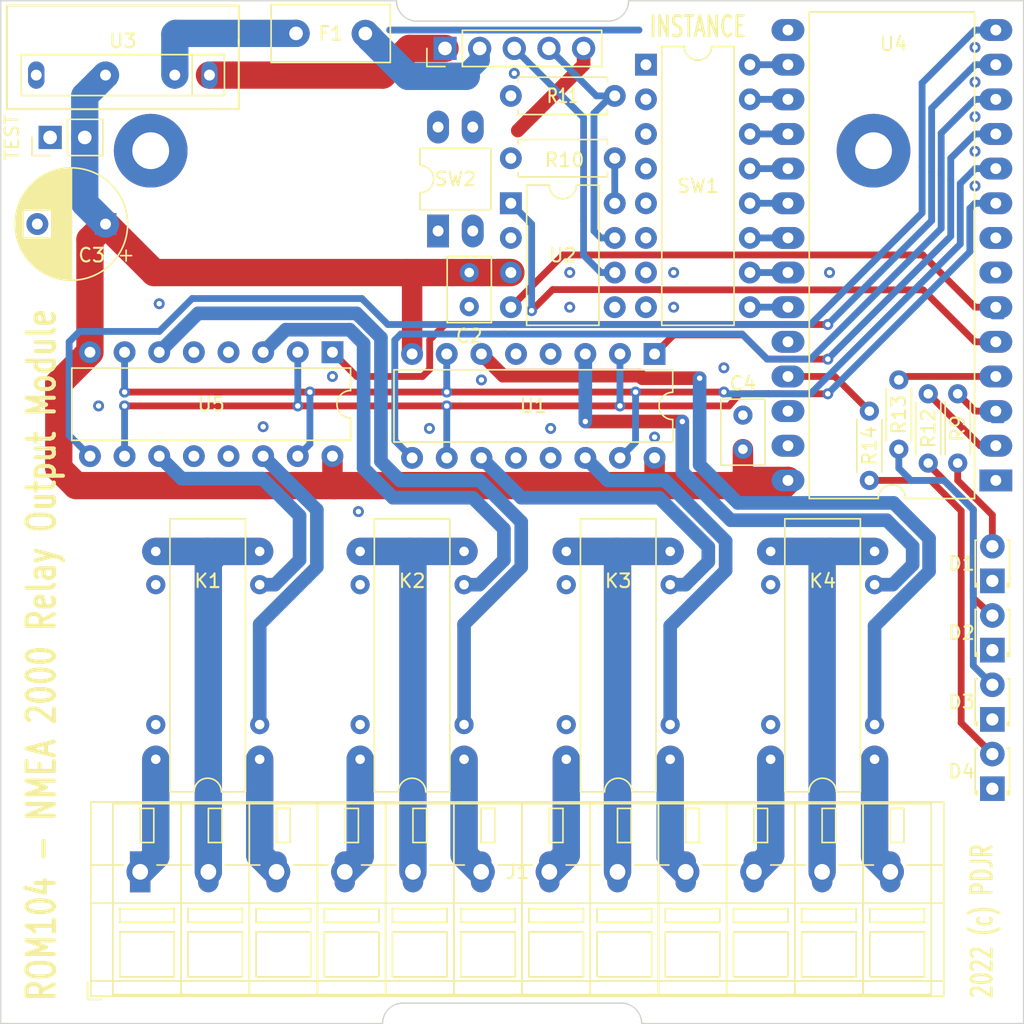
<source format=kicad_pcb>
(kicad_pcb (version 20171130) (host pcbnew 5.1.10-88a1d61d58~90~ubuntu20.04.1)

  (general
    (thickness 1.6)
    (drawings 78)
    (tracks 386)
    (zones 0)
    (modules 30)
    (nets 61)
  )

  (page A4)
  (title_block
    (title "SIM108 Switch Input Module")
    (date 2020-09-16)
    (rev 1.0)
    (company "PDJR <preeve@pdjr.eu>")
  )

  (layers
    (0 F.Cu mixed)
    (31 B.Cu mixed)
    (33 F.Adhes user hide)
    (35 F.Paste user hide)
    (37 F.SilkS user)
    (38 B.Mask user)
    (39 F.Mask user)
    (40 Dwgs.User user)
    (41 Cmts.User user hide)
    (42 Eco1.User user hide)
    (43 Eco2.User user hide)
    (44 Edge.Cuts user)
    (45 Margin user hide)
    (46 B.CrtYd user hide)
    (47 F.CrtYd user)
    (49 F.Fab user hide)
  )

  (setup
    (last_trace_width 2)
    (user_trace_width 0.5)
    (user_trace_width 0.75)
    (user_trace_width 1)
    (user_trace_width 1.5)
    (user_trace_width 2)
    (user_trace_width 3)
    (user_trace_width 4)
    (trace_clearance 0.2)
    (zone_clearance 0.508)
    (zone_45_only no)
    (trace_min 0.2)
    (via_size 0.8)
    (via_drill 0.4)
    (via_min_size 0.4)
    (via_min_drill 0.3)
    (uvia_size 0.3)
    (uvia_drill 0.1)
    (uvias_allowed no)
    (uvia_min_size 0.2)
    (uvia_min_drill 0.1)
    (edge_width 0.1)
    (segment_width 0.2)
    (pcb_text_width 0.3)
    (pcb_text_size 1.5 1.5)
    (mod_edge_width 0.15)
    (mod_text_size 1 1)
    (mod_text_width 0.15)
    (pad_size 1.7 1.7)
    (pad_drill 1)
    (pad_to_mask_clearance 0)
    (aux_axis_origin 0 0)
    (grid_origin 100 0)
    (visible_elements FFFFFF7F)
    (pcbplotparams
      (layerselection 0x010e0_ffffffff)
      (usegerberextensions true)
      (usegerberattributes false)
      (usegerberadvancedattributes false)
      (creategerberjobfile false)
      (excludeedgelayer true)
      (linewidth 0.100000)
      (plotframeref false)
      (viasonmask false)
      (mode 1)
      (useauxorigin false)
      (hpglpennumber 1)
      (hpglpenspeed 20)
      (hpglpendiameter 15.000000)
      (psnegative false)
      (psa4output false)
      (plotreference true)
      (plotvalue true)
      (plotinvisibletext false)
      (padsonsilk false)
      (subtractmaskfromsilk false)
      (outputformat 1)
      (mirror false)
      (drillshape 0)
      (scaleselection 1)
      (outputdirectory "gerber/"))
  )

  (net 0 "")
  (net 1 GND)
  (net 2 "Net-(F1-Pad2)")
  (net 3 +5V)
  (net 4 /CAN_TX)
  (net 5 /CAN_RX)
  (net 6 /LED_PWR)
  (net 7 /CAN_SCR)
  (net 8 /CAN_L)
  (net 9 /CAN_H)
  (net 10 /NET_C)
  (net 11 /ADDR_7)
  (net 12 /ADDR_6)
  (net 13 /ADDR_5)
  (net 14 /ADDR_4)
  (net 15 /ADDR_3)
  (net 16 /ADDR_2)
  (net 17 /ADDR_1)
  (net 18 /ADDR_0)
  (net 19 /TERM_A)
  (net 20 "Net-(R10-Pad2)")
  (net 21 "Net-(U2-Pad5)")
  (net 22 "Net-(U4-Pad26)")
  (net 23 "Net-(F1-Pad1)")
  (net 24 /CH1_LED)
  (net 25 /CH0_LED)
  (net 26 /CH2_LED)
  (net 27 /CH3_LED)
  (net 28 "Net-(D1-Pad2)")
  (net 29 "Net-(D2-Pad2)")
  (net 30 "Net-(D3-Pad2)")
  (net 31 "Net-(D4-Pad2)")
  (net 32 "Net-(U4-Pad24)")
  (net 33 "Net-(J1-Pad12)")
  (net 34 "Net-(J1-Pad11)")
  (net 35 "Net-(J1-Pad10)")
  (net 36 "Net-(J1-Pad9)")
  (net 37 "Net-(J1-Pad8)")
  (net 38 "Net-(J1-Pad7)")
  (net 39 "Net-(J1-Pad6)")
  (net 40 "Net-(J1-Pad5)")
  (net 41 "Net-(J1-Pad4)")
  (net 42 "Net-(J1-Pad3)")
  (net 43 "Net-(J1-Pad2)")
  (net 44 "Net-(J1-Pad1)")
  (net 45 /SET)
  (net 46 /RST)
  (net 47 /CH1_EN)
  (net 48 /CH0_EN)
  (net 49 /CH3_EN)
  (net 50 /CH2_EN)
  (net 51 "Net-(U4-Pad8)")
  (net 52 "Net-(U4-Pad7)")
  (net 53 "Net-(K1-Pad2)")
  (net 54 "Net-(K1-Pad6)")
  (net 55 "Net-(K2-Pad2)")
  (net 56 "Net-(K2-Pad6)")
  (net 57 "Net-(K3-Pad2)")
  (net 58 "Net-(K3-Pad6)")
  (net 59 "Net-(K4-Pad2)")
  (net 60 "Net-(K4-Pad6)")

  (net_class Default "This is the default net class."
    (clearance 0.2)
    (trace_width 0.25)
    (via_dia 0.8)
    (via_drill 0.4)
    (uvia_dia 0.3)
    (uvia_drill 0.1)
    (add_net +5V)
    (add_net /ADDR_0)
    (add_net /ADDR_1)
    (add_net /ADDR_2)
    (add_net /ADDR_3)
    (add_net /ADDR_4)
    (add_net /ADDR_5)
    (add_net /ADDR_6)
    (add_net /ADDR_7)
    (add_net /CAN_H)
    (add_net /CAN_L)
    (add_net /CAN_RX)
    (add_net /CAN_SCR)
    (add_net /CAN_TX)
    (add_net /CH0_EN)
    (add_net /CH0_LED)
    (add_net /CH1_EN)
    (add_net /CH1_LED)
    (add_net /CH2_EN)
    (add_net /CH2_LED)
    (add_net /CH3_EN)
    (add_net /CH3_LED)
    (add_net /LED_PWR)
    (add_net /NET_C)
    (add_net /RST)
    (add_net /SET)
    (add_net /TERM_A)
    (add_net GND)
    (add_net "Net-(D1-Pad2)")
    (add_net "Net-(D2-Pad2)")
    (add_net "Net-(D3-Pad2)")
    (add_net "Net-(D4-Pad2)")
    (add_net "Net-(F1-Pad1)")
    (add_net "Net-(F1-Pad2)")
    (add_net "Net-(J1-Pad1)")
    (add_net "Net-(J1-Pad10)")
    (add_net "Net-(J1-Pad11)")
    (add_net "Net-(J1-Pad12)")
    (add_net "Net-(J1-Pad2)")
    (add_net "Net-(J1-Pad3)")
    (add_net "Net-(J1-Pad4)")
    (add_net "Net-(J1-Pad5)")
    (add_net "Net-(J1-Pad6)")
    (add_net "Net-(J1-Pad7)")
    (add_net "Net-(J1-Pad8)")
    (add_net "Net-(J1-Pad9)")
    (add_net "Net-(K1-Pad2)")
    (add_net "Net-(K1-Pad6)")
    (add_net "Net-(K2-Pad2)")
    (add_net "Net-(K2-Pad6)")
    (add_net "Net-(K3-Pad2)")
    (add_net "Net-(K3-Pad6)")
    (add_net "Net-(K4-Pad2)")
    (add_net "Net-(K4-Pad6)")
    (add_net "Net-(R10-Pad2)")
    (add_net "Net-(U2-Pad5)")
    (add_net "Net-(U4-Pad24)")
    (add_net "Net-(U4-Pad26)")
    (add_net "Net-(U4-Pad7)")
    (add_net "Net-(U4-Pad8)")
  )

  (module MountingHole:MountingHole_2.7mm_M2.5_Pad locked (layer F.Cu) (tedit 56D1B4CB) (tstamp 63234208)
    (at 200 98)
    (descr "Mounting Hole 2.7mm, M2.5")
    (tags "mounting hole 2.7mm m2.5")
    (attr virtual)
    (fp_text reference REF** (at 0 -3.7) (layer F.SilkS) hide
      (effects (font (size 1 1) (thickness 0.15)))
    )
    (fp_text value M2.7 (at 0 -0.21) (layer F.Fab) hide
      (effects (font (size 1 1) (thickness 0.15)))
    )
    (fp_circle (center 0 0) (end 2.95 0) (layer F.CrtYd) (width 0.05))
    (fp_circle (center 0 0) (end 2.7 0) (layer Cmts.User) (width 0.15))
    (fp_text user %R (at 0.3 0) (layer F.Fab) hide
      (effects (font (size 1 1) (thickness 0.15)))
    )
    (pad 1 thru_hole circle (at 0 0) (size 5.4 5.4) (drill 2.7) (layers *.Cu *.Mask))
  )

  (module Package_DIP:DIP-16_W7.62mm (layer F.Cu) (tedit 5A02E8C5) (tstamp 631F8DD5)
    (at 160.325 112.776 270)
    (descr "16-lead though-hole mounted DIP package, row spacing 7.62 mm (300 mils)")
    (tags "THT DIP DIL PDIP 2.54mm 7.62mm 300mil")
    (path /631FC180)
    (fp_text reference U5 (at 3.81 8.89 180) (layer F.SilkS)
      (effects (font (size 1 1) (thickness 0.15)))
    )
    (fp_text value L293D (at 3.81 20.11 90) (layer F.Fab)
      (effects (font (size 1 1) (thickness 0.15)))
    )
    (fp_line (start 8.7 -1.55) (end -1.1 -1.55) (layer F.CrtYd) (width 0.05))
    (fp_line (start 8.7 19.3) (end 8.7 -1.55) (layer F.CrtYd) (width 0.05))
    (fp_line (start -1.1 19.3) (end 8.7 19.3) (layer F.CrtYd) (width 0.05))
    (fp_line (start -1.1 -1.55) (end -1.1 19.3) (layer F.CrtYd) (width 0.05))
    (fp_line (start 6.46 -1.33) (end 4.81 -1.33) (layer F.SilkS) (width 0.12))
    (fp_line (start 6.46 19.11) (end 6.46 -1.33) (layer F.SilkS) (width 0.12))
    (fp_line (start 1.16 19.11) (end 6.46 19.11) (layer F.SilkS) (width 0.12))
    (fp_line (start 1.16 -1.33) (end 1.16 19.11) (layer F.SilkS) (width 0.12))
    (fp_line (start 2.81 -1.33) (end 1.16 -1.33) (layer F.SilkS) (width 0.12))
    (fp_line (start 0.635 -0.27) (end 1.635 -1.27) (layer F.Fab) (width 0.1))
    (fp_line (start 0.635 19.05) (end 0.635 -0.27) (layer F.Fab) (width 0.1))
    (fp_line (start 6.985 19.05) (end 0.635 19.05) (layer F.Fab) (width 0.1))
    (fp_line (start 6.985 -1.27) (end 6.985 19.05) (layer F.Fab) (width 0.1))
    (fp_line (start 1.635 -1.27) (end 6.985 -1.27) (layer F.Fab) (width 0.1))
    (fp_text user %R (at 3.81 8.89 90) (layer F.Fab)
      (effects (font (size 1 1) (thickness 0.15)))
    )
    (fp_arc (start 3.81 -1.33) (end 2.81 -1.33) (angle -180) (layer F.SilkS) (width 0.12))
    (pad 16 thru_hole oval (at 7.62 0 270) (size 1.6 1.6) (drill 0.8) (layers *.Cu *.Mask)
      (net 3 +5V))
    (pad 8 thru_hole oval (at 0 17.78 270) (size 1.6 1.6) (drill 0.8) (layers *.Cu *.Mask)
      (net 3 +5V))
    (pad 15 thru_hole oval (at 7.62 2.54 270) (size 1.6 1.6) (drill 0.8) (layers *.Cu *.Mask)
      (net 45 /SET))
    (pad 7 thru_hole oval (at 0 15.24 270) (size 1.6 1.6) (drill 0.8) (layers *.Cu *.Mask)
      (net 45 /SET))
    (pad 14 thru_hole oval (at 7.62 5.08 270) (size 1.6 1.6) (drill 0.8) (layers *.Cu *.Mask)
      (net 53 "Net-(K1-Pad2)"))
    (pad 6 thru_hole oval (at 0 12.7 270) (size 1.6 1.6) (drill 0.8) (layers *.Cu *.Mask)
      (net 55 "Net-(K2-Pad2)"))
    (pad 13 thru_hole oval (at 7.62 7.62 270) (size 1.6 1.6) (drill 0.8) (layers *.Cu *.Mask)
      (net 1 GND))
    (pad 5 thru_hole oval (at 0 10.16 270) (size 1.6 1.6) (drill 0.8) (layers *.Cu *.Mask)
      (net 1 GND))
    (pad 12 thru_hole oval (at 7.62 10.16 270) (size 1.6 1.6) (drill 0.8) (layers *.Cu *.Mask)
      (net 1 GND))
    (pad 4 thru_hole oval (at 0 7.62 270) (size 1.6 1.6) (drill 0.8) (layers *.Cu *.Mask)
      (net 1 GND))
    (pad 11 thru_hole oval (at 7.62 12.7 270) (size 1.6 1.6) (drill 0.8) (layers *.Cu *.Mask)
      (net 54 "Net-(K1-Pad6)"))
    (pad 3 thru_hole oval (at 0 5.08 270) (size 1.6 1.6) (drill 0.8) (layers *.Cu *.Mask)
      (net 56 "Net-(K2-Pad6)"))
    (pad 10 thru_hole oval (at 7.62 15.24 270) (size 1.6 1.6) (drill 0.8) (layers *.Cu *.Mask)
      (net 46 /RST))
    (pad 2 thru_hole oval (at 0 2.54 270) (size 1.6 1.6) (drill 0.8) (layers *.Cu *.Mask)
      (net 46 /RST))
    (pad 9 thru_hole oval (at 7.62 17.78 270) (size 1.6 1.6) (drill 0.8) (layers *.Cu *.Mask)
      (net 48 /CH0_EN))
    (pad 1 thru_hole rect (at 0 0 270) (size 1.6 1.6) (drill 0.8) (layers *.Cu *.Mask)
      (net 47 /CH1_EN))
    (model ${KISYS3DMOD}/Package_DIP.3dshapes/DIP-16_W7.62mm.wrl
      (at (xyz 0 0 0))
      (scale (xyz 1 1 1))
      (rotate (xyz 0 0 0))
    )
  )

  (module Package_DIP:DIP-16_W7.62mm (layer F.Cu) (tedit 5A02E8C5) (tstamp 631F8CED)
    (at 183.947 112.903 270)
    (descr "16-lead though-hole mounted DIP package, row spacing 7.62 mm (300 mils)")
    (tags "THT DIP DIL PDIP 2.54mm 7.62mm 300mil")
    (path /6324970B)
    (fp_text reference U1 (at 3.81 8.89 180) (layer F.SilkS)
      (effects (font (size 1 1) (thickness 0.15)))
    )
    (fp_text value L293D (at 3.81 20.11 90) (layer F.Fab)
      (effects (font (size 1 1) (thickness 0.15)))
    )
    (fp_line (start 8.7 -1.55) (end -1.1 -1.55) (layer F.CrtYd) (width 0.05))
    (fp_line (start 8.7 19.3) (end 8.7 -1.55) (layer F.CrtYd) (width 0.05))
    (fp_line (start -1.1 19.3) (end 8.7 19.3) (layer F.CrtYd) (width 0.05))
    (fp_line (start -1.1 -1.55) (end -1.1 19.3) (layer F.CrtYd) (width 0.05))
    (fp_line (start 6.46 -1.33) (end 4.81 -1.33) (layer F.SilkS) (width 0.12))
    (fp_line (start 6.46 19.11) (end 6.46 -1.33) (layer F.SilkS) (width 0.12))
    (fp_line (start 1.16 19.11) (end 6.46 19.11) (layer F.SilkS) (width 0.12))
    (fp_line (start 1.16 -1.33) (end 1.16 19.11) (layer F.SilkS) (width 0.12))
    (fp_line (start 2.81 -1.33) (end 1.16 -1.33) (layer F.SilkS) (width 0.12))
    (fp_line (start 0.635 -0.27) (end 1.635 -1.27) (layer F.Fab) (width 0.1))
    (fp_line (start 0.635 19.05) (end 0.635 -0.27) (layer F.Fab) (width 0.1))
    (fp_line (start 6.985 19.05) (end 0.635 19.05) (layer F.Fab) (width 0.1))
    (fp_line (start 6.985 -1.27) (end 6.985 19.05) (layer F.Fab) (width 0.1))
    (fp_line (start 1.635 -1.27) (end 6.985 -1.27) (layer F.Fab) (width 0.1))
    (fp_text user %R (at 3.81 8.89 90) (layer F.Fab)
      (effects (font (size 1 1) (thickness 0.15)))
    )
    (fp_arc (start 3.81 -1.33) (end 2.81 -1.33) (angle -180) (layer F.SilkS) (width 0.12))
    (pad 16 thru_hole oval (at 7.62 0 270) (size 1.6 1.6) (drill 0.8) (layers *.Cu *.Mask)
      (net 3 +5V))
    (pad 8 thru_hole oval (at 0 17.78 270) (size 1.6 1.6) (drill 0.8) (layers *.Cu *.Mask)
      (net 3 +5V))
    (pad 15 thru_hole oval (at 7.62 2.54 270) (size 1.6 1.6) (drill 0.8) (layers *.Cu *.Mask)
      (net 45 /SET))
    (pad 7 thru_hole oval (at 0 15.24 270) (size 1.6 1.6) (drill 0.8) (layers *.Cu *.Mask)
      (net 45 /SET))
    (pad 14 thru_hole oval (at 7.62 5.08 270) (size 1.6 1.6) (drill 0.8) (layers *.Cu *.Mask)
      (net 57 "Net-(K3-Pad2)"))
    (pad 6 thru_hole oval (at 0 12.7 270) (size 1.6 1.6) (drill 0.8) (layers *.Cu *.Mask)
      (net 59 "Net-(K4-Pad2)"))
    (pad 13 thru_hole oval (at 7.62 7.62 270) (size 1.6 1.6) (drill 0.8) (layers *.Cu *.Mask)
      (net 1 GND))
    (pad 5 thru_hole oval (at 0 10.16 270) (size 1.6 1.6) (drill 0.8) (layers *.Cu *.Mask)
      (net 1 GND))
    (pad 12 thru_hole oval (at 7.62 10.16 270) (size 1.6 1.6) (drill 0.8) (layers *.Cu *.Mask)
      (net 1 GND))
    (pad 4 thru_hole oval (at 0 7.62 270) (size 1.6 1.6) (drill 0.8) (layers *.Cu *.Mask)
      (net 1 GND))
    (pad 11 thru_hole oval (at 7.62 12.7 270) (size 1.6 1.6) (drill 0.8) (layers *.Cu *.Mask)
      (net 58 "Net-(K3-Pad6)"))
    (pad 3 thru_hole oval (at 0 5.08 270) (size 1.6 1.6) (drill 0.8) (layers *.Cu *.Mask)
      (net 60 "Net-(K4-Pad6)"))
    (pad 10 thru_hole oval (at 7.62 15.24 270) (size 1.6 1.6) (drill 0.8) (layers *.Cu *.Mask)
      (net 46 /RST))
    (pad 2 thru_hole oval (at 0 2.54 270) (size 1.6 1.6) (drill 0.8) (layers *.Cu *.Mask)
      (net 46 /RST))
    (pad 9 thru_hole oval (at 7.62 17.78 270) (size 1.6 1.6) (drill 0.8) (layers *.Cu *.Mask)
      (net 50 /CH2_EN))
    (pad 1 thru_hole rect (at 0 0 270) (size 1.6 1.6) (drill 0.8) (layers *.Cu *.Mask)
      (net 49 /CH3_EN))
    (model ${KISYS3DMOD}/Package_DIP.3dshapes/DIP-16_W7.62mm.wrl
      (at (xyz 0 0 0))
      (scale (xyz 1 1 1))
      (rotate (xyz 0 0 0))
    )
  )

  (module Relay_THT:Relay_StandexMeder_DIP_LowProfile (layer F.Cu) (tedit 5A54BF5F) (tstamp 631F8B6D)
    (at 200.076 142.621 180)
    (descr "package for Standex Meder DIP reed relay series, see https://standexelectronics.com/wp-content/uploads/datasheet_reed_relay_DIP.pdf")
    (tags "DIL DIP PDIP 2.54mm 7.62mm 300mil reed relay")
    (path /633A9E65)
    (fp_text reference K4 (at 3.81 13.081) (layer F.SilkS)
      (effects (font (size 1 1) (thickness 0.15)))
    )
    (fp_text value DIPxx-1Cxx-51x (at 3.81 18.63) (layer F.Fab)
      (effects (font (size 1 1) (thickness 0.15)))
    )
    (fp_line (start 8.7 -2.6) (end -1.1 -2.6) (layer F.CrtYd) (width 0.05))
    (fp_line (start 8.7 17.8) (end 8.7 -2.6) (layer F.CrtYd) (width 0.05))
    (fp_line (start -1.1 17.8) (end 8.7 17.8) (layer F.CrtYd) (width 0.05))
    (fp_line (start -1.1 -2.6) (end -1.1 17.8) (layer F.CrtYd) (width 0.05))
    (fp_line (start 6.58 -2.39) (end 4.81 -2.39) (layer F.SilkS) (width 0.12))
    (fp_line (start 6.58 17.63) (end 6.58 -2.39) (layer F.SilkS) (width 0.12))
    (fp_line (start 1.04 17.63) (end 6.58 17.63) (layer F.SilkS) (width 0.12))
    (fp_line (start 1.04 -2.39) (end 1.04 17.63) (layer F.SilkS) (width 0.12))
    (fp_line (start 2.81 -2.39) (end 1.04 -2.39) (layer F.SilkS) (width 0.12))
    (fp_line (start 0.64 -1.27) (end 1.64 -2.27) (layer F.Fab) (width 0.1))
    (fp_line (start 0.64 17.51) (end 0.64 -1.27) (layer F.Fab) (width 0.1))
    (fp_line (start 6.99 17.51) (end 0.64 17.51) (layer F.Fab) (width 0.1))
    (fp_line (start 6.99 -2.27) (end 6.99 17.51) (layer F.Fab) (width 0.1))
    (fp_line (start 1.64 -2.27) (end 6.99 -2.27) (layer F.Fab) (width 0.1))
    (fp_arc (start 3.81 -2.39) (end 2.81 -2.39) (angle -180) (layer F.SilkS) (width 0.12))
    (fp_text user %R (at 3.815 7.62) (layer F.Fab)
      (effects (font (size 1 1) (thickness 0.15)))
    )
    (pad 14 thru_hole circle (at 7.62 0 180) (size 1.4 1.4) (drill 0.7) (layers *.Cu *.Mask)
      (net 35 "Net-(J1-Pad10)"))
    (pad 7 thru_hole circle (at 0 15.24 180) (size 1.4 1.4) (drill 0.7) (layers *.Cu *.Mask)
      (net 34 "Net-(J1-Pad11)"))
    (pad 8 thru_hole circle (at 7.62 15.24 180) (size 1.4 1.4) (drill 0.7) (layers *.Cu *.Mask)
      (net 34 "Net-(J1-Pad11)"))
    (pad 1 thru_hole rect (at 0 0 180) (size 1.4 1.4) (drill 0.7) (layers *.Cu *.Mask)
      (net 33 "Net-(J1-Pad12)"))
    (pad 2 thru_hole circle (at 0 2.54 180) (size 1.4 1.4) (drill 0.7) (layers *.Cu *.Mask)
      (net 59 "Net-(K4-Pad2)"))
    (pad 6 thru_hole circle (at 0 12.8 180) (size 1.4 1.4) (drill 0.7) (layers *.Cu *.Mask)
      (net 60 "Net-(K4-Pad6)"))
    (pad 9 thru_hole circle (at 7.62 12.8 180) (size 1.4 1.4) (drill 0.7) (layers *.Cu *.Mask))
    (pad 13 thru_hole circle (at 7.62 2.54 180) (size 1.4 1.4) (drill 0.7) (layers *.Cu *.Mask))
    (model ${KISYS3DMOD}/Relay_THT.3dshapes/Relay_StandexMeder_DIP_LowProfile.wrl
      (at (xyz 0 0 0))
      (scale (xyz 1 1 1))
      (rotate (xyz 0 0 0))
    )
  )

  (module Relay_THT:Relay_StandexMeder_DIP_LowProfile (layer F.Cu) (tedit 5A54BF5F) (tstamp 631F8B51)
    (at 185.09 142.621 180)
    (descr "package for Standex Meder DIP reed relay series, see https://standexelectronics.com/wp-content/uploads/datasheet_reed_relay_DIP.pdf")
    (tags "DIL DIP PDIP 2.54mm 7.62mm 300mil reed relay")
    (path /63338136)
    (fp_text reference K3 (at 3.81 13.081) (layer F.SilkS)
      (effects (font (size 1 1) (thickness 0.15)))
    )
    (fp_text value DIPxx-1Cxx-51x (at 3.81 18.63) (layer F.Fab)
      (effects (font (size 1 1) (thickness 0.15)))
    )
    (fp_line (start 8.7 -2.6) (end -1.1 -2.6) (layer F.CrtYd) (width 0.05))
    (fp_line (start 8.7 17.8) (end 8.7 -2.6) (layer F.CrtYd) (width 0.05))
    (fp_line (start -1.1 17.8) (end 8.7 17.8) (layer F.CrtYd) (width 0.05))
    (fp_line (start -1.1 -2.6) (end -1.1 17.8) (layer F.CrtYd) (width 0.05))
    (fp_line (start 6.58 -2.39) (end 4.81 -2.39) (layer F.SilkS) (width 0.12))
    (fp_line (start 6.58 17.63) (end 6.58 -2.39) (layer F.SilkS) (width 0.12))
    (fp_line (start 1.04 17.63) (end 6.58 17.63) (layer F.SilkS) (width 0.12))
    (fp_line (start 1.04 -2.39) (end 1.04 17.63) (layer F.SilkS) (width 0.12))
    (fp_line (start 2.81 -2.39) (end 1.04 -2.39) (layer F.SilkS) (width 0.12))
    (fp_line (start 0.64 -1.27) (end 1.64 -2.27) (layer F.Fab) (width 0.1))
    (fp_line (start 0.64 17.51) (end 0.64 -1.27) (layer F.Fab) (width 0.1))
    (fp_line (start 6.99 17.51) (end 0.64 17.51) (layer F.Fab) (width 0.1))
    (fp_line (start 6.99 -2.27) (end 6.99 17.51) (layer F.Fab) (width 0.1))
    (fp_line (start 1.64 -2.27) (end 6.99 -2.27) (layer F.Fab) (width 0.1))
    (fp_arc (start 3.81 -2.39) (end 2.81 -2.39) (angle -180) (layer F.SilkS) (width 0.12))
    (fp_text user %R (at 3.815 7.62) (layer F.Fab)
      (effects (font (size 1 1) (thickness 0.15)))
    )
    (pad 14 thru_hole circle (at 7.62 0 180) (size 1.4 1.4) (drill 0.7) (layers *.Cu *.Mask)
      (net 38 "Net-(J1-Pad7)"))
    (pad 7 thru_hole circle (at 0 15.24 180) (size 1.4 1.4) (drill 0.7) (layers *.Cu *.Mask)
      (net 37 "Net-(J1-Pad8)"))
    (pad 8 thru_hole circle (at 7.62 15.24 180) (size 1.4 1.4) (drill 0.7) (layers *.Cu *.Mask)
      (net 37 "Net-(J1-Pad8)"))
    (pad 1 thru_hole rect (at 0 0 180) (size 1.4 1.4) (drill 0.7) (layers *.Cu *.Mask)
      (net 36 "Net-(J1-Pad9)"))
    (pad 2 thru_hole circle (at 0 2.54 180) (size 1.4 1.4) (drill 0.7) (layers *.Cu *.Mask)
      (net 57 "Net-(K3-Pad2)"))
    (pad 6 thru_hole circle (at 0 12.8 180) (size 1.4 1.4) (drill 0.7) (layers *.Cu *.Mask)
      (net 58 "Net-(K3-Pad6)"))
    (pad 9 thru_hole circle (at 7.62 12.8 180) (size 1.4 1.4) (drill 0.7) (layers *.Cu *.Mask))
    (pad 13 thru_hole circle (at 7.62 2.54 180) (size 1.4 1.4) (drill 0.7) (layers *.Cu *.Mask))
    (model ${KISYS3DMOD}/Relay_THT.3dshapes/Relay_StandexMeder_DIP_LowProfile.wrl
      (at (xyz 0 0 0))
      (scale (xyz 1 1 1))
      (rotate (xyz 0 0 0))
    )
  )

  (module Relay_THT:Relay_StandexMeder_DIP_LowProfile (layer F.Cu) (tedit 5A54BF5F) (tstamp 631F8B35)
    (at 169.977 142.621 180)
    (descr "package for Standex Meder DIP reed relay series, see https://standexelectronics.com/wp-content/uploads/datasheet_reed_relay_DIP.pdf")
    (tags "DIL DIP PDIP 2.54mm 7.62mm 300mil reed relay")
    (path /632F5385)
    (fp_text reference K2 (at 3.81 13.081) (layer F.SilkS)
      (effects (font (size 1 1) (thickness 0.15)))
    )
    (fp_text value DIPxx-1Cxx-51x (at 3.81 18.63) (layer F.Fab)
      (effects (font (size 1 1) (thickness 0.15)))
    )
    (fp_line (start 8.7 -2.6) (end -1.1 -2.6) (layer F.CrtYd) (width 0.05))
    (fp_line (start 8.7 17.8) (end 8.7 -2.6) (layer F.CrtYd) (width 0.05))
    (fp_line (start -1.1 17.8) (end 8.7 17.8) (layer F.CrtYd) (width 0.05))
    (fp_line (start -1.1 -2.6) (end -1.1 17.8) (layer F.CrtYd) (width 0.05))
    (fp_line (start 6.58 -2.39) (end 4.81 -2.39) (layer F.SilkS) (width 0.12))
    (fp_line (start 6.58 17.63) (end 6.58 -2.39) (layer F.SilkS) (width 0.12))
    (fp_line (start 1.04 17.63) (end 6.58 17.63) (layer F.SilkS) (width 0.12))
    (fp_line (start 1.04 -2.39) (end 1.04 17.63) (layer F.SilkS) (width 0.12))
    (fp_line (start 2.81 -2.39) (end 1.04 -2.39) (layer F.SilkS) (width 0.12))
    (fp_line (start 0.64 -1.27) (end 1.64 -2.27) (layer F.Fab) (width 0.1))
    (fp_line (start 0.64 17.51) (end 0.64 -1.27) (layer F.Fab) (width 0.1))
    (fp_line (start 6.99 17.51) (end 0.64 17.51) (layer F.Fab) (width 0.1))
    (fp_line (start 6.99 -2.27) (end 6.99 17.51) (layer F.Fab) (width 0.1))
    (fp_line (start 1.64 -2.27) (end 6.99 -2.27) (layer F.Fab) (width 0.1))
    (fp_arc (start 3.81 -2.39) (end 2.81 -2.39) (angle -180) (layer F.SilkS) (width 0.12))
    (fp_text user %R (at 3.815 7.62) (layer F.Fab)
      (effects (font (size 1 1) (thickness 0.15)))
    )
    (pad 14 thru_hole circle (at 7.62 0 180) (size 1.4 1.4) (drill 0.7) (layers *.Cu *.Mask)
      (net 41 "Net-(J1-Pad4)"))
    (pad 7 thru_hole circle (at 0 15.24 180) (size 1.4 1.4) (drill 0.7) (layers *.Cu *.Mask)
      (net 40 "Net-(J1-Pad5)"))
    (pad 8 thru_hole circle (at 7.62 15.24 180) (size 1.4 1.4) (drill 0.7) (layers *.Cu *.Mask)
      (net 40 "Net-(J1-Pad5)"))
    (pad 1 thru_hole rect (at 0 0 180) (size 1.4 1.4) (drill 0.7) (layers *.Cu *.Mask)
      (net 39 "Net-(J1-Pad6)"))
    (pad 2 thru_hole circle (at 0 2.54 180) (size 1.4 1.4) (drill 0.7) (layers *.Cu *.Mask)
      (net 55 "Net-(K2-Pad2)"))
    (pad 6 thru_hole circle (at 0 12.8 180) (size 1.4 1.4) (drill 0.7) (layers *.Cu *.Mask)
      (net 56 "Net-(K2-Pad6)"))
    (pad 9 thru_hole circle (at 7.62 12.8 180) (size 1.4 1.4) (drill 0.7) (layers *.Cu *.Mask))
    (pad 13 thru_hole circle (at 7.62 2.54 180) (size 1.4 1.4) (drill 0.7) (layers *.Cu *.Mask))
    (model ${KISYS3DMOD}/Relay_THT.3dshapes/Relay_StandexMeder_DIP_LowProfile.wrl
      (at (xyz 0 0 0))
      (scale (xyz 1 1 1))
      (rotate (xyz 0 0 0))
    )
  )

  (module Relay_THT:Relay_StandexMeder_DIP_LowProfile (layer F.Cu) (tedit 5A54BF5F) (tstamp 631F8B19)
    (at 154.991 142.621 180)
    (descr "package for Standex Meder DIP reed relay series, see https://standexelectronics.com/wp-content/uploads/datasheet_reed_relay_DIP.pdf")
    (tags "DIL DIP PDIP 2.54mm 7.62mm 300mil reed relay")
    (path /63388BFA)
    (fp_text reference K1 (at 3.81 13.081) (layer F.SilkS)
      (effects (font (size 1 1) (thickness 0.15)))
    )
    (fp_text value DIPxx-1Cxx-51x (at 3.81 18.63) (layer F.Fab)
      (effects (font (size 1 1) (thickness 0.15)))
    )
    (fp_line (start 8.7 -2.6) (end -1.1 -2.6) (layer F.CrtYd) (width 0.05))
    (fp_line (start 8.7 17.8) (end 8.7 -2.6) (layer F.CrtYd) (width 0.05))
    (fp_line (start -1.1 17.8) (end 8.7 17.8) (layer F.CrtYd) (width 0.05))
    (fp_line (start -1.1 -2.6) (end -1.1 17.8) (layer F.CrtYd) (width 0.05))
    (fp_line (start 6.58 -2.39) (end 4.81 -2.39) (layer F.SilkS) (width 0.12))
    (fp_line (start 6.58 17.63) (end 6.58 -2.39) (layer F.SilkS) (width 0.12))
    (fp_line (start 1.04 17.63) (end 6.58 17.63) (layer F.SilkS) (width 0.12))
    (fp_line (start 1.04 -2.39) (end 1.04 17.63) (layer F.SilkS) (width 0.12))
    (fp_line (start 2.81 -2.39) (end 1.04 -2.39) (layer F.SilkS) (width 0.12))
    (fp_line (start 0.64 -1.27) (end 1.64 -2.27) (layer F.Fab) (width 0.1))
    (fp_line (start 0.64 17.51) (end 0.64 -1.27) (layer F.Fab) (width 0.1))
    (fp_line (start 6.99 17.51) (end 0.64 17.51) (layer F.Fab) (width 0.1))
    (fp_line (start 6.99 -2.27) (end 6.99 17.51) (layer F.Fab) (width 0.1))
    (fp_line (start 1.64 -2.27) (end 6.99 -2.27) (layer F.Fab) (width 0.1))
    (fp_arc (start 3.81 -2.39) (end 2.81 -2.39) (angle -180) (layer F.SilkS) (width 0.12))
    (fp_text user %R (at 3.815 7.62) (layer F.Fab)
      (effects (font (size 1 1) (thickness 0.15)))
    )
    (pad 14 thru_hole circle (at 7.62 0 180) (size 1.4 1.4) (drill 0.7) (layers *.Cu *.Mask)
      (net 44 "Net-(J1-Pad1)"))
    (pad 7 thru_hole circle (at 0 15.24 180) (size 1.4 1.4) (drill 0.7) (layers *.Cu *.Mask)
      (net 43 "Net-(J1-Pad2)"))
    (pad 8 thru_hole circle (at 7.62 15.24 180) (size 1.4 1.4) (drill 0.7) (layers *.Cu *.Mask)
      (net 43 "Net-(J1-Pad2)"))
    (pad 1 thru_hole rect (at 0 0 180) (size 1.4 1.4) (drill 0.7) (layers *.Cu *.Mask)
      (net 42 "Net-(J1-Pad3)"))
    (pad 2 thru_hole circle (at 0 2.54 180) (size 1.4 1.4) (drill 0.7) (layers *.Cu *.Mask)
      (net 53 "Net-(K1-Pad2)"))
    (pad 6 thru_hole circle (at 0 12.8 180) (size 1.4 1.4) (drill 0.7) (layers *.Cu *.Mask)
      (net 54 "Net-(K1-Pad6)"))
    (pad 9 thru_hole circle (at 7.62 12.8 180) (size 1.4 1.4) (drill 0.7) (layers *.Cu *.Mask))
    (pad 13 thru_hole circle (at 7.62 2.54 180) (size 1.4 1.4) (drill 0.7) (layers *.Cu *.Mask))
    (model ${KISYS3DMOD}/Relay_THT.3dshapes/Relay_StandexMeder_DIP_LowProfile.wrl
      (at (xyz 0 0 0))
      (scale (xyz 1 1 1))
      (rotate (xyz 0 0 0))
    )
  )

  (module Resistor_THT:R_Axial_DIN0204_L3.6mm_D1.6mm_P5.08mm_Horizontal (layer F.Cu) (tedit 5AE5139B) (tstamp 631DF7C3)
    (at 199.695 117.094 270)
    (descr "Resistor, Axial_DIN0204 series, Axial, Horizontal, pin pitch=5.08mm, 0.167W, length*diameter=3.6*1.6mm^2, http://cdn-reichelt.de/documents/datenblatt/B400/1_4W%23YAG.pdf")
    (tags "Resistor Axial_DIN0204 series Axial Horizontal pin pitch 5.08mm 0.167W length 3.6mm diameter 1.6mm")
    (path /631D7696)
    (fp_text reference R14 (at 2.54 0 90) (layer F.SilkS)
      (effects (font (size 1 1) (thickness 0.15)))
    )
    (fp_text value 4K7 (at 2.54 1.92 90) (layer F.Fab)
      (effects (font (size 1 1) (thickness 0.15)))
    )
    (fp_line (start 6.03 -1.05) (end -0.95 -1.05) (layer F.CrtYd) (width 0.05))
    (fp_line (start 6.03 1.05) (end 6.03 -1.05) (layer F.CrtYd) (width 0.05))
    (fp_line (start -0.95 1.05) (end 6.03 1.05) (layer F.CrtYd) (width 0.05))
    (fp_line (start -0.95 -1.05) (end -0.95 1.05) (layer F.CrtYd) (width 0.05))
    (fp_line (start 0.62 0.92) (end 4.46 0.92) (layer F.SilkS) (width 0.12))
    (fp_line (start 0.62 -0.92) (end 4.46 -0.92) (layer F.SilkS) (width 0.12))
    (fp_line (start 5.08 0) (end 4.34 0) (layer F.Fab) (width 0.1))
    (fp_line (start 0 0) (end 0.74 0) (layer F.Fab) (width 0.1))
    (fp_line (start 4.34 -0.8) (end 0.74 -0.8) (layer F.Fab) (width 0.1))
    (fp_line (start 4.34 0.8) (end 4.34 -0.8) (layer F.Fab) (width 0.1))
    (fp_line (start 0.74 0.8) (end 4.34 0.8) (layer F.Fab) (width 0.1))
    (fp_line (start 0.74 -0.8) (end 0.74 0.8) (layer F.Fab) (width 0.1))
    (fp_text user %R (at 2.54 0 90) (layer F.Fab)
      (effects (font (size 0.72 0.72) (thickness 0.108)))
    )
    (pad 2 thru_hole oval (at 5.08 0 270) (size 1.4 1.4) (drill 0.7) (layers *.Cu *.Mask)
      (net 31 "Net-(D4-Pad2)"))
    (pad 1 thru_hole circle (at 0 0 270) (size 1.4 1.4) (drill 0.7) (layers *.Cu *.Mask)
      (net 27 /CH3_LED))
    (model ${KISYS3DMOD}/Resistor_THT.3dshapes/R_Axial_DIN0204_L3.6mm_D1.6mm_P5.08mm_Horizontal.wrl
      (at (xyz 0 0 0))
      (scale (xyz 1 1 1))
      (rotate (xyz 0 0 0))
    )
  )

  (module Resistor_THT:R_Axial_DIN0204_L3.6mm_D1.6mm_P5.08mm_Horizontal (layer F.Cu) (tedit 5AE5139B) (tstamp 631C3EFB)
    (at 201.854 114.808 270)
    (descr "Resistor, Axial_DIN0204 series, Axial, Horizontal, pin pitch=5.08mm, 0.167W, length*diameter=3.6*1.6mm^2, http://cdn-reichelt.de/documents/datenblatt/B400/1_4W%23YAG.pdf")
    (tags "Resistor Axial_DIN0204 series Axial Horizontal pin pitch 5.08mm 0.167W length 3.6mm diameter 1.6mm")
    (path /631D739B)
    (fp_text reference R13 (at 2.54 0 90) (layer F.SilkS)
      (effects (font (size 1 1) (thickness 0.15)))
    )
    (fp_text value 4K7 (at 2.54 1.92 90) (layer F.Fab)
      (effects (font (size 1 1) (thickness 0.15)))
    )
    (fp_line (start 6.03 -1.05) (end -0.95 -1.05) (layer F.CrtYd) (width 0.05))
    (fp_line (start 6.03 1.05) (end 6.03 -1.05) (layer F.CrtYd) (width 0.05))
    (fp_line (start -0.95 1.05) (end 6.03 1.05) (layer F.CrtYd) (width 0.05))
    (fp_line (start -0.95 -1.05) (end -0.95 1.05) (layer F.CrtYd) (width 0.05))
    (fp_line (start 0.62 0.92) (end 4.46 0.92) (layer F.SilkS) (width 0.12))
    (fp_line (start 0.62 -0.92) (end 4.46 -0.92) (layer F.SilkS) (width 0.12))
    (fp_line (start 5.08 0) (end 4.34 0) (layer F.Fab) (width 0.1))
    (fp_line (start 0 0) (end 0.74 0) (layer F.Fab) (width 0.1))
    (fp_line (start 4.34 -0.8) (end 0.74 -0.8) (layer F.Fab) (width 0.1))
    (fp_line (start 4.34 0.8) (end 4.34 -0.8) (layer F.Fab) (width 0.1))
    (fp_line (start 0.74 0.8) (end 4.34 0.8) (layer F.Fab) (width 0.1))
    (fp_line (start 0.74 -0.8) (end 0.74 0.8) (layer F.Fab) (width 0.1))
    (fp_text user %R (at 2.54 0 90) (layer F.Fab)
      (effects (font (size 0.72 0.72) (thickness 0.108)))
    )
    (pad 2 thru_hole oval (at 5.08 0 270) (size 1.4 1.4) (drill 0.7) (layers *.Cu *.Mask)
      (net 30 "Net-(D3-Pad2)"))
    (pad 1 thru_hole circle (at 0 0 270) (size 1.4 1.4) (drill 0.7) (layers *.Cu *.Mask)
      (net 26 /CH2_LED))
    (model ${KISYS3DMOD}/Resistor_THT.3dshapes/R_Axial_DIN0204_L3.6mm_D1.6mm_P5.08mm_Horizontal.wrl
      (at (xyz 0 0 0))
      (scale (xyz 1 1 1))
      (rotate (xyz 0 0 0))
    )
  )

  (module Resistor_THT:R_Axial_DIN0204_L3.6mm_D1.6mm_P5.08mm_Horizontal (layer F.Cu) (tedit 5AE5139B) (tstamp 63207651)
    (at 204.013 115.824 270)
    (descr "Resistor, Axial_DIN0204 series, Axial, Horizontal, pin pitch=5.08mm, 0.167W, length*diameter=3.6*1.6mm^2, http://cdn-reichelt.de/documents/datenblatt/B400/1_4W%23YAG.pdf")
    (tags "Resistor Axial_DIN0204 series Axial Horizontal pin pitch 5.08mm 0.167W length 3.6mm diameter 1.6mm")
    (path /631D6F98)
    (fp_text reference R12 (at 2.54 0 90) (layer F.SilkS)
      (effects (font (size 1 1) (thickness 0.15)))
    )
    (fp_text value 4K7 (at 2.54 1.92 90) (layer F.Fab)
      (effects (font (size 1 1) (thickness 0.15)))
    )
    (fp_line (start 6.03 -1.05) (end -0.95 -1.05) (layer F.CrtYd) (width 0.05))
    (fp_line (start 6.03 1.05) (end 6.03 -1.05) (layer F.CrtYd) (width 0.05))
    (fp_line (start -0.95 1.05) (end 6.03 1.05) (layer F.CrtYd) (width 0.05))
    (fp_line (start -0.95 -1.05) (end -0.95 1.05) (layer F.CrtYd) (width 0.05))
    (fp_line (start 0.62 0.92) (end 4.46 0.92) (layer F.SilkS) (width 0.12))
    (fp_line (start 0.62 -0.92) (end 4.46 -0.92) (layer F.SilkS) (width 0.12))
    (fp_line (start 5.08 0) (end 4.34 0) (layer F.Fab) (width 0.1))
    (fp_line (start 0 0) (end 0.74 0) (layer F.Fab) (width 0.1))
    (fp_line (start 4.34 -0.8) (end 0.74 -0.8) (layer F.Fab) (width 0.1))
    (fp_line (start 4.34 0.8) (end 4.34 -0.8) (layer F.Fab) (width 0.1))
    (fp_line (start 0.74 0.8) (end 4.34 0.8) (layer F.Fab) (width 0.1))
    (fp_line (start 0.74 -0.8) (end 0.74 0.8) (layer F.Fab) (width 0.1))
    (fp_text user %R (at 2.54 0 90) (layer F.Fab)
      (effects (font (size 0.72 0.72) (thickness 0.108)))
    )
    (pad 2 thru_hole oval (at 5.08 0 270) (size 1.4 1.4) (drill 0.7) (layers *.Cu *.Mask)
      (net 29 "Net-(D2-Pad2)"))
    (pad 1 thru_hole circle (at 0 0 270) (size 1.4 1.4) (drill 0.7) (layers *.Cu *.Mask)
      (net 24 /CH1_LED))
    (model ${KISYS3DMOD}/Resistor_THT.3dshapes/R_Axial_DIN0204_L3.6mm_D1.6mm_P5.08mm_Horizontal.wrl
      (at (xyz 0 0 0))
      (scale (xyz 1 1 1))
      (rotate (xyz 0 0 0))
    )
  )

  (module Resistor_THT:R_Axial_DIN0204_L3.6mm_D1.6mm_P5.08mm_Horizontal (layer F.Cu) (tedit 5AE5139B) (tstamp 631BDD8F)
    (at 206.172 115.824 270)
    (descr "Resistor, Axial_DIN0204 series, Axial, Horizontal, pin pitch=5.08mm, 0.167W, length*diameter=3.6*1.6mm^2, http://cdn-reichelt.de/documents/datenblatt/B400/1_4W%23YAG.pdf")
    (tags "Resistor Axial_DIN0204 series Axial Horizontal pin pitch 5.08mm 0.167W length 3.6mm diameter 1.6mm")
    (path /631C1A0C)
    (fp_text reference R9 (at 2.54 0 90) (layer F.SilkS)
      (effects (font (size 1 1) (thickness 0.15)))
    )
    (fp_text value 4K7 (at 2.54 1.92 90) (layer F.Fab)
      (effects (font (size 1 1) (thickness 0.15)))
    )
    (fp_line (start 6.03 -1.05) (end -0.95 -1.05) (layer F.CrtYd) (width 0.05))
    (fp_line (start 6.03 1.05) (end 6.03 -1.05) (layer F.CrtYd) (width 0.05))
    (fp_line (start -0.95 1.05) (end 6.03 1.05) (layer F.CrtYd) (width 0.05))
    (fp_line (start -0.95 -1.05) (end -0.95 1.05) (layer F.CrtYd) (width 0.05))
    (fp_line (start 0.62 0.92) (end 4.46 0.92) (layer F.SilkS) (width 0.12))
    (fp_line (start 0.62 -0.92) (end 4.46 -0.92) (layer F.SilkS) (width 0.12))
    (fp_line (start 5.08 0) (end 4.34 0) (layer F.Fab) (width 0.1))
    (fp_line (start 0 0) (end 0.74 0) (layer F.Fab) (width 0.1))
    (fp_line (start 4.34 -0.8) (end 0.74 -0.8) (layer F.Fab) (width 0.1))
    (fp_line (start 4.34 0.8) (end 4.34 -0.8) (layer F.Fab) (width 0.1))
    (fp_line (start 0.74 0.8) (end 4.34 0.8) (layer F.Fab) (width 0.1))
    (fp_line (start 0.74 -0.8) (end 0.74 0.8) (layer F.Fab) (width 0.1))
    (fp_text user %R (at 2.54 0 90) (layer F.Fab)
      (effects (font (size 0.72 0.72) (thickness 0.108)))
    )
    (pad 2 thru_hole oval (at 5.08 0 270) (size 1.4 1.4) (drill 0.7) (layers *.Cu *.Mask)
      (net 28 "Net-(D1-Pad2)"))
    (pad 1 thru_hole circle (at 0 0 270) (size 1.4 1.4) (drill 0.7) (layers *.Cu *.Mask)
      (net 25 /CH0_LED))
    (model ${KISYS3DMOD}/Resistor_THT.3dshapes/R_Axial_DIN0204_L3.6mm_D1.6mm_P5.08mm_Horizontal.wrl
      (at (xyz 0 0 0))
      (scale (xyz 1 1 1))
      (rotate (xyz 0 0 0))
    )
  )

  (module LED_THT:LED_D1.8mm_W3.3mm_H2.4mm (layer F.Cu) (tedit 5880A862) (tstamp 631BD7DA)
    (at 208.712 144.78 90)
    (descr "LED, Round,  Rectangular size 3.3x2.4mm^2 diameter 1.8mm, 2 pins")
    (tags "LED Round  Rectangular size 3.3x2.4mm^2 diameter 1.8mm 2 pins")
    (path /631D8355)
    (fp_text reference D4 (at 1.27 -2.26 180) (layer F.SilkS)
      (effects (font (size 1 1) (thickness 0.15)))
    )
    (fp_text value LED (at 1.27 2.26 90) (layer F.Fab)
      (effects (font (size 1 1) (thickness 0.15)))
    )
    (fp_line (start 3.7 -1.55) (end -1.15 -1.55) (layer F.CrtYd) (width 0.05))
    (fp_line (start 3.7 1.55) (end 3.7 -1.55) (layer F.CrtYd) (width 0.05))
    (fp_line (start -1.15 1.55) (end 3.7 1.55) (layer F.CrtYd) (width 0.05))
    (fp_line (start -1.15 -1.55) (end -1.15 1.55) (layer F.CrtYd) (width 0.05))
    (fp_line (start -0.2 1.08) (end -0.2 1.26) (layer F.SilkS) (width 0.12))
    (fp_line (start -0.2 -1.26) (end -0.2 -1.08) (layer F.SilkS) (width 0.12))
    (fp_line (start -0.32 1.08) (end -0.32 1.26) (layer F.SilkS) (width 0.12))
    (fp_line (start -0.32 -1.26) (end -0.32 -1.08) (layer F.SilkS) (width 0.12))
    (fp_line (start 2.98 1.095) (end 2.98 1.26) (layer F.SilkS) (width 0.12))
    (fp_line (start 2.98 -1.26) (end 2.98 -1.095) (layer F.SilkS) (width 0.12))
    (fp_line (start -0.44 1.08) (end -0.44 1.26) (layer F.SilkS) (width 0.12))
    (fp_line (start -0.44 -1.26) (end -0.44 -1.08) (layer F.SilkS) (width 0.12))
    (fp_line (start -0.44 1.26) (end 2.98 1.26) (layer F.SilkS) (width 0.12))
    (fp_line (start -0.44 -1.26) (end 2.98 -1.26) (layer F.SilkS) (width 0.12))
    (fp_line (start 2.92 -1.2) (end -0.38 -1.2) (layer F.Fab) (width 0.1))
    (fp_line (start 2.92 1.2) (end 2.92 -1.2) (layer F.Fab) (width 0.1))
    (fp_line (start -0.38 1.2) (end 2.92 1.2) (layer F.Fab) (width 0.1))
    (fp_line (start -0.38 -1.2) (end -0.38 1.2) (layer F.Fab) (width 0.1))
    (fp_circle (center 1.27 0) (end 2.17 0) (layer F.Fab) (width 0.1))
    (pad 2 thru_hole circle (at 2.54 0 90) (size 1.8 1.8) (drill 0.9) (layers *.Cu *.Mask)
      (net 31 "Net-(D4-Pad2)"))
    (pad 1 thru_hole rect (at 0 0 90) (size 1.8 1.8) (drill 0.9) (layers *.Cu *.Mask)
      (net 1 GND))
    (model ${KISYS3DMOD}/LED_THT.3dshapes/LED_D1.8mm_W3.3mm_H2.4mm.wrl
      (at (xyz 0 0 0))
      (scale (xyz 1 1 1))
      (rotate (xyz 0 0 0))
    )
  )

  (module LED_THT:LED_D1.8mm_W3.3mm_H2.4mm (layer F.Cu) (tedit 5880A862) (tstamp 631BD7C1)
    (at 208.712 139.7 90)
    (descr "LED, Round,  Rectangular size 3.3x2.4mm^2 diameter 1.8mm, 2 pins")
    (tags "LED Round  Rectangular size 3.3x2.4mm^2 diameter 1.8mm 2 pins")
    (path /631D7EE7)
    (fp_text reference D3 (at 1.27 -2.26 180) (layer F.SilkS)
      (effects (font (size 1 1) (thickness 0.15)))
    )
    (fp_text value LED (at 1.27 2.26 90) (layer F.Fab)
      (effects (font (size 1 1) (thickness 0.15)))
    )
    (fp_line (start 3.7 -1.55) (end -1.15 -1.55) (layer F.CrtYd) (width 0.05))
    (fp_line (start 3.7 1.55) (end 3.7 -1.55) (layer F.CrtYd) (width 0.05))
    (fp_line (start -1.15 1.55) (end 3.7 1.55) (layer F.CrtYd) (width 0.05))
    (fp_line (start -1.15 -1.55) (end -1.15 1.55) (layer F.CrtYd) (width 0.05))
    (fp_line (start -0.2 1.08) (end -0.2 1.26) (layer F.SilkS) (width 0.12))
    (fp_line (start -0.2 -1.26) (end -0.2 -1.08) (layer F.SilkS) (width 0.12))
    (fp_line (start -0.32 1.08) (end -0.32 1.26) (layer F.SilkS) (width 0.12))
    (fp_line (start -0.32 -1.26) (end -0.32 -1.08) (layer F.SilkS) (width 0.12))
    (fp_line (start 2.98 1.095) (end 2.98 1.26) (layer F.SilkS) (width 0.12))
    (fp_line (start 2.98 -1.26) (end 2.98 -1.095) (layer F.SilkS) (width 0.12))
    (fp_line (start -0.44 1.08) (end -0.44 1.26) (layer F.SilkS) (width 0.12))
    (fp_line (start -0.44 -1.26) (end -0.44 -1.08) (layer F.SilkS) (width 0.12))
    (fp_line (start -0.44 1.26) (end 2.98 1.26) (layer F.SilkS) (width 0.12))
    (fp_line (start -0.44 -1.26) (end 2.98 -1.26) (layer F.SilkS) (width 0.12))
    (fp_line (start 2.92 -1.2) (end -0.38 -1.2) (layer F.Fab) (width 0.1))
    (fp_line (start 2.92 1.2) (end 2.92 -1.2) (layer F.Fab) (width 0.1))
    (fp_line (start -0.38 1.2) (end 2.92 1.2) (layer F.Fab) (width 0.1))
    (fp_line (start -0.38 -1.2) (end -0.38 1.2) (layer F.Fab) (width 0.1))
    (fp_circle (center 1.27 0) (end 2.17 0) (layer F.Fab) (width 0.1))
    (pad 2 thru_hole circle (at 2.54 0 90) (size 1.8 1.8) (drill 0.9) (layers *.Cu *.Mask)
      (net 30 "Net-(D3-Pad2)"))
    (pad 1 thru_hole rect (at 0 0 90) (size 1.8 1.8) (drill 0.9) (layers *.Cu *.Mask)
      (net 1 GND))
    (model ${KISYS3DMOD}/LED_THT.3dshapes/LED_D1.8mm_W3.3mm_H2.4mm.wrl
      (at (xyz 0 0 0))
      (scale (xyz 1 1 1))
      (rotate (xyz 0 0 0))
    )
  )

  (module LED_THT:LED_D1.8mm_W3.3mm_H2.4mm (layer F.Cu) (tedit 5880A862) (tstamp 631BE39D)
    (at 208.712 134.62 90)
    (descr "LED, Round,  Rectangular size 3.3x2.4mm^2 diameter 1.8mm, 2 pins")
    (tags "LED Round  Rectangular size 3.3x2.4mm^2 diameter 1.8mm 2 pins")
    (path /631D7AEF)
    (fp_text reference D2 (at 1.27 -2.26 180) (layer F.SilkS)
      (effects (font (size 1 1) (thickness 0.15)))
    )
    (fp_text value LED (at 1.27 2.26 90) (layer F.Fab)
      (effects (font (size 1 1) (thickness 0.15)))
    )
    (fp_line (start 3.7 -1.55) (end -1.15 -1.55) (layer F.CrtYd) (width 0.05))
    (fp_line (start 3.7 1.55) (end 3.7 -1.55) (layer F.CrtYd) (width 0.05))
    (fp_line (start -1.15 1.55) (end 3.7 1.55) (layer F.CrtYd) (width 0.05))
    (fp_line (start -1.15 -1.55) (end -1.15 1.55) (layer F.CrtYd) (width 0.05))
    (fp_line (start -0.2 1.08) (end -0.2 1.26) (layer F.SilkS) (width 0.12))
    (fp_line (start -0.2 -1.26) (end -0.2 -1.08) (layer F.SilkS) (width 0.12))
    (fp_line (start -0.32 1.08) (end -0.32 1.26) (layer F.SilkS) (width 0.12))
    (fp_line (start -0.32 -1.26) (end -0.32 -1.08) (layer F.SilkS) (width 0.12))
    (fp_line (start 2.98 1.095) (end 2.98 1.26) (layer F.SilkS) (width 0.12))
    (fp_line (start 2.98 -1.26) (end 2.98 -1.095) (layer F.SilkS) (width 0.12))
    (fp_line (start -0.44 1.08) (end -0.44 1.26) (layer F.SilkS) (width 0.12))
    (fp_line (start -0.44 -1.26) (end -0.44 -1.08) (layer F.SilkS) (width 0.12))
    (fp_line (start -0.44 1.26) (end 2.98 1.26) (layer F.SilkS) (width 0.12))
    (fp_line (start -0.44 -1.26) (end 2.98 -1.26) (layer F.SilkS) (width 0.12))
    (fp_line (start 2.92 -1.2) (end -0.38 -1.2) (layer F.Fab) (width 0.1))
    (fp_line (start 2.92 1.2) (end 2.92 -1.2) (layer F.Fab) (width 0.1))
    (fp_line (start -0.38 1.2) (end 2.92 1.2) (layer F.Fab) (width 0.1))
    (fp_line (start -0.38 -1.2) (end -0.38 1.2) (layer F.Fab) (width 0.1))
    (fp_circle (center 1.27 0) (end 2.17 0) (layer F.Fab) (width 0.1))
    (pad 2 thru_hole circle (at 2.54 0 90) (size 1.8 1.8) (drill 0.9) (layers *.Cu *.Mask)
      (net 29 "Net-(D2-Pad2)"))
    (pad 1 thru_hole rect (at 0 0 90) (size 1.8 1.8) (drill 0.9) (layers *.Cu *.Mask)
      (net 1 GND))
    (model ${KISYS3DMOD}/LED_THT.3dshapes/LED_D1.8mm_W3.3mm_H2.4mm.wrl
      (at (xyz 0 0 0))
      (scale (xyz 1 1 1))
      (rotate (xyz 0 0 0))
    )
  )

  (module LED_THT:LED_D1.8mm_W3.3mm_H2.4mm (layer F.Cu) (tedit 5880A862) (tstamp 631BD78F)
    (at 208.712 129.54 90)
    (descr "LED, Round,  Rectangular size 3.3x2.4mm^2 diameter 1.8mm, 2 pins")
    (tags "LED Round  Rectangular size 3.3x2.4mm^2 diameter 1.8mm 2 pins")
    (path /631C329D)
    (fp_text reference D1 (at 1.27 -2.26 180) (layer F.SilkS)
      (effects (font (size 1 1) (thickness 0.15)))
    )
    (fp_text value LED (at 1.27 2.26 90) (layer F.Fab)
      (effects (font (size 1 1) (thickness 0.15)))
    )
    (fp_line (start 3.7 -1.55) (end -1.15 -1.55) (layer F.CrtYd) (width 0.05))
    (fp_line (start 3.7 1.55) (end 3.7 -1.55) (layer F.CrtYd) (width 0.05))
    (fp_line (start -1.15 1.55) (end 3.7 1.55) (layer F.CrtYd) (width 0.05))
    (fp_line (start -1.15 -1.55) (end -1.15 1.55) (layer F.CrtYd) (width 0.05))
    (fp_line (start -0.2 1.08) (end -0.2 1.26) (layer F.SilkS) (width 0.12))
    (fp_line (start -0.2 -1.26) (end -0.2 -1.08) (layer F.SilkS) (width 0.12))
    (fp_line (start -0.32 1.08) (end -0.32 1.26) (layer F.SilkS) (width 0.12))
    (fp_line (start -0.32 -1.26) (end -0.32 -1.08) (layer F.SilkS) (width 0.12))
    (fp_line (start 2.98 1.095) (end 2.98 1.26) (layer F.SilkS) (width 0.12))
    (fp_line (start 2.98 -1.26) (end 2.98 -1.095) (layer F.SilkS) (width 0.12))
    (fp_line (start -0.44 1.08) (end -0.44 1.26) (layer F.SilkS) (width 0.12))
    (fp_line (start -0.44 -1.26) (end -0.44 -1.08) (layer F.SilkS) (width 0.12))
    (fp_line (start -0.44 1.26) (end 2.98 1.26) (layer F.SilkS) (width 0.12))
    (fp_line (start -0.44 -1.26) (end 2.98 -1.26) (layer F.SilkS) (width 0.12))
    (fp_line (start 2.92 -1.2) (end -0.38 -1.2) (layer F.Fab) (width 0.1))
    (fp_line (start 2.92 1.2) (end 2.92 -1.2) (layer F.Fab) (width 0.1))
    (fp_line (start -0.38 1.2) (end 2.92 1.2) (layer F.Fab) (width 0.1))
    (fp_line (start -0.38 -1.2) (end -0.38 1.2) (layer F.Fab) (width 0.1))
    (fp_circle (center 1.27 0) (end 2.17 0) (layer F.Fab) (width 0.1))
    (pad 2 thru_hole circle (at 2.54 0 90) (size 1.8 1.8) (drill 0.9) (layers *.Cu *.Mask)
      (net 28 "Net-(D1-Pad2)"))
    (pad 1 thru_hole rect (at 0 0 90) (size 1.8 1.8) (drill 0.9) (layers *.Cu *.Mask)
      (net 1 GND))
    (model ${KISYS3DMOD}/LED_THT.3dshapes/LED_D1.8mm_W3.3mm_H2.4mm.wrl
      (at (xyz 0 0 0))
      (scale (xyz 1 1 1))
      (rotate (xyz 0 0 0))
    )
  )

  (module TerminalBlock_WAGO:TerminalBlock_WAGO_236-112_1x12_P5.00mm_45Degree (layer F.Cu) (tedit 5D8F5007) (tstamp 631917B1)
    (at 146.228 150.876)
    (descr "Terminal Block WAGO 236-112, 45Degree (cable under 45degree), 12 pins, pitch 5mm, size 62.3x14mm^2, drill diamater 1.15mm, pad diameter 3mm, see , script-generated with , script-generated using https://github.com/pointhi/kicad-footprint-generator/scripts/TerminalBlock_WAGO")
    (tags "THT Terminal Block WAGO 236-112 45Degree pitch 5mm size 62.3x14mm^2 drill 1.15mm pad 3mm")
    (path /631D36BE)
    (fp_text reference J1 (at 27.686 0) (layer F.SilkS)
      (effects (font (size 1 1) (thickness 0.15)))
    )
    (fp_text value Screw_Terminal_01x12 (at 27.65 10.12) (layer F.Fab)
      (effects (font (size 1 1) (thickness 0.15)))
    )
    (fp_line (start -3.5 -5) (end 58.8 -5) (layer F.Fab) (width 0.1))
    (fp_line (start 58.8 -5) (end 58.8 9) (layer F.Fab) (width 0.1))
    (fp_line (start 58.8 9) (end -2.5 9) (layer F.Fab) (width 0.1))
    (fp_line (start -2.5 9) (end -3.5 8) (layer F.Fab) (width 0.1))
    (fp_line (start -3.5 8) (end -3.5 -5) (layer F.Fab) (width 0.1))
    (fp_line (start -3.5 8) (end 58.8 8) (layer F.Fab) (width 0.1))
    (fp_line (start -3.62 8) (end 58.92 8) (layer F.SilkS) (width 0.12))
    (fp_line (start -3.5 2.3) (end 58.8 2.3) (layer F.Fab) (width 0.1))
    (fp_line (start -3.62 2.3) (end 58.92 2.3) (layer F.SilkS) (width 0.12))
    (fp_line (start -3.5 -0.5) (end 58.8 -0.5) (layer F.Fab) (width 0.1))
    (fp_line (start -3.62 -0.5) (end -1.23 -0.5) (layer F.SilkS) (width 0.12))
    (fp_line (start 1.23 -0.5) (end 3.77 -0.5) (layer F.SilkS) (width 0.12))
    (fp_line (start 6.23 -0.5) (end 8.77 -0.5) (layer F.SilkS) (width 0.12))
    (fp_line (start 11.23 -0.5) (end 13.77 -0.5) (layer F.SilkS) (width 0.12))
    (fp_line (start 16.23 -0.5) (end 18.77 -0.5) (layer F.SilkS) (width 0.12))
    (fp_line (start 21.23 -0.5) (end 23.77 -0.5) (layer F.SilkS) (width 0.12))
    (fp_line (start 26.23 -0.5) (end 28.77 -0.5) (layer F.SilkS) (width 0.12))
    (fp_line (start 31.23 -0.5) (end 33.77 -0.5) (layer F.SilkS) (width 0.12))
    (fp_line (start 36.23 -0.5) (end 38.77 -0.5) (layer F.SilkS) (width 0.12))
    (fp_line (start 41.23 -0.5) (end 43.77 -0.5) (layer F.SilkS) (width 0.12))
    (fp_line (start 46.23 -0.5) (end 48.77 -0.5) (layer F.SilkS) (width 0.12))
    (fp_line (start 51.23 -0.5) (end 53.77 -0.5) (layer F.SilkS) (width 0.12))
    (fp_line (start 56.23 -0.5) (end 58.92 -0.5) (layer F.SilkS) (width 0.12))
    (fp_line (start -3.62 -5.12) (end 58.92 -5.12) (layer F.SilkS) (width 0.12))
    (fp_line (start -3.62 9.12) (end 58.92 9.12) (layer F.SilkS) (width 0.12))
    (fp_line (start -3.62 -5.12) (end -3.62 9.12) (layer F.SilkS) (width 0.12))
    (fp_line (start 58.92 -5.12) (end 58.92 9.12) (layer F.SilkS) (width 0.12))
    (fp_line (start -1.5 4.4) (end 2.5 4.4) (layer F.SilkS) (width 0.12))
    (fp_line (start -1.5 7.7) (end 2.5 7.7) (layer F.SilkS) (width 0.12))
    (fp_line (start -1.5 4.4) (end -1.5 7.7) (layer F.SilkS) (width 0.12))
    (fp_line (start 2.5 4.4) (end 2.5 7.7) (layer F.SilkS) (width 0.12))
    (fp_line (start -1.5 4.4) (end -1.5 7.7) (layer F.Fab) (width 0.1))
    (fp_line (start -1.5 7.7) (end 2.5 7.7) (layer F.Fab) (width 0.1))
    (fp_line (start 2.5 7.7) (end 2.5 4.4) (layer F.Fab) (width 0.1))
    (fp_line (start 2.5 4.4) (end -1.5 4.4) (layer F.Fab) (width 0.1))
    (fp_line (start -2 -5) (end -2 9) (layer F.Fab) (width 0.1))
    (fp_line (start -2 9) (end 3 9) (layer F.Fab) (width 0.1))
    (fp_line (start 3 9) (end 3 -5) (layer F.Fab) (width 0.1))
    (fp_line (start 3 -5) (end -2 -5) (layer F.Fab) (width 0.1))
    (fp_line (start -2 -5) (end 3 -5) (layer F.SilkS) (width 0.12))
    (fp_line (start -2 9) (end 3 9) (layer F.SilkS) (width 0.12))
    (fp_line (start -2 -5) (end -2 9) (layer F.SilkS) (width 0.12))
    (fp_line (start 3 -5) (end 3 9) (layer F.SilkS) (width 0.12))
    (fp_line (start -1.5 2.7) (end -1.5 3.7) (layer F.Fab) (width 0.1))
    (fp_line (start -1.5 3.7) (end 2.5 3.7) (layer F.Fab) (width 0.1))
    (fp_line (start 2.5 3.7) (end 2.5 2.7) (layer F.Fab) (width 0.1))
    (fp_line (start 2.5 2.7) (end -1.5 2.7) (layer F.Fab) (width 0.1))
    (fp_line (start -1.5 2.7) (end 2.5 2.7) (layer F.SilkS) (width 0.12))
    (fp_line (start -1.5 3.7) (end 2.5 3.7) (layer F.SilkS) (width 0.12))
    (fp_line (start -1.5 2.7) (end -1.5 3.7) (layer F.SilkS) (width 0.12))
    (fp_line (start 2.5 2.7) (end 2.5 3.7) (layer F.SilkS) (width 0.12))
    (fp_line (start 0 -4.65) (end 0 -2.15) (layer F.Fab) (width 0.1))
    (fp_line (start 0 -2.15) (end 1 -2.15) (layer F.Fab) (width 0.1))
    (fp_line (start 1 -2.15) (end 1 -4.65) (layer F.Fab) (width 0.1))
    (fp_line (start 1 -4.65) (end 0 -4.65) (layer F.Fab) (width 0.1))
    (fp_line (start 0 -4.65) (end 1 -4.65) (layer F.SilkS) (width 0.12))
    (fp_line (start 0 -2.151) (end 1 -2.151) (layer F.SilkS) (width 0.12))
    (fp_line (start 0 -4.65) (end 0 -2.151) (layer F.SilkS) (width 0.12))
    (fp_line (start 1 -4.65) (end 1 -2.151) (layer F.SilkS) (width 0.12))
    (fp_line (start 3.5 4.4) (end 7.5 4.4) (layer F.SilkS) (width 0.12))
    (fp_line (start 3.5 7.7) (end 7.5 7.7) (layer F.SilkS) (width 0.12))
    (fp_line (start 3.5 4.4) (end 3.5 7.7) (layer F.SilkS) (width 0.12))
    (fp_line (start 7.5 4.4) (end 7.5 7.7) (layer F.SilkS) (width 0.12))
    (fp_line (start 3.5 4.4) (end 3.5 7.7) (layer F.Fab) (width 0.1))
    (fp_line (start 3.5 7.7) (end 7.5 7.7) (layer F.Fab) (width 0.1))
    (fp_line (start 7.5 7.7) (end 7.5 4.4) (layer F.Fab) (width 0.1))
    (fp_line (start 7.5 4.4) (end 3.5 4.4) (layer F.Fab) (width 0.1))
    (fp_line (start 3 -5) (end 3 9) (layer F.Fab) (width 0.1))
    (fp_line (start 3 9) (end 8 9) (layer F.Fab) (width 0.1))
    (fp_line (start 8 9) (end 8 -5) (layer F.Fab) (width 0.1))
    (fp_line (start 8 -5) (end 3 -5) (layer F.Fab) (width 0.1))
    (fp_line (start 3 -5) (end 8 -5) (layer F.SilkS) (width 0.12))
    (fp_line (start 3 9) (end 8 9) (layer F.SilkS) (width 0.12))
    (fp_line (start 3 -5) (end 3 9) (layer F.SilkS) (width 0.12))
    (fp_line (start 8 -5) (end 8 9) (layer F.SilkS) (width 0.12))
    (fp_line (start 3.5 2.7) (end 3.5 3.7) (layer F.Fab) (width 0.1))
    (fp_line (start 3.5 3.7) (end 7.5 3.7) (layer F.Fab) (width 0.1))
    (fp_line (start 7.5 3.7) (end 7.5 2.7) (layer F.Fab) (width 0.1))
    (fp_line (start 7.5 2.7) (end 3.5 2.7) (layer F.Fab) (width 0.1))
    (fp_line (start 3.5 2.7) (end 7.5 2.7) (layer F.SilkS) (width 0.12))
    (fp_line (start 3.5 3.7) (end 7.5 3.7) (layer F.SilkS) (width 0.12))
    (fp_line (start 3.5 2.7) (end 3.5 3.7) (layer F.SilkS) (width 0.12))
    (fp_line (start 7.5 2.7) (end 7.5 3.7) (layer F.SilkS) (width 0.12))
    (fp_line (start 5 -4.65) (end 5 -2.15) (layer F.Fab) (width 0.1))
    (fp_line (start 5 -2.15) (end 6 -2.15) (layer F.Fab) (width 0.1))
    (fp_line (start 6 -2.15) (end 6 -4.65) (layer F.Fab) (width 0.1))
    (fp_line (start 6 -4.65) (end 5 -4.65) (layer F.Fab) (width 0.1))
    (fp_line (start 5 -4.65) (end 6 -4.65) (layer F.SilkS) (width 0.12))
    (fp_line (start 5 -2.151) (end 6 -2.151) (layer F.SilkS) (width 0.12))
    (fp_line (start 5 -4.65) (end 5 -2.151) (layer F.SilkS) (width 0.12))
    (fp_line (start 6 -4.65) (end 6 -2.151) (layer F.SilkS) (width 0.12))
    (fp_line (start 8.5 4.4) (end 12.5 4.4) (layer F.SilkS) (width 0.12))
    (fp_line (start 8.5 7.7) (end 12.5 7.7) (layer F.SilkS) (width 0.12))
    (fp_line (start 8.5 4.4) (end 8.5 7.7) (layer F.SilkS) (width 0.12))
    (fp_line (start 12.5 4.4) (end 12.5 7.7) (layer F.SilkS) (width 0.12))
    (fp_line (start 8.5 4.4) (end 8.5 7.7) (layer F.Fab) (width 0.1))
    (fp_line (start 8.5 7.7) (end 12.5 7.7) (layer F.Fab) (width 0.1))
    (fp_line (start 12.5 7.7) (end 12.5 4.4) (layer F.Fab) (width 0.1))
    (fp_line (start 12.5 4.4) (end 8.5 4.4) (layer F.Fab) (width 0.1))
    (fp_line (start 8 -5) (end 8 9) (layer F.Fab) (width 0.1))
    (fp_line (start 8 9) (end 13 9) (layer F.Fab) (width 0.1))
    (fp_line (start 13 9) (end 13 -5) (layer F.Fab) (width 0.1))
    (fp_line (start 13 -5) (end 8 -5) (layer F.Fab) (width 0.1))
    (fp_line (start 8 -5) (end 13 -5) (layer F.SilkS) (width 0.12))
    (fp_line (start 8 9) (end 13 9) (layer F.SilkS) (width 0.12))
    (fp_line (start 8 -5) (end 8 9) (layer F.SilkS) (width 0.12))
    (fp_line (start 13 -5) (end 13 9) (layer F.SilkS) (width 0.12))
    (fp_line (start 8.5 2.7) (end 8.5 3.7) (layer F.Fab) (width 0.1))
    (fp_line (start 8.5 3.7) (end 12.5 3.7) (layer F.Fab) (width 0.1))
    (fp_line (start 12.5 3.7) (end 12.5 2.7) (layer F.Fab) (width 0.1))
    (fp_line (start 12.5 2.7) (end 8.5 2.7) (layer F.Fab) (width 0.1))
    (fp_line (start 8.5 2.7) (end 12.5 2.7) (layer F.SilkS) (width 0.12))
    (fp_line (start 8.5 3.7) (end 12.5 3.7) (layer F.SilkS) (width 0.12))
    (fp_line (start 8.5 2.7) (end 8.5 3.7) (layer F.SilkS) (width 0.12))
    (fp_line (start 12.5 2.7) (end 12.5 3.7) (layer F.SilkS) (width 0.12))
    (fp_line (start 10 -4.65) (end 10 -2.15) (layer F.Fab) (width 0.1))
    (fp_line (start 10 -2.15) (end 11 -2.15) (layer F.Fab) (width 0.1))
    (fp_line (start 11 -2.15) (end 11 -4.65) (layer F.Fab) (width 0.1))
    (fp_line (start 11 -4.65) (end 10 -4.65) (layer F.Fab) (width 0.1))
    (fp_line (start 10 -4.65) (end 11 -4.65) (layer F.SilkS) (width 0.12))
    (fp_line (start 10 -2.151) (end 11 -2.151) (layer F.SilkS) (width 0.12))
    (fp_line (start 10 -4.65) (end 10 -2.151) (layer F.SilkS) (width 0.12))
    (fp_line (start 11 -4.65) (end 11 -2.151) (layer F.SilkS) (width 0.12))
    (fp_line (start 13.5 4.4) (end 17.5 4.4) (layer F.SilkS) (width 0.12))
    (fp_line (start 13.5 7.7) (end 17.5 7.7) (layer F.SilkS) (width 0.12))
    (fp_line (start 13.5 4.4) (end 13.5 7.7) (layer F.SilkS) (width 0.12))
    (fp_line (start 17.5 4.4) (end 17.5 7.7) (layer F.SilkS) (width 0.12))
    (fp_line (start 13.5 4.4) (end 13.5 7.7) (layer F.Fab) (width 0.1))
    (fp_line (start 13.5 7.7) (end 17.5 7.7) (layer F.Fab) (width 0.1))
    (fp_line (start 17.5 7.7) (end 17.5 4.4) (layer F.Fab) (width 0.1))
    (fp_line (start 17.5 4.4) (end 13.5 4.4) (layer F.Fab) (width 0.1))
    (fp_line (start 13 -5) (end 13 9) (layer F.Fab) (width 0.1))
    (fp_line (start 13 9) (end 18 9) (layer F.Fab) (width 0.1))
    (fp_line (start 18 9) (end 18 -5) (layer F.Fab) (width 0.1))
    (fp_line (start 18 -5) (end 13 -5) (layer F.Fab) (width 0.1))
    (fp_line (start 13 -5) (end 18 -5) (layer F.SilkS) (width 0.12))
    (fp_line (start 13 9) (end 18 9) (layer F.SilkS) (width 0.12))
    (fp_line (start 13 -5) (end 13 9) (layer F.SilkS) (width 0.12))
    (fp_line (start 18 -5) (end 18 9) (layer F.SilkS) (width 0.12))
    (fp_line (start 13.5 2.7) (end 13.5 3.7) (layer F.Fab) (width 0.1))
    (fp_line (start 13.5 3.7) (end 17.5 3.7) (layer F.Fab) (width 0.1))
    (fp_line (start 17.5 3.7) (end 17.5 2.7) (layer F.Fab) (width 0.1))
    (fp_line (start 17.5 2.7) (end 13.5 2.7) (layer F.Fab) (width 0.1))
    (fp_line (start 13.5 2.7) (end 17.5 2.7) (layer F.SilkS) (width 0.12))
    (fp_line (start 13.5 3.7) (end 17.5 3.7) (layer F.SilkS) (width 0.12))
    (fp_line (start 13.5 2.7) (end 13.5 3.7) (layer F.SilkS) (width 0.12))
    (fp_line (start 17.5 2.7) (end 17.5 3.7) (layer F.SilkS) (width 0.12))
    (fp_line (start 15 -4.65) (end 15 -2.15) (layer F.Fab) (width 0.1))
    (fp_line (start 15 -2.15) (end 16 -2.15) (layer F.Fab) (width 0.1))
    (fp_line (start 16 -2.15) (end 16 -4.65) (layer F.Fab) (width 0.1))
    (fp_line (start 16 -4.65) (end 15 -4.65) (layer F.Fab) (width 0.1))
    (fp_line (start 15 -4.65) (end 16 -4.65) (layer F.SilkS) (width 0.12))
    (fp_line (start 15 -2.151) (end 16 -2.151) (layer F.SilkS) (width 0.12))
    (fp_line (start 15 -4.65) (end 15 -2.151) (layer F.SilkS) (width 0.12))
    (fp_line (start 16 -4.65) (end 16 -2.151) (layer F.SilkS) (width 0.12))
    (fp_line (start 18.5 4.4) (end 22.5 4.4) (layer F.SilkS) (width 0.12))
    (fp_line (start 18.5 7.7) (end 22.5 7.7) (layer F.SilkS) (width 0.12))
    (fp_line (start 18.5 4.4) (end 18.5 7.7) (layer F.SilkS) (width 0.12))
    (fp_line (start 22.5 4.4) (end 22.5 7.7) (layer F.SilkS) (width 0.12))
    (fp_line (start 18.5 4.4) (end 18.5 7.7) (layer F.Fab) (width 0.1))
    (fp_line (start 18.5 7.7) (end 22.5 7.7) (layer F.Fab) (width 0.1))
    (fp_line (start 22.5 7.7) (end 22.5 4.4) (layer F.Fab) (width 0.1))
    (fp_line (start 22.5 4.4) (end 18.5 4.4) (layer F.Fab) (width 0.1))
    (fp_line (start 18 -5) (end 18 9) (layer F.Fab) (width 0.1))
    (fp_line (start 18 9) (end 23 9) (layer F.Fab) (width 0.1))
    (fp_line (start 23 9) (end 23 -5) (layer F.Fab) (width 0.1))
    (fp_line (start 23 -5) (end 18 -5) (layer F.Fab) (width 0.1))
    (fp_line (start 18 -5) (end 23 -5) (layer F.SilkS) (width 0.12))
    (fp_line (start 18 9) (end 23 9) (layer F.SilkS) (width 0.12))
    (fp_line (start 18 -5) (end 18 9) (layer F.SilkS) (width 0.12))
    (fp_line (start 23 -5) (end 23 9) (layer F.SilkS) (width 0.12))
    (fp_line (start 18.5 2.7) (end 18.5 3.7) (layer F.Fab) (width 0.1))
    (fp_line (start 18.5 3.7) (end 22.5 3.7) (layer F.Fab) (width 0.1))
    (fp_line (start 22.5 3.7) (end 22.5 2.7) (layer F.Fab) (width 0.1))
    (fp_line (start 22.5 2.7) (end 18.5 2.7) (layer F.Fab) (width 0.1))
    (fp_line (start 18.5 2.7) (end 22.5 2.7) (layer F.SilkS) (width 0.12))
    (fp_line (start 18.5 3.7) (end 22.5 3.7) (layer F.SilkS) (width 0.12))
    (fp_line (start 18.5 2.7) (end 18.5 3.7) (layer F.SilkS) (width 0.12))
    (fp_line (start 22.5 2.7) (end 22.5 3.7) (layer F.SilkS) (width 0.12))
    (fp_line (start 20 -4.65) (end 20 -2.15) (layer F.Fab) (width 0.1))
    (fp_line (start 20 -2.15) (end 21 -2.15) (layer F.Fab) (width 0.1))
    (fp_line (start 21 -2.15) (end 21 -4.65) (layer F.Fab) (width 0.1))
    (fp_line (start 21 -4.65) (end 20 -4.65) (layer F.Fab) (width 0.1))
    (fp_line (start 20 -4.65) (end 21 -4.65) (layer F.SilkS) (width 0.12))
    (fp_line (start 20 -2.151) (end 21 -2.151) (layer F.SilkS) (width 0.12))
    (fp_line (start 20 -4.65) (end 20 -2.151) (layer F.SilkS) (width 0.12))
    (fp_line (start 21 -4.65) (end 21 -2.151) (layer F.SilkS) (width 0.12))
    (fp_line (start 23.5 4.4) (end 27.5 4.4) (layer F.SilkS) (width 0.12))
    (fp_line (start 23.5 7.7) (end 27.5 7.7) (layer F.SilkS) (width 0.12))
    (fp_line (start 23.5 4.4) (end 23.5 7.7) (layer F.SilkS) (width 0.12))
    (fp_line (start 27.5 4.4) (end 27.5 7.7) (layer F.SilkS) (width 0.12))
    (fp_line (start 23.5 4.4) (end 23.5 7.7) (layer F.Fab) (width 0.1))
    (fp_line (start 23.5 7.7) (end 27.5 7.7) (layer F.Fab) (width 0.1))
    (fp_line (start 27.5 7.7) (end 27.5 4.4) (layer F.Fab) (width 0.1))
    (fp_line (start 27.5 4.4) (end 23.5 4.4) (layer F.Fab) (width 0.1))
    (fp_line (start 23 -5) (end 23 9) (layer F.Fab) (width 0.1))
    (fp_line (start 23 9) (end 28 9) (layer F.Fab) (width 0.1))
    (fp_line (start 28 9) (end 28 -5) (layer F.Fab) (width 0.1))
    (fp_line (start 28 -5) (end 23 -5) (layer F.Fab) (width 0.1))
    (fp_line (start 23 -5) (end 28 -5) (layer F.SilkS) (width 0.12))
    (fp_line (start 23 9) (end 28 9) (layer F.SilkS) (width 0.12))
    (fp_line (start 23 -5) (end 23 9) (layer F.SilkS) (width 0.12))
    (fp_line (start 28 -5) (end 28 9) (layer F.SilkS) (width 0.12))
    (fp_line (start 23.5 2.7) (end 23.5 3.7) (layer F.Fab) (width 0.1))
    (fp_line (start 23.5 3.7) (end 27.5 3.7) (layer F.Fab) (width 0.1))
    (fp_line (start 27.5 3.7) (end 27.5 2.7) (layer F.Fab) (width 0.1))
    (fp_line (start 27.5 2.7) (end 23.5 2.7) (layer F.Fab) (width 0.1))
    (fp_line (start 23.5 2.7) (end 27.5 2.7) (layer F.SilkS) (width 0.12))
    (fp_line (start 23.5 3.7) (end 27.5 3.7) (layer F.SilkS) (width 0.12))
    (fp_line (start 23.5 2.7) (end 23.5 3.7) (layer F.SilkS) (width 0.12))
    (fp_line (start 27.5 2.7) (end 27.5 3.7) (layer F.SilkS) (width 0.12))
    (fp_line (start 25 -4.65) (end 25 -2.15) (layer F.Fab) (width 0.1))
    (fp_line (start 25 -2.15) (end 26 -2.15) (layer F.Fab) (width 0.1))
    (fp_line (start 26 -2.15) (end 26 -4.65) (layer F.Fab) (width 0.1))
    (fp_line (start 26 -4.65) (end 25 -4.65) (layer F.Fab) (width 0.1))
    (fp_line (start 25 -4.65) (end 26 -4.65) (layer F.SilkS) (width 0.12))
    (fp_line (start 25 -2.151) (end 26 -2.151) (layer F.SilkS) (width 0.12))
    (fp_line (start 25 -4.65) (end 25 -2.151) (layer F.SilkS) (width 0.12))
    (fp_line (start 26 -4.65) (end 26 -2.151) (layer F.SilkS) (width 0.12))
    (fp_line (start 28.5 4.4) (end 32.5 4.4) (layer F.SilkS) (width 0.12))
    (fp_line (start 28.5 7.7) (end 32.5 7.7) (layer F.SilkS) (width 0.12))
    (fp_line (start 28.5 4.4) (end 28.5 7.7) (layer F.SilkS) (width 0.12))
    (fp_line (start 32.5 4.4) (end 32.5 7.7) (layer F.SilkS) (width 0.12))
    (fp_line (start 28.5 4.4) (end 28.5 7.7) (layer F.Fab) (width 0.1))
    (fp_line (start 28.5 7.7) (end 32.5 7.7) (layer F.Fab) (width 0.1))
    (fp_line (start 32.5 7.7) (end 32.5 4.4) (layer F.Fab) (width 0.1))
    (fp_line (start 32.5 4.4) (end 28.5 4.4) (layer F.Fab) (width 0.1))
    (fp_line (start 28 -5) (end 28 9) (layer F.Fab) (width 0.1))
    (fp_line (start 28 9) (end 33 9) (layer F.Fab) (width 0.1))
    (fp_line (start 33 9) (end 33 -5) (layer F.Fab) (width 0.1))
    (fp_line (start 33 -5) (end 28 -5) (layer F.Fab) (width 0.1))
    (fp_line (start 28 -5) (end 33 -5) (layer F.SilkS) (width 0.12))
    (fp_line (start 28 9) (end 33 9) (layer F.SilkS) (width 0.12))
    (fp_line (start 28 -5) (end 28 9) (layer F.SilkS) (width 0.12))
    (fp_line (start 33 -5) (end 33 9) (layer F.SilkS) (width 0.12))
    (fp_line (start 28.5 2.7) (end 28.5 3.7) (layer F.Fab) (width 0.1))
    (fp_line (start 28.5 3.7) (end 32.5 3.7) (layer F.Fab) (width 0.1))
    (fp_line (start 32.5 3.7) (end 32.5 2.7) (layer F.Fab) (width 0.1))
    (fp_line (start 32.5 2.7) (end 28.5 2.7) (layer F.Fab) (width 0.1))
    (fp_line (start 28.5 2.7) (end 32.5 2.7) (layer F.SilkS) (width 0.12))
    (fp_line (start 28.5 3.7) (end 32.5 3.7) (layer F.SilkS) (width 0.12))
    (fp_line (start 28.5 2.7) (end 28.5 3.7) (layer F.SilkS) (width 0.12))
    (fp_line (start 32.5 2.7) (end 32.5 3.7) (layer F.SilkS) (width 0.12))
    (fp_line (start 30 -4.65) (end 30 -2.15) (layer F.Fab) (width 0.1))
    (fp_line (start 30 -2.15) (end 31 -2.15) (layer F.Fab) (width 0.1))
    (fp_line (start 31 -2.15) (end 31 -4.65) (layer F.Fab) (width 0.1))
    (fp_line (start 31 -4.65) (end 30 -4.65) (layer F.Fab) (width 0.1))
    (fp_line (start 30 -4.65) (end 31 -4.65) (layer F.SilkS) (width 0.12))
    (fp_line (start 30 -2.151) (end 31 -2.151) (layer F.SilkS) (width 0.12))
    (fp_line (start 30 -4.65) (end 30 -2.151) (layer F.SilkS) (width 0.12))
    (fp_line (start 31 -4.65) (end 31 -2.151) (layer F.SilkS) (width 0.12))
    (fp_line (start 33.5 4.4) (end 37.5 4.4) (layer F.SilkS) (width 0.12))
    (fp_line (start 33.5 7.7) (end 37.5 7.7) (layer F.SilkS) (width 0.12))
    (fp_line (start 33.5 4.4) (end 33.5 7.7) (layer F.SilkS) (width 0.12))
    (fp_line (start 37.5 4.4) (end 37.5 7.7) (layer F.SilkS) (width 0.12))
    (fp_line (start 33.5 4.4) (end 33.5 7.7) (layer F.Fab) (width 0.1))
    (fp_line (start 33.5 7.7) (end 37.5 7.7) (layer F.Fab) (width 0.1))
    (fp_line (start 37.5 7.7) (end 37.5 4.4) (layer F.Fab) (width 0.1))
    (fp_line (start 37.5 4.4) (end 33.5 4.4) (layer F.Fab) (width 0.1))
    (fp_line (start 33 -5) (end 33 9) (layer F.Fab) (width 0.1))
    (fp_line (start 33 9) (end 38 9) (layer F.Fab) (width 0.1))
    (fp_line (start 38 9) (end 38 -5) (layer F.Fab) (width 0.1))
    (fp_line (start 38 -5) (end 33 -5) (layer F.Fab) (width 0.1))
    (fp_line (start 33 -5) (end 38 -5) (layer F.SilkS) (width 0.12))
    (fp_line (start 33 9) (end 38 9) (layer F.SilkS) (width 0.12))
    (fp_line (start 33 -5) (end 33 9) (layer F.SilkS) (width 0.12))
    (fp_line (start 38 -5) (end 38 9) (layer F.SilkS) (width 0.12))
    (fp_line (start 33.5 2.7) (end 33.5 3.7) (layer F.Fab) (width 0.1))
    (fp_line (start 33.5 3.7) (end 37.5 3.7) (layer F.Fab) (width 0.1))
    (fp_line (start 37.5 3.7) (end 37.5 2.7) (layer F.Fab) (width 0.1))
    (fp_line (start 37.5 2.7) (end 33.5 2.7) (layer F.Fab) (width 0.1))
    (fp_line (start 33.5 2.7) (end 37.5 2.7) (layer F.SilkS) (width 0.12))
    (fp_line (start 33.5 3.7) (end 37.5 3.7) (layer F.SilkS) (width 0.12))
    (fp_line (start 33.5 2.7) (end 33.5 3.7) (layer F.SilkS) (width 0.12))
    (fp_line (start 37.5 2.7) (end 37.5 3.7) (layer F.SilkS) (width 0.12))
    (fp_line (start 35 -4.65) (end 35 -2.15) (layer F.Fab) (width 0.1))
    (fp_line (start 35 -2.15) (end 36 -2.15) (layer F.Fab) (width 0.1))
    (fp_line (start 36 -2.15) (end 36 -4.65) (layer F.Fab) (width 0.1))
    (fp_line (start 36 -4.65) (end 35 -4.65) (layer F.Fab) (width 0.1))
    (fp_line (start 35 -4.65) (end 36 -4.65) (layer F.SilkS) (width 0.12))
    (fp_line (start 35 -2.151) (end 36 -2.151) (layer F.SilkS) (width 0.12))
    (fp_line (start 35 -4.65) (end 35 -2.151) (layer F.SilkS) (width 0.12))
    (fp_line (start 36 -4.65) (end 36 -2.151) (layer F.SilkS) (width 0.12))
    (fp_line (start 38.5 4.4) (end 42.5 4.4) (layer F.SilkS) (width 0.12))
    (fp_line (start 38.5 7.7) (end 42.5 7.7) (layer F.SilkS) (width 0.12))
    (fp_line (start 38.5 4.4) (end 38.5 7.7) (layer F.SilkS) (width 0.12))
    (fp_line (start 42.5 4.4) (end 42.5 7.7) (layer F.SilkS) (width 0.12))
    (fp_line (start 38.5 4.4) (end 38.5 7.7) (layer F.Fab) (width 0.1))
    (fp_line (start 38.5 7.7) (end 42.5 7.7) (layer F.Fab) (width 0.1))
    (fp_line (start 42.5 7.7) (end 42.5 4.4) (layer F.Fab) (width 0.1))
    (fp_line (start 42.5 4.4) (end 38.5 4.4) (layer F.Fab) (width 0.1))
    (fp_line (start 38 -5) (end 38 9) (layer F.Fab) (width 0.1))
    (fp_line (start 38 9) (end 43 9) (layer F.Fab) (width 0.1))
    (fp_line (start 43 9) (end 43 -5) (layer F.Fab) (width 0.1))
    (fp_line (start 43 -5) (end 38 -5) (layer F.Fab) (width 0.1))
    (fp_line (start 38 -5) (end 43 -5) (layer F.SilkS) (width 0.12))
    (fp_line (start 38 9) (end 43 9) (layer F.SilkS) (width 0.12))
    (fp_line (start 38 -5) (end 38 9) (layer F.SilkS) (width 0.12))
    (fp_line (start 43 -5) (end 43 9) (layer F.SilkS) (width 0.12))
    (fp_line (start 38.5 2.7) (end 38.5 3.7) (layer F.Fab) (width 0.1))
    (fp_line (start 38.5 3.7) (end 42.5 3.7) (layer F.Fab) (width 0.1))
    (fp_line (start 42.5 3.7) (end 42.5 2.7) (layer F.Fab) (width 0.1))
    (fp_line (start 42.5 2.7) (end 38.5 2.7) (layer F.Fab) (width 0.1))
    (fp_line (start 38.5 2.7) (end 42.5 2.7) (layer F.SilkS) (width 0.12))
    (fp_line (start 38.5 3.7) (end 42.5 3.7) (layer F.SilkS) (width 0.12))
    (fp_line (start 38.5 2.7) (end 38.5 3.7) (layer F.SilkS) (width 0.12))
    (fp_line (start 42.5 2.7) (end 42.5 3.7) (layer F.SilkS) (width 0.12))
    (fp_line (start 40 -4.65) (end 40 -2.15) (layer F.Fab) (width 0.1))
    (fp_line (start 40 -2.15) (end 41 -2.15) (layer F.Fab) (width 0.1))
    (fp_line (start 41 -2.15) (end 41 -4.65) (layer F.Fab) (width 0.1))
    (fp_line (start 41 -4.65) (end 40 -4.65) (layer F.Fab) (width 0.1))
    (fp_line (start 40 -4.65) (end 41 -4.65) (layer F.SilkS) (width 0.12))
    (fp_line (start 40 -2.151) (end 41 -2.151) (layer F.SilkS) (width 0.12))
    (fp_line (start 40 -4.65) (end 40 -2.151) (layer F.SilkS) (width 0.12))
    (fp_line (start 41 -4.65) (end 41 -2.151) (layer F.SilkS) (width 0.12))
    (fp_line (start 43.5 4.4) (end 47.5 4.4) (layer F.SilkS) (width 0.12))
    (fp_line (start 43.5 7.7) (end 47.5 7.7) (layer F.SilkS) (width 0.12))
    (fp_line (start 43.5 4.4) (end 43.5 7.7) (layer F.SilkS) (width 0.12))
    (fp_line (start 47.5 4.4) (end 47.5 7.7) (layer F.SilkS) (width 0.12))
    (fp_line (start 43.5 4.4) (end 43.5 7.7) (layer F.Fab) (width 0.1))
    (fp_line (start 43.5 7.7) (end 47.5 7.7) (layer F.Fab) (width 0.1))
    (fp_line (start 47.5 7.7) (end 47.5 4.4) (layer F.Fab) (width 0.1))
    (fp_line (start 47.5 4.4) (end 43.5 4.4) (layer F.Fab) (width 0.1))
    (fp_line (start 43 -5) (end 43 9) (layer F.Fab) (width 0.1))
    (fp_line (start 43 9) (end 48 9) (layer F.Fab) (width 0.1))
    (fp_line (start 48 9) (end 48 -5) (layer F.Fab) (width 0.1))
    (fp_line (start 48 -5) (end 43 -5) (layer F.Fab) (width 0.1))
    (fp_line (start 43 -5) (end 48 -5) (layer F.SilkS) (width 0.12))
    (fp_line (start 43 9) (end 48 9) (layer F.SilkS) (width 0.12))
    (fp_line (start 43 -5) (end 43 9) (layer F.SilkS) (width 0.12))
    (fp_line (start 48 -5) (end 48 9) (layer F.SilkS) (width 0.12))
    (fp_line (start 43.5 2.7) (end 43.5 3.7) (layer F.Fab) (width 0.1))
    (fp_line (start 43.5 3.7) (end 47.5 3.7) (layer F.Fab) (width 0.1))
    (fp_line (start 47.5 3.7) (end 47.5 2.7) (layer F.Fab) (width 0.1))
    (fp_line (start 47.5 2.7) (end 43.5 2.7) (layer F.Fab) (width 0.1))
    (fp_line (start 43.5 2.7) (end 47.5 2.7) (layer F.SilkS) (width 0.12))
    (fp_line (start 43.5 3.7) (end 47.5 3.7) (layer F.SilkS) (width 0.12))
    (fp_line (start 43.5 2.7) (end 43.5 3.7) (layer F.SilkS) (width 0.12))
    (fp_line (start 47.5 2.7) (end 47.5 3.7) (layer F.SilkS) (width 0.12))
    (fp_line (start 45 -4.65) (end 45 -2.15) (layer F.Fab) (width 0.1))
    (fp_line (start 45 -2.15) (end 46 -2.15) (layer F.Fab) (width 0.1))
    (fp_line (start 46 -2.15) (end 46 -4.65) (layer F.Fab) (width 0.1))
    (fp_line (start 46 -4.65) (end 45 -4.65) (layer F.Fab) (width 0.1))
    (fp_line (start 45 -4.65) (end 46 -4.65) (layer F.SilkS) (width 0.12))
    (fp_line (start 45 -2.151) (end 46 -2.151) (layer F.SilkS) (width 0.12))
    (fp_line (start 45 -4.65) (end 45 -2.151) (layer F.SilkS) (width 0.12))
    (fp_line (start 46 -4.65) (end 46 -2.151) (layer F.SilkS) (width 0.12))
    (fp_line (start 48.5 4.4) (end 52.5 4.4) (layer F.SilkS) (width 0.12))
    (fp_line (start 48.5 7.7) (end 52.5 7.7) (layer F.SilkS) (width 0.12))
    (fp_line (start 48.5 4.4) (end 48.5 7.7) (layer F.SilkS) (width 0.12))
    (fp_line (start 52.5 4.4) (end 52.5 7.7) (layer F.SilkS) (width 0.12))
    (fp_line (start 48.5 4.4) (end 48.5 7.7) (layer F.Fab) (width 0.1))
    (fp_line (start 48.5 7.7) (end 52.5 7.7) (layer F.Fab) (width 0.1))
    (fp_line (start 52.5 7.7) (end 52.5 4.4) (layer F.Fab) (width 0.1))
    (fp_line (start 52.5 4.4) (end 48.5 4.4) (layer F.Fab) (width 0.1))
    (fp_line (start 48 -5) (end 48 9) (layer F.Fab) (width 0.1))
    (fp_line (start 48 9) (end 53 9) (layer F.Fab) (width 0.1))
    (fp_line (start 53 9) (end 53 -5) (layer F.Fab) (width 0.1))
    (fp_line (start 53 -5) (end 48 -5) (layer F.Fab) (width 0.1))
    (fp_line (start 48 -5) (end 53 -5) (layer F.SilkS) (width 0.12))
    (fp_line (start 48 9) (end 53 9) (layer F.SilkS) (width 0.12))
    (fp_line (start 48 -5) (end 48 9) (layer F.SilkS) (width 0.12))
    (fp_line (start 53 -5) (end 53 9) (layer F.SilkS) (width 0.12))
    (fp_line (start 48.5 2.7) (end 48.5 3.7) (layer F.Fab) (width 0.1))
    (fp_line (start 48.5 3.7) (end 52.5 3.7) (layer F.Fab) (width 0.1))
    (fp_line (start 52.5 3.7) (end 52.5 2.7) (layer F.Fab) (width 0.1))
    (fp_line (start 52.5 2.7) (end 48.5 2.7) (layer F.Fab) (width 0.1))
    (fp_line (start 48.5 2.7) (end 52.5 2.7) (layer F.SilkS) (width 0.12))
    (fp_line (start 48.5 3.7) (end 52.5 3.7) (layer F.SilkS) (width 0.12))
    (fp_line (start 48.5 2.7) (end 48.5 3.7) (layer F.SilkS) (width 0.12))
    (fp_line (start 52.5 2.7) (end 52.5 3.7) (layer F.SilkS) (width 0.12))
    (fp_line (start 50 -4.65) (end 50 -2.15) (layer F.Fab) (width 0.1))
    (fp_line (start 50 -2.15) (end 51 -2.15) (layer F.Fab) (width 0.1))
    (fp_line (start 51 -2.15) (end 51 -4.65) (layer F.Fab) (width 0.1))
    (fp_line (start 51 -4.65) (end 50 -4.65) (layer F.Fab) (width 0.1))
    (fp_line (start 50 -4.65) (end 51 -4.65) (layer F.SilkS) (width 0.12))
    (fp_line (start 50 -2.151) (end 51 -2.151) (layer F.SilkS) (width 0.12))
    (fp_line (start 50 -4.65) (end 50 -2.151) (layer F.SilkS) (width 0.12))
    (fp_line (start 51 -4.65) (end 51 -2.151) (layer F.SilkS) (width 0.12))
    (fp_line (start 53.5 4.4) (end 57.5 4.4) (layer F.SilkS) (width 0.12))
    (fp_line (start 53.5 7.7) (end 57.5 7.7) (layer F.SilkS) (width 0.12))
    (fp_line (start 53.5 4.4) (end 53.5 7.7) (layer F.SilkS) (width 0.12))
    (fp_line (start 57.5 4.4) (end 57.5 7.7) (layer F.SilkS) (width 0.12))
    (fp_line (start 53.5 4.4) (end 53.5 7.7) (layer F.Fab) (width 0.1))
    (fp_line (start 53.5 7.7) (end 57.5 7.7) (layer F.Fab) (width 0.1))
    (fp_line (start 57.5 7.7) (end 57.5 4.4) (layer F.Fab) (width 0.1))
    (fp_line (start 57.5 4.4) (end 53.5 4.4) (layer F.Fab) (width 0.1))
    (fp_line (start 53 -5) (end 53 9) (layer F.Fab) (width 0.1))
    (fp_line (start 53 9) (end 58 9) (layer F.Fab) (width 0.1))
    (fp_line (start 58 9) (end 58 -5) (layer F.Fab) (width 0.1))
    (fp_line (start 58 -5) (end 53 -5) (layer F.Fab) (width 0.1))
    (fp_line (start 53 -5) (end 58 -5) (layer F.SilkS) (width 0.12))
    (fp_line (start 53 9) (end 58 9) (layer F.SilkS) (width 0.12))
    (fp_line (start 53 -5) (end 53 9) (layer F.SilkS) (width 0.12))
    (fp_line (start 58 -5) (end 58 9) (layer F.SilkS) (width 0.12))
    (fp_line (start 53.5 2.7) (end 53.5 3.7) (layer F.Fab) (width 0.1))
    (fp_line (start 53.5 3.7) (end 57.5 3.7) (layer F.Fab) (width 0.1))
    (fp_line (start 57.5 3.7) (end 57.5 2.7) (layer F.Fab) (width 0.1))
    (fp_line (start 57.5 2.7) (end 53.5 2.7) (layer F.Fab) (width 0.1))
    (fp_line (start 53.5 2.7) (end 57.5 2.7) (layer F.SilkS) (width 0.12))
    (fp_line (start 53.5 3.7) (end 57.5 3.7) (layer F.SilkS) (width 0.12))
    (fp_line (start 53.5 2.7) (end 53.5 3.7) (layer F.SilkS) (width 0.12))
    (fp_line (start 57.5 2.7) (end 57.5 3.7) (layer F.SilkS) (width 0.12))
    (fp_line (start 55 -4.65) (end 55 -2.15) (layer F.Fab) (width 0.1))
    (fp_line (start 55 -2.15) (end 56 -2.15) (layer F.Fab) (width 0.1))
    (fp_line (start 56 -2.15) (end 56 -4.65) (layer F.Fab) (width 0.1))
    (fp_line (start 56 -4.65) (end 55 -4.65) (layer F.Fab) (width 0.1))
    (fp_line (start 55 -4.65) (end 56 -4.65) (layer F.SilkS) (width 0.12))
    (fp_line (start 55 -2.151) (end 56 -2.151) (layer F.SilkS) (width 0.12))
    (fp_line (start 55 -4.65) (end 55 -2.151) (layer F.SilkS) (width 0.12))
    (fp_line (start 56 -4.65) (end 56 -2.151) (layer F.SilkS) (width 0.12))
    (fp_line (start -3.86 8.12) (end -3.86 9.36) (layer F.SilkS) (width 0.12))
    (fp_line (start -3.86 9.36) (end -2.86 9.36) (layer F.SilkS) (width 0.12))
    (fp_line (start -4 -5.5) (end -4 9.5) (layer F.CrtYd) (width 0.05))
    (fp_line (start -4 9.5) (end 59.3 9.5) (layer F.CrtYd) (width 0.05))
    (fp_line (start 59.3 9.5) (end 59.3 -5.5) (layer F.CrtYd) (width 0.05))
    (fp_line (start 59.3 -5.5) (end -4 -5.5) (layer F.CrtYd) (width 0.05))
    (fp_text user %R (at 27.65 1) (layer F.Fab)
      (effects (font (size 1 1) (thickness 0.15)))
    )
    (pad 12 thru_hole oval (at 55 0) (size 1.5 3) (drill 1.15) (layers *.Cu *.Mask)
      (net 33 "Net-(J1-Pad12)"))
    (pad 11 thru_hole oval (at 50 0) (size 1.5 3) (drill 1.15) (layers *.Cu *.Mask)
      (net 34 "Net-(J1-Pad11)"))
    (pad 10 thru_hole oval (at 45 0) (size 1.5 3) (drill 1.15) (layers *.Cu *.Mask)
      (net 35 "Net-(J1-Pad10)"))
    (pad 9 thru_hole oval (at 40 0) (size 1.5 3) (drill 1.15) (layers *.Cu *.Mask)
      (net 36 "Net-(J1-Pad9)"))
    (pad 8 thru_hole oval (at 35 0) (size 1.5 3) (drill 1.15) (layers *.Cu *.Mask)
      (net 37 "Net-(J1-Pad8)"))
    (pad 7 thru_hole oval (at 30 0) (size 1.5 3) (drill 1.15) (layers *.Cu *.Mask)
      (net 38 "Net-(J1-Pad7)"))
    (pad 6 thru_hole oval (at 25 0) (size 1.5 3) (drill 1.15) (layers *.Cu *.Mask)
      (net 39 "Net-(J1-Pad6)"))
    (pad 5 thru_hole oval (at 20 0) (size 1.5 3) (drill 1.15) (layers *.Cu *.Mask)
      (net 40 "Net-(J1-Pad5)"))
    (pad 4 thru_hole oval (at 15 0) (size 1.5 3) (drill 1.15) (layers *.Cu *.Mask)
      (net 41 "Net-(J1-Pad4)"))
    (pad 3 thru_hole oval (at 10 0) (size 1.5 3) (drill 1.15) (layers *.Cu *.Mask)
      (net 42 "Net-(J1-Pad3)"))
    (pad 2 thru_hole oval (at 5 0) (size 1.5 3) (drill 1.15) (layers *.Cu *.Mask)
      (net 43 "Net-(J1-Pad2)"))
    (pad 1 thru_hole rect (at 0 0) (size 1.5 3) (drill 1.15) (layers *.Cu *.Mask)
      (net 44 "Net-(J1-Pad1)"))
    (model ${KISYS3DMOD}/TerminalBlock_WAGO.3dshapes/TerminalBlock_WAGO_236-112_1x12_P5.00mm_45Degree.wrl
      (at (xyz 0 0 0))
      (scale (xyz 1 1 1))
      (rotate (xyz 0 0 0))
    )
  )

  (module Package_DIP:DIP-8_W7.62mm (layer F.Cu) (tedit 5A02E8C5) (tstamp 5F2B3248)
    (at 173.406 101.854)
    (descr "8-lead though-hole mounted DIP package, row spacing 7.62 mm (300 mils)")
    (tags "THT DIP DIL PDIP 2.54mm 7.62mm 300mil")
    (path /5F1D12F5)
    (fp_text reference U2 (at 3.81 3.81 180) (layer F.SilkS)
      (effects (font (size 1 1) (thickness 0.15)))
    )
    (fp_text value MCP2551-I-P (at 8.89 3.175 90) (layer F.SilkS) hide
      (effects (font (size 1.5 1) (thickness 0.15)))
    )
    (fp_line (start 8.7 -1.55) (end -1.1 -1.55) (layer F.CrtYd) (width 0.05))
    (fp_line (start 8.7 9.15) (end 8.7 -1.55) (layer F.CrtYd) (width 0.05))
    (fp_line (start -1.1 9.15) (end 8.7 9.15) (layer F.CrtYd) (width 0.05))
    (fp_line (start -1.1 -1.55) (end -1.1 9.15) (layer F.CrtYd) (width 0.05))
    (fp_line (start 6.46 -1.33) (end 4.81 -1.33) (layer F.SilkS) (width 0.12))
    (fp_line (start 6.46 8.95) (end 6.46 -1.33) (layer F.SilkS) (width 0.12))
    (fp_line (start 1.16 8.95) (end 6.46 8.95) (layer F.SilkS) (width 0.12))
    (fp_line (start 1.16 -1.33) (end 1.16 8.95) (layer F.SilkS) (width 0.12))
    (fp_line (start 2.81 -1.33) (end 1.16 -1.33) (layer F.SilkS) (width 0.12))
    (fp_line (start 0.635 -0.27) (end 1.635 -1.27) (layer F.Fab) (width 0.1))
    (fp_line (start 0.635 8.89) (end 0.635 -0.27) (layer F.Fab) (width 0.1))
    (fp_line (start 6.985 8.89) (end 0.635 8.89) (layer F.Fab) (width 0.1))
    (fp_line (start 6.985 -1.27) (end 6.985 8.89) (layer F.Fab) (width 0.1))
    (fp_line (start 1.635 -1.27) (end 6.985 -1.27) (layer F.Fab) (width 0.1))
    (fp_text user %R (at 3.81 3.81 180) (layer F.Fab)
      (effects (font (size 1 1) (thickness 0.15)))
    )
    (fp_arc (start 3.81 -1.33) (end 2.81 -1.33) (angle -180) (layer F.SilkS) (width 0.12))
    (pad 8 thru_hole oval (at 7.62 0) (size 1.6 1.6) (drill 0.8) (layers *.Cu *.Mask)
      (net 20 "Net-(R10-Pad2)"))
    (pad 4 thru_hole oval (at 0 7.62) (size 1.6 1.6) (drill 0.8) (layers *.Cu *.Mask)
      (net 5 /CAN_RX))
    (pad 7 thru_hole oval (at 7.62 2.54) (size 1.6 1.6) (drill 0.8) (layers *.Cu *.Mask)
      (net 9 /CAN_H))
    (pad 3 thru_hole oval (at 0 5.08) (size 1.6 1.6) (drill 0.8) (layers *.Cu *.Mask)
      (net 3 +5V))
    (pad 6 thru_hole oval (at 7.62 5.08) (size 1.6 1.6) (drill 0.8) (layers *.Cu *.Mask)
      (net 8 /CAN_L))
    (pad 2 thru_hole oval (at 0 2.54) (size 1.6 1.6) (drill 0.8) (layers *.Cu *.Mask)
      (net 1 GND))
    (pad 5 thru_hole oval (at 7.62 7.62) (size 1.6 1.6) (drill 0.8) (layers *.Cu *.Mask)
      (net 21 "Net-(U2-Pad5)"))
    (pad 1 thru_hole rect (at 0 0) (size 1.6 1.6) (drill 0.8) (layers *.Cu *.Mask)
      (net 4 /CAN_TX))
    (model ${KICAD6_3DMODEL_DIR}/Package_DIP.3dshapes/DIP-8_W7.62mm.wrl
      (at (xyz 0 0 0))
      (scale (xyz 1 1 1))
      (rotate (xyz 0 0 0))
    )
  )

  (module Connector_PinHeader_2.54mm:PinHeader_1x05_P2.54mm_Vertical (layer F.Cu) (tedit 59FED5CC) (tstamp 631A4668)
    (at 168.58 90.5 90)
    (descr "Through hole straight pin header, 1x05, 2.54mm pitch, single row")
    (tags "Through hole pin header THT 1x05 2.54mm single row")
    (path /6069075F)
    (fp_text reference J2 (at -0.686 -2.54 90) (layer F.SilkS) hide
      (effects (font (size 1 1) (thickness 0.15)))
    )
    (fp_text value CAN (at 0 12.49 90) (layer F.Fab)
      (effects (font (size 1 1) (thickness 0.15)))
    )
    (fp_line (start 1.8 -1.8) (end -1.8 -1.8) (layer F.CrtYd) (width 0.05))
    (fp_line (start 1.8 11.95) (end 1.8 -1.8) (layer F.CrtYd) (width 0.05))
    (fp_line (start -1.8 11.95) (end 1.8 11.95) (layer F.CrtYd) (width 0.05))
    (fp_line (start -1.8 -1.8) (end -1.8 11.95) (layer F.CrtYd) (width 0.05))
    (fp_line (start -1.33 -1.33) (end 0 -1.33) (layer F.SilkS) (width 0.12))
    (fp_line (start -1.33 0) (end -1.33 -1.33) (layer F.SilkS) (width 0.12))
    (fp_line (start -1.33 1.27) (end 1.33 1.27) (layer F.SilkS) (width 0.12))
    (fp_line (start 1.33 1.27) (end 1.33 11.49) (layer F.SilkS) (width 0.12))
    (fp_line (start -1.33 1.27) (end -1.33 11.49) (layer F.SilkS) (width 0.12))
    (fp_line (start -1.33 11.49) (end 1.33 11.49) (layer F.SilkS) (width 0.12))
    (fp_line (start -1.27 -0.635) (end -0.635 -1.27) (layer F.Fab) (width 0.1))
    (fp_line (start -1.27 11.43) (end -1.27 -0.635) (layer F.Fab) (width 0.1))
    (fp_line (start 1.27 11.43) (end -1.27 11.43) (layer F.Fab) (width 0.1))
    (fp_line (start 1.27 -1.27) (end 1.27 11.43) (layer F.Fab) (width 0.1))
    (fp_line (start -0.635 -1.27) (end 1.27 -1.27) (layer F.Fab) (width 0.1))
    (fp_text user %R (at 0 5.08) (layer F.Fab)
      (effects (font (size 1 1) (thickness 0.15)))
    )
    (pad 5 thru_hole oval (at 0 10.16 90) (size 1.7 1.7) (drill 1) (layers *.Cu *.Mask)
      (net 7 /CAN_SCR))
    (pad 4 thru_hole oval (at 0 7.62 90) (size 1.7 1.7) (drill 1) (layers *.Cu *.Mask)
      (net 9 /CAN_H))
    (pad 3 thru_hole oval (at 0 5.08 90) (size 1.7 1.7) (drill 1) (layers *.Cu *.Mask)
      (net 8 /CAN_L))
    (pad 2 thru_hole oval (at 0 2.54 90) (size 1.7 1.7) (drill 1) (layers *.Cu *.Mask)
      (net 23 "Net-(F1-Pad1)"))
    (pad 1 thru_hole rect (at 0 0 90) (size 1.7 1.7) (drill 1) (layers *.Cu *.Mask)
      (net 10 /NET_C))
    (model ${KISYS3DMOD}/Connector_PinHeader_2.54mm.3dshapes/PinHeader_1x05_P2.54mm_Vertical.wrl
      (at (xyz 0 0 0))
      (scale (xyz 1 1 1))
      (rotate (xyz 0 0 0))
    )
  )

  (module Package_DIP:DIP-16_W7.62mm (layer F.Cu) (tedit 5A02E8C5) (tstamp 62E960F2)
    (at 183.312 91.694)
    (descr "16-lead though-hole mounted DIP package, row spacing 7.62 mm (300 mils)")
    (tags "THT DIP DIL PDIP 2.54mm 7.62mm 300mil")
    (path /605A9AEF)
    (fp_text reference SW1 (at 3.81 8.89) (layer F.SilkS)
      (effects (font (size 1 1) (thickness 0.15)))
    )
    (fp_text value INSTANCE (at 3.81 -2.794) (layer F.SilkS)
      (effects (font (size 1.5 1) (thickness 0.2)))
    )
    (fp_line (start 8.7 -1.55) (end -1.1 -1.55) (layer F.CrtYd) (width 0.05))
    (fp_line (start 8.7 19.3) (end 8.7 -1.55) (layer F.CrtYd) (width 0.05))
    (fp_line (start -1.1 19.3) (end 8.7 19.3) (layer F.CrtYd) (width 0.05))
    (fp_line (start -1.1 -1.55) (end -1.1 19.3) (layer F.CrtYd) (width 0.05))
    (fp_line (start 6.46 -1.33) (end 4.81 -1.33) (layer F.SilkS) (width 0.12))
    (fp_line (start 6.46 19.11) (end 6.46 -1.33) (layer F.SilkS) (width 0.12))
    (fp_line (start 1.16 19.11) (end 6.46 19.11) (layer F.SilkS) (width 0.12))
    (fp_line (start 1.16 -1.33) (end 1.16 19.11) (layer F.SilkS) (width 0.12))
    (fp_line (start 2.81 -1.33) (end 1.16 -1.33) (layer F.SilkS) (width 0.12))
    (fp_line (start 0.635 -0.27) (end 1.635 -1.27) (layer F.Fab) (width 0.1))
    (fp_line (start 0.635 19.05) (end 0.635 -0.27) (layer F.Fab) (width 0.1))
    (fp_line (start 6.985 19.05) (end 0.635 19.05) (layer F.Fab) (width 0.1))
    (fp_line (start 6.985 -1.27) (end 6.985 19.05) (layer F.Fab) (width 0.1))
    (fp_line (start 1.635 -1.27) (end 6.985 -1.27) (layer F.Fab) (width 0.1))
    (fp_text user %R (at 3.81 8.89) (layer F.Fab)
      (effects (font (size 1 1) (thickness 0.15)))
    )
    (fp_arc (start 3.81 -1.33) (end 2.81 -1.33) (angle -180) (layer F.SilkS) (width 0.12))
    (pad 16 thru_hole oval (at 7.62 0) (size 1.6 1.6) (drill 0.8) (layers *.Cu *.Mask)
      (net 18 /ADDR_0))
    (pad 8 thru_hole oval (at 0 17.78) (size 1.6 1.6) (drill 0.8) (layers *.Cu *.Mask)
      (net 1 GND))
    (pad 15 thru_hole oval (at 7.62 2.54) (size 1.6 1.6) (drill 0.8) (layers *.Cu *.Mask)
      (net 17 /ADDR_1))
    (pad 7 thru_hole oval (at 0 15.24) (size 1.6 1.6) (drill 0.8) (layers *.Cu *.Mask)
      (net 1 GND))
    (pad 14 thru_hole oval (at 7.62 5.08) (size 1.6 1.6) (drill 0.8) (layers *.Cu *.Mask)
      (net 16 /ADDR_2))
    (pad 6 thru_hole oval (at 0 12.7) (size 1.6 1.6) (drill 0.8) (layers *.Cu *.Mask)
      (net 1 GND))
    (pad 13 thru_hole oval (at 7.62 7.62) (size 1.6 1.6) (drill 0.8) (layers *.Cu *.Mask)
      (net 15 /ADDR_3))
    (pad 5 thru_hole oval (at 0 10.16) (size 1.6 1.6) (drill 0.8) (layers *.Cu *.Mask)
      (net 1 GND))
    (pad 12 thru_hole oval (at 7.62 10.16) (size 1.6 1.6) (drill 0.8) (layers *.Cu *.Mask)
      (net 14 /ADDR_4))
    (pad 4 thru_hole oval (at 0 7.62) (size 1.6 1.6) (drill 0.8) (layers *.Cu *.Mask)
      (net 1 GND))
    (pad 11 thru_hole oval (at 7.62 12.7) (size 1.6 1.6) (drill 0.8) (layers *.Cu *.Mask)
      (net 13 /ADDR_5))
    (pad 3 thru_hole oval (at 0 5.08) (size 1.6 1.6) (drill 0.8) (layers *.Cu *.Mask)
      (net 1 GND))
    (pad 10 thru_hole oval (at 7.62 15.24) (size 1.6 1.6) (drill 0.8) (layers *.Cu *.Mask)
      (net 12 /ADDR_6))
    (pad 2 thru_hole oval (at 0 2.54) (size 1.6 1.6) (drill 0.8) (layers *.Cu *.Mask)
      (net 1 GND))
    (pad 9 thru_hole oval (at 7.62 17.78) (size 1.6 1.6) (drill 0.8) (layers *.Cu *.Mask)
      (net 11 /ADDR_7))
    (pad 1 thru_hole rect (at 0 0) (size 1.6 1.6) (drill 0.8) (layers *.Cu *.Mask)
      (net 1 GND))
    (model ${KICAD6_3DMODEL_DIR}/Package_DIP.3dshapes/DIP-16_W7.62mm.wrl
      (at (xyz 0 0 0))
      (scale (xyz 1 1 1))
      (rotate (xyz 0 0 0))
    )
  )

  (module Resistor_THT:R_Axial_DIN0207_L6.3mm_D2.5mm_P7.62mm_Horizontal (layer F.Cu) (tedit 5AE5139B) (tstamp 631C576D)
    (at 173.406 98.552)
    (descr "Resistor, Axial_DIN0207 series, Axial, Horizontal, pin pitch=7.62mm, 0.25W = 1/4W, length*diameter=6.3*2.5mm^2, http://cdn-reichelt.de/documents/datenblatt/B400/1_4W%23YAG.pdf")
    (tags "Resistor Axial_DIN0207 series Axial Horizontal pin pitch 7.62mm 0.25W = 1/4W length 6.3mm diameter 2.5mm")
    (path /5F1E6C5E)
    (fp_text reference R10 (at 3.937 0.127) (layer F.SilkS)
      (effects (font (size 1 1) (thickness 0.15)))
    )
    (fp_text value 4K7 (at 3.81 2.37) (layer F.Fab)
      (effects (font (size 1 1) (thickness 0.15)))
    )
    (fp_line (start 8.67 -1.5) (end -1.05 -1.5) (layer F.CrtYd) (width 0.05))
    (fp_line (start 8.67 1.5) (end 8.67 -1.5) (layer F.CrtYd) (width 0.05))
    (fp_line (start -1.05 1.5) (end 8.67 1.5) (layer F.CrtYd) (width 0.05))
    (fp_line (start -1.05 -1.5) (end -1.05 1.5) (layer F.CrtYd) (width 0.05))
    (fp_line (start 7.08 1.37) (end 7.08 1.04) (layer F.SilkS) (width 0.12))
    (fp_line (start 0.54 1.37) (end 7.08 1.37) (layer F.SilkS) (width 0.12))
    (fp_line (start 0.54 1.04) (end 0.54 1.37) (layer F.SilkS) (width 0.12))
    (fp_line (start 7.08 -1.37) (end 7.08 -1.04) (layer F.SilkS) (width 0.12))
    (fp_line (start 0.54 -1.37) (end 7.08 -1.37) (layer F.SilkS) (width 0.12))
    (fp_line (start 0.54 -1.04) (end 0.54 -1.37) (layer F.SilkS) (width 0.12))
    (fp_line (start 7.62 0) (end 6.96 0) (layer F.Fab) (width 0.1))
    (fp_line (start 0 0) (end 0.66 0) (layer F.Fab) (width 0.1))
    (fp_line (start 6.96 -1.25) (end 0.66 -1.25) (layer F.Fab) (width 0.1))
    (fp_line (start 6.96 1.25) (end 6.96 -1.25) (layer F.Fab) (width 0.1))
    (fp_line (start 0.66 1.25) (end 6.96 1.25) (layer F.Fab) (width 0.1))
    (fp_line (start 0.66 -1.25) (end 0.66 1.25) (layer F.Fab) (width 0.1))
    (fp_text user %R (at 3.81 0) (layer F.Fab)
      (effects (font (size 1 1) (thickness 0.15)))
    )
    (pad 2 thru_hole oval (at 7.62 0) (size 1.6 1.6) (drill 0.8) (layers *.Cu *.Mask)
      (net 20 "Net-(R10-Pad2)"))
    (pad 1 thru_hole circle (at 0 0) (size 1.6 1.6) (drill 0.8) (layers *.Cu *.Mask)
      (net 1 GND))
    (model ${KISYS3DMOD}/Resistor_THT.3dshapes/R_Axial_DIN0207_L6.3mm_D2.5mm_P7.62mm_Horizontal.wrl
      (at (xyz 0 0 0))
      (scale (xyz 1 1 1))
      (rotate (xyz 0 0 0))
    )
  )

  (module Package_DIP:DIP-28_W15.24mm_LongPads (layer F.Cu) (tedit 5A02E8C5) (tstamp 60EE8593)
    (at 208.966 122.174 180)
    (descr "28-lead though-hole mounted DIP package, row spacing 15.24 mm (600 mils), LongPads")
    (tags "THT DIP DIL PDIP 2.54mm 15.24mm 600mil LongPads")
    (path /60F2AB82)
    (fp_text reference U4 (at 7.493 32.004) (layer F.SilkS)
      (effects (font (size 1 1) (thickness 0.15)))
    )
    (fp_text value Teensy_3.2 (at 7.62 35.35) (layer F.Fab)
      (effects (font (size 1 1) (thickness 0.15)))
    )
    (fp_line (start 16.7 -1.55) (end -1.5 -1.55) (layer F.CrtYd) (width 0.05))
    (fp_line (start 16.7 34.55) (end 16.7 -1.55) (layer F.CrtYd) (width 0.05))
    (fp_line (start -1.5 34.55) (end 16.7 34.55) (layer F.CrtYd) (width 0.05))
    (fp_line (start -1.5 -1.55) (end -1.5 34.55) (layer F.CrtYd) (width 0.05))
    (fp_line (start 13.68 -1.33) (end 8.62 -1.33) (layer F.SilkS) (width 0.12))
    (fp_line (start 13.68 34.35) (end 13.68 -1.33) (layer F.SilkS) (width 0.12))
    (fp_line (start 1.56 34.35) (end 13.68 34.35) (layer F.SilkS) (width 0.12))
    (fp_line (start 1.56 -1.33) (end 1.56 34.35) (layer F.SilkS) (width 0.12))
    (fp_line (start 6.62 -1.33) (end 1.56 -1.33) (layer F.SilkS) (width 0.12))
    (fp_line (start 0.255 -0.27) (end 1.255 -1.27) (layer F.Fab) (width 0.1))
    (fp_line (start 0.255 34.29) (end 0.255 -0.27) (layer F.Fab) (width 0.1))
    (fp_line (start 14.985 34.29) (end 0.255 34.29) (layer F.Fab) (width 0.1))
    (fp_line (start 14.985 -1.27) (end 14.985 34.29) (layer F.Fab) (width 0.1))
    (fp_line (start 1.255 -1.27) (end 14.985 -1.27) (layer F.Fab) (width 0.1))
    (fp_text user %R (at 7.62 16.51) (layer F.Fab)
      (effects (font (size 1 1) (thickness 0.15)))
    )
    (fp_arc (start 7.62 -1.33) (end 6.62 -1.33) (angle -180) (layer F.SilkS) (width 0.12))
    (pad 28 thru_hole oval (at 15.24 0 180) (size 2.4 1.6) (drill 0.8) (layers *.Cu *.Mask)
      (net 3 +5V))
    (pad 14 thru_hole oval (at 0 33.02 180) (size 2.4 1.6) (drill 0.8) (layers *.Cu *.Mask)
      (net 48 /CH0_EN))
    (pad 27 thru_hole oval (at 15.24 2.54 180) (size 2.4 1.6) (drill 0.8) (layers *.Cu *.Mask)
      (net 1 GND))
    (pad 13 thru_hole oval (at 0 30.48 180) (size 2.4 1.6) (drill 0.8) (layers *.Cu *.Mask)
      (net 47 /CH1_EN))
    (pad 26 thru_hole oval (at 15.24 5.08 180) (size 2.4 1.6) (drill 0.8) (layers *.Cu *.Mask)
      (net 22 "Net-(U4-Pad26)"))
    (pad 12 thru_hole oval (at 0 27.94 180) (size 2.4 1.6) (drill 0.8) (layers *.Cu *.Mask)
      (net 50 /CH2_EN))
    (pad 25 thru_hole oval (at 15.24 7.62 180) (size 2.4 1.6) (drill 0.8) (layers *.Cu *.Mask)
      (net 27 /CH3_LED))
    (pad 11 thru_hole oval (at 0 25.4 180) (size 2.4 1.6) (drill 0.8) (layers *.Cu *.Mask)
      (net 49 /CH3_EN))
    (pad 24 thru_hole oval (at 15.24 10.16 180) (size 2.4 1.6) (drill 0.8) (layers *.Cu *.Mask)
      (net 32 "Net-(U4-Pad24)"))
    (pad 10 thru_hole oval (at 0 22.86 180) (size 2.4 1.6) (drill 0.8) (layers *.Cu *.Mask)
      (net 45 /SET))
    (pad 23 thru_hole oval (at 15.24 12.7 180) (size 2.4 1.6) (drill 0.8) (layers *.Cu *.Mask)
      (net 11 /ADDR_7))
    (pad 9 thru_hole oval (at 0 20.32 180) (size 2.4 1.6) (drill 0.8) (layers *.Cu *.Mask)
      (net 46 /RST))
    (pad 22 thru_hole oval (at 15.24 15.24 180) (size 2.4 1.6) (drill 0.8) (layers *.Cu *.Mask)
      (net 12 /ADDR_6))
    (pad 8 thru_hole oval (at 0 17.78 180) (size 2.4 1.6) (drill 0.8) (layers *.Cu *.Mask)
      (net 51 "Net-(U4-Pad8)"))
    (pad 21 thru_hole oval (at 15.24 17.78 180) (size 2.4 1.6) (drill 0.8) (layers *.Cu *.Mask)
      (net 13 /ADDR_5))
    (pad 7 thru_hole oval (at 0 15.24 180) (size 2.4 1.6) (drill 0.8) (layers *.Cu *.Mask)
      (net 52 "Net-(U4-Pad7)"))
    (pad 20 thru_hole oval (at 15.24 20.32 180) (size 2.4 1.6) (drill 0.8) (layers *.Cu *.Mask)
      (net 14 /ADDR_4))
    (pad 6 thru_hole oval (at 0 12.7 180) (size 2.4 1.6) (drill 0.8) (layers *.Cu *.Mask)
      (net 5 /CAN_RX))
    (pad 19 thru_hole oval (at 15.24 22.86 180) (size 2.4 1.6) (drill 0.8) (layers *.Cu *.Mask)
      (net 15 /ADDR_3))
    (pad 5 thru_hole oval (at 0 10.16 180) (size 2.4 1.6) (drill 0.8) (layers *.Cu *.Mask)
      (net 4 /CAN_TX))
    (pad 18 thru_hole oval (at 15.24 25.4 180) (size 2.4 1.6) (drill 0.8) (layers *.Cu *.Mask)
      (net 16 /ADDR_2))
    (pad 4 thru_hole oval (at 0 7.62 180) (size 2.4 1.6) (drill 0.8) (layers *.Cu *.Mask)
      (net 26 /CH2_LED))
    (pad 17 thru_hole oval (at 15.24 27.94 180) (size 2.4 1.6) (drill 0.8) (layers *.Cu *.Mask)
      (net 17 /ADDR_1))
    (pad 3 thru_hole oval (at 0 5.08 180) (size 2.4 1.6) (drill 0.8) (layers *.Cu *.Mask)
      (net 25 /CH0_LED))
    (pad 16 thru_hole oval (at 15.24 30.48 180) (size 2.4 1.6) (drill 0.8) (layers *.Cu *.Mask)
      (net 18 /ADDR_0))
    (pad 2 thru_hole oval (at 0 2.54 180) (size 2.4 1.6) (drill 0.8) (layers *.Cu *.Mask)
      (net 24 /CH1_LED))
    (pad 15 thru_hole oval (at 15.24 33.02 180) (size 2.4 1.6) (drill 0.8) (layers *.Cu *.Mask)
      (net 6 /LED_PWR))
    (pad 1 thru_hole rect (at 0 0 180) (size 2.4 1.6) (drill 0.8) (layers *.Cu *.Mask)
      (net 1 GND))
    (model ${KISYS3DMOD}/Package_DIP.3dshapes/DIP-28_W15.24mm.wrl
      (at (xyz 0 0 0))
      (scale (xyz 1 1 1))
      (rotate (xyz 0 0 0))
    )
  )

  (module Capacitor_THT:C_Rect_L4.6mm_W3.0mm_P2.50mm_MKS02_FKP02 (layer F.Cu) (tedit 5AE50EF0) (tstamp 5FBD98DC)
    (at 190.424 119.888 90)
    (descr "C, Rect series, Radial, pin pitch=2.50mm, , length*width=4.6*3.0mm^2, Capacitor, http://www.wima.de/DE/WIMA_MKS_02.pdf")
    (tags "C Rect series Radial pin pitch 2.50mm  length 4.6mm width 3.0mm Capacitor")
    (path /5F38A0E7)
    (fp_text reference C4 (at 4.826 0 180) (layer F.SilkS)
      (effects (font (size 1 1) (thickness 0.15)))
    )
    (fp_text value 100nF (at 1.25 2.75 90) (layer F.Fab)
      (effects (font (size 1 1) (thickness 0.15)))
    )
    (fp_line (start -1.05 -1.5) (end -1.05 1.5) (layer F.Fab) (width 0.1))
    (fp_line (start -1.05 1.5) (end 3.55 1.5) (layer F.Fab) (width 0.1))
    (fp_line (start 3.55 1.5) (end 3.55 -1.5) (layer F.Fab) (width 0.1))
    (fp_line (start 3.55 -1.5) (end -1.05 -1.5) (layer F.Fab) (width 0.1))
    (fp_line (start -1.17 -1.62) (end 3.67 -1.62) (layer F.SilkS) (width 0.12))
    (fp_line (start -1.17 1.62) (end 3.67 1.62) (layer F.SilkS) (width 0.12))
    (fp_line (start -1.17 -1.62) (end -1.17 1.62) (layer F.SilkS) (width 0.12))
    (fp_line (start 3.67 -1.62) (end 3.67 1.62) (layer F.SilkS) (width 0.12))
    (fp_line (start -1.3 -1.75) (end -1.3 1.75) (layer F.CrtYd) (width 0.05))
    (fp_line (start -1.3 1.75) (end 3.8 1.75) (layer F.CrtYd) (width 0.05))
    (fp_line (start 3.8 1.75) (end 3.8 -1.75) (layer F.CrtYd) (width 0.05))
    (fp_line (start 3.8 -1.75) (end -1.3 -1.75) (layer F.CrtYd) (width 0.05))
    (fp_text user %R (at 1.25 0 90) (layer F.Fab)
      (effects (font (size 0.92 0.92) (thickness 0.138)))
    )
    (pad 2 thru_hole circle (at 2.5 0 90) (size 1.4 1.4) (drill 0.7) (layers *.Cu *.Mask)
      (net 1 GND))
    (pad 1 thru_hole circle (at 0 0 90) (size 1.4 1.4) (drill 0.7) (layers *.Cu *.Mask)
      (net 3 +5V))
    (model ${KISYS3DMOD}/Capacitor_THT.3dshapes/C_Rect_L4.6mm_W3.0mm_P2.50mm_MKS02_FKP02.wrl
      (at (xyz 0 0 0))
      (scale (xyz 1 1 1))
      (rotate (xyz 0 0 0))
    )
  )

  (module Package_DIP:DIP-4_W7.62mm_LongPads (layer F.Cu) (tedit 5A02E8C5) (tstamp 632351CD)
    (at 168.072 103.886 90)
    (descr "4-lead though-hole mounted DIP package, row spacing 7.62 mm (300 mils), LongPads")
    (tags "THT DIP DIL PDIP 2.54mm 7.62mm 300mil LongPads")
    (path /62A67242)
    (fp_text reference SW2 (at 3.81 1.27 180) (layer F.SilkS)
      (effects (font (size 1 1) (thickness 0.15)))
    )
    (fp_text value BUS (at 5.08 -30.988 270) (layer F.SilkS) hide
      (effects (font (size 1 1) (thickness 0.15)))
    )
    (fp_line (start 1.635 -1.27) (end 6.985 -1.27) (layer F.Fab) (width 0.1))
    (fp_line (start 6.985 -1.27) (end 6.985 3.81) (layer F.Fab) (width 0.1))
    (fp_line (start 6.985 3.81) (end 0.635 3.81) (layer F.Fab) (width 0.1))
    (fp_line (start 0.635 3.81) (end 0.635 -0.27) (layer F.Fab) (width 0.1))
    (fp_line (start 0.635 -0.27) (end 1.635 -1.27) (layer F.Fab) (width 0.1))
    (fp_line (start 2.81 -1.33) (end 1.56 -1.33) (layer F.SilkS) (width 0.12))
    (fp_line (start 1.56 -1.33) (end 1.56 3.87) (layer F.SilkS) (width 0.12))
    (fp_line (start 1.56 3.87) (end 6.06 3.87) (layer F.SilkS) (width 0.12))
    (fp_line (start 6.06 3.87) (end 6.06 -1.33) (layer F.SilkS) (width 0.12))
    (fp_line (start 6.06 -1.33) (end 4.81 -1.33) (layer F.SilkS) (width 0.12))
    (fp_line (start -1.45 -1.55) (end -1.45 4.1) (layer F.CrtYd) (width 0.05))
    (fp_line (start -1.45 4.1) (end 9.1 4.1) (layer F.CrtYd) (width 0.05))
    (fp_line (start 9.1 4.1) (end 9.1 -1.55) (layer F.CrtYd) (width 0.05))
    (fp_line (start 9.1 -1.55) (end -1.45 -1.55) (layer F.CrtYd) (width 0.05))
    (fp_text user %R (at 3.81 1.27 90) (layer F.Fab)
      (effects (font (size 1 1) (thickness 0.15)))
    )
    (fp_arc (start 3.81 -1.33) (end 2.81 -1.33) (angle -180) (layer F.SilkS) (width 0.12))
    (pad 4 thru_hole oval (at 7.62 0 90) (size 2.4 1.6) (drill 0.8) (layers *.Cu *.Mask)
      (net 8 /CAN_L))
    (pad 2 thru_hole oval (at 0 2.54 90) (size 2.4 1.6) (drill 0.8) (layers *.Cu *.Mask)
      (net 1 GND))
    (pad 3 thru_hole oval (at 7.62 2.54 90) (size 2.4 1.6) (drill 0.8) (layers *.Cu *.Mask)
      (net 7 /CAN_SCR))
    (pad 1 thru_hole rect (at 0 0 90) (size 2.4 1.6) (drill 0.8) (layers *.Cu *.Mask)
      (net 19 /TERM_A))
    (model ${KISYS3DMOD}/Package_DIP.3dshapes/DIP-4_W7.62mm.wrl
      (at (xyz 0 0 0))
      (scale (xyz 1 1 1))
      (rotate (xyz 0 0 0))
    )
  )

  (module Resistor_THT:R_Axial_DIN0207_L6.3mm_D2.5mm_P7.62mm_Horizontal (layer F.Cu) (tedit 5AE5139B) (tstamp 631AA915)
    (at 181.026 93.98 180)
    (descr "Resistor, Axial_DIN0207 series, Axial, Horizontal, pin pitch=7.62mm, 0.25W = 1/4W, length*diameter=6.3*2.5mm^2, http://cdn-reichelt.de/documents/datenblatt/B400/1_4W%23YAG.pdf")
    (tags "Resistor Axial_DIN0207 series Axial Horizontal pin pitch 7.62mm 0.25W = 1/4W length 6.3mm diameter 2.5mm")
    (path /62A3BFE8)
    (fp_text reference R11 (at 3.81 0) (layer F.SilkS)
      (effects (font (size 1 0.8) (thickness 0.15)))
    )
    (fp_text value 120R (at 2.54 0) (layer F.SilkS) hide
      (effects (font (size 1 0.8) (thickness 0.15)))
    )
    (fp_line (start 0.66 -1.25) (end 0.66 1.25) (layer F.Fab) (width 0.1))
    (fp_line (start 0.66 1.25) (end 6.96 1.25) (layer F.Fab) (width 0.1))
    (fp_line (start 6.96 1.25) (end 6.96 -1.25) (layer F.Fab) (width 0.1))
    (fp_line (start 6.96 -1.25) (end 0.66 -1.25) (layer F.Fab) (width 0.1))
    (fp_line (start 0 0) (end 0.66 0) (layer F.Fab) (width 0.1))
    (fp_line (start 7.62 0) (end 6.96 0) (layer F.Fab) (width 0.1))
    (fp_line (start 0.54 -1.04) (end 0.54 -1.37) (layer F.SilkS) (width 0.12))
    (fp_line (start 0.54 -1.37) (end 7.08 -1.37) (layer F.SilkS) (width 0.12))
    (fp_line (start 7.08 -1.37) (end 7.08 -1.04) (layer F.SilkS) (width 0.12))
    (fp_line (start 0.54 1.04) (end 0.54 1.37) (layer F.SilkS) (width 0.12))
    (fp_line (start 0.54 1.37) (end 7.08 1.37) (layer F.SilkS) (width 0.12))
    (fp_line (start 7.08 1.37) (end 7.08 1.04) (layer F.SilkS) (width 0.12))
    (fp_line (start -1.05 -1.5) (end -1.05 1.5) (layer F.CrtYd) (width 0.05))
    (fp_line (start -1.05 1.5) (end 8.67 1.5) (layer F.CrtYd) (width 0.05))
    (fp_line (start 8.67 1.5) (end 8.67 -1.5) (layer F.CrtYd) (width 0.05))
    (fp_line (start 8.67 -1.5) (end -1.05 -1.5) (layer F.CrtYd) (width 0.05))
    (fp_text user %R (at 3.81 0) (layer F.Fab)
      (effects (font (size 1 1) (thickness 0.15)))
    )
    (pad 2 thru_hole oval (at 7.62 0 180) (size 1.6 1.6) (drill 0.8) (layers *.Cu *.Mask)
      (net 19 /TERM_A))
    (pad 1 thru_hole circle (at 0 0 180) (size 1.6 1.6) (drill 0.8) (layers *.Cu *.Mask)
      (net 9 /CAN_H))
    (model ${KISYS3DMOD}/Resistor_THT.3dshapes/R_Axial_DIN0207_L6.3mm_D2.5mm_P7.62mm_Horizontal.wrl
      (at (xyz 0 0 0))
      (scale (xyz 1 1 1))
      (rotate (xyz 0 0 0))
    )
  )

  (module Capacitor_THT:CP_Radial_D8.0mm_P5.00mm (layer F.Cu) (tedit 5AE50EF0) (tstamp 62E95F38)
    (at 143.688 103.378 180)
    (descr "CP, Radial series, Radial, pin pitch=5.00mm, , diameter=8mm, Electrolytic Capacitor")
    (tags "CP Radial series Radial pin pitch 5.00mm  diameter 8mm Electrolytic Capacitor")
    (path /629FD333)
    (fp_text reference C3 (at 1.016 -2.286) (layer F.SilkS)
      (effects (font (size 1 1) (thickness 0.15)))
    )
    (fp_text value 1000uF (at 2.5 5.25) (layer F.Fab)
      (effects (font (size 1 1) (thickness 0.15)))
    )
    (fp_circle (center 2.5 0) (end 6.5 0) (layer F.Fab) (width 0.1))
    (fp_circle (center 2.5 0) (end 6.62 0) (layer F.SilkS) (width 0.12))
    (fp_circle (center 2.5 0) (end 6.75 0) (layer F.CrtYd) (width 0.05))
    (fp_line (start -0.926759 -1.7475) (end -0.126759 -1.7475) (layer F.Fab) (width 0.1))
    (fp_line (start -0.526759 -2.1475) (end -0.526759 -1.3475) (layer F.Fab) (width 0.1))
    (fp_line (start 2.5 -4.08) (end 2.5 4.08) (layer F.SilkS) (width 0.12))
    (fp_line (start 2.54 -4.08) (end 2.54 4.08) (layer F.SilkS) (width 0.12))
    (fp_line (start 2.58 -4.08) (end 2.58 4.08) (layer F.SilkS) (width 0.12))
    (fp_line (start 2.62 -4.079) (end 2.62 4.079) (layer F.SilkS) (width 0.12))
    (fp_line (start 2.66 -4.077) (end 2.66 4.077) (layer F.SilkS) (width 0.12))
    (fp_line (start 2.7 -4.076) (end 2.7 4.076) (layer F.SilkS) (width 0.12))
    (fp_line (start 2.74 -4.074) (end 2.74 4.074) (layer F.SilkS) (width 0.12))
    (fp_line (start 2.78 -4.071) (end 2.78 4.071) (layer F.SilkS) (width 0.12))
    (fp_line (start 2.82 -4.068) (end 2.82 4.068) (layer F.SilkS) (width 0.12))
    (fp_line (start 2.86 -4.065) (end 2.86 4.065) (layer F.SilkS) (width 0.12))
    (fp_line (start 2.9 -4.061) (end 2.9 4.061) (layer F.SilkS) (width 0.12))
    (fp_line (start 2.94 -4.057) (end 2.94 4.057) (layer F.SilkS) (width 0.12))
    (fp_line (start 2.98 -4.052) (end 2.98 4.052) (layer F.SilkS) (width 0.12))
    (fp_line (start 3.02 -4.048) (end 3.02 4.048) (layer F.SilkS) (width 0.12))
    (fp_line (start 3.06 -4.042) (end 3.06 4.042) (layer F.SilkS) (width 0.12))
    (fp_line (start 3.1 -4.037) (end 3.1 4.037) (layer F.SilkS) (width 0.12))
    (fp_line (start 3.14 -4.03) (end 3.14 4.03) (layer F.SilkS) (width 0.12))
    (fp_line (start 3.18 -4.024) (end 3.18 4.024) (layer F.SilkS) (width 0.12))
    (fp_line (start 3.221 -4.017) (end 3.221 4.017) (layer F.SilkS) (width 0.12))
    (fp_line (start 3.261 -4.01) (end 3.261 4.01) (layer F.SilkS) (width 0.12))
    (fp_line (start 3.301 -4.002) (end 3.301 4.002) (layer F.SilkS) (width 0.12))
    (fp_line (start 3.341 -3.994) (end 3.341 3.994) (layer F.SilkS) (width 0.12))
    (fp_line (start 3.381 -3.985) (end 3.381 3.985) (layer F.SilkS) (width 0.12))
    (fp_line (start 3.421 -3.976) (end 3.421 3.976) (layer F.SilkS) (width 0.12))
    (fp_line (start 3.461 -3.967) (end 3.461 3.967) (layer F.SilkS) (width 0.12))
    (fp_line (start 3.501 -3.957) (end 3.501 3.957) (layer F.SilkS) (width 0.12))
    (fp_line (start 3.541 -3.947) (end 3.541 3.947) (layer F.SilkS) (width 0.12))
    (fp_line (start 3.581 -3.936) (end 3.581 3.936) (layer F.SilkS) (width 0.12))
    (fp_line (start 3.621 -3.925) (end 3.621 3.925) (layer F.SilkS) (width 0.12))
    (fp_line (start 3.661 -3.914) (end 3.661 3.914) (layer F.SilkS) (width 0.12))
    (fp_line (start 3.701 -3.902) (end 3.701 3.902) (layer F.SilkS) (width 0.12))
    (fp_line (start 3.741 -3.889) (end 3.741 3.889) (layer F.SilkS) (width 0.12))
    (fp_line (start 3.781 -3.877) (end 3.781 3.877) (layer F.SilkS) (width 0.12))
    (fp_line (start 3.821 -3.863) (end 3.821 3.863) (layer F.SilkS) (width 0.12))
    (fp_line (start 3.861 -3.85) (end 3.861 3.85) (layer F.SilkS) (width 0.12))
    (fp_line (start 3.901 -3.835) (end 3.901 3.835) (layer F.SilkS) (width 0.12))
    (fp_line (start 3.941 -3.821) (end 3.941 3.821) (layer F.SilkS) (width 0.12))
    (fp_line (start 3.981 -3.805) (end 3.981 -1.04) (layer F.SilkS) (width 0.12))
    (fp_line (start 3.981 1.04) (end 3.981 3.805) (layer F.SilkS) (width 0.12))
    (fp_line (start 4.021 -3.79) (end 4.021 -1.04) (layer F.SilkS) (width 0.12))
    (fp_line (start 4.021 1.04) (end 4.021 3.79) (layer F.SilkS) (width 0.12))
    (fp_line (start 4.061 -3.774) (end 4.061 -1.04) (layer F.SilkS) (width 0.12))
    (fp_line (start 4.061 1.04) (end 4.061 3.774) (layer F.SilkS) (width 0.12))
    (fp_line (start 4.101 -3.757) (end 4.101 -1.04) (layer F.SilkS) (width 0.12))
    (fp_line (start 4.101 1.04) (end 4.101 3.757) (layer F.SilkS) (width 0.12))
    (fp_line (start 4.141 -3.74) (end 4.141 -1.04) (layer F.SilkS) (width 0.12))
    (fp_line (start 4.141 1.04) (end 4.141 3.74) (layer F.SilkS) (width 0.12))
    (fp_line (start 4.181 -3.722) (end 4.181 -1.04) (layer F.SilkS) (width 0.12))
    (fp_line (start 4.181 1.04) (end 4.181 3.722) (layer F.SilkS) (width 0.12))
    (fp_line (start 4.221 -3.704) (end 4.221 -1.04) (layer F.SilkS) (width 0.12))
    (fp_line (start 4.221 1.04) (end 4.221 3.704) (layer F.SilkS) (width 0.12))
    (fp_line (start 4.261 -3.686) (end 4.261 -1.04) (layer F.SilkS) (width 0.12))
    (fp_line (start 4.261 1.04) (end 4.261 3.686) (layer F.SilkS) (width 0.12))
    (fp_line (start 4.301 -3.666) (end 4.301 -1.04) (layer F.SilkS) (width 0.12))
    (fp_line (start 4.301 1.04) (end 4.301 3.666) (layer F.SilkS) (width 0.12))
    (fp_line (start 4.341 -3.647) (end 4.341 -1.04) (layer F.SilkS) (width 0.12))
    (fp_line (start 4.341 1.04) (end 4.341 3.647) (layer F.SilkS) (width 0.12))
    (fp_line (start 4.381 -3.627) (end 4.381 -1.04) (layer F.SilkS) (width 0.12))
    (fp_line (start 4.381 1.04) (end 4.381 3.627) (layer F.SilkS) (width 0.12))
    (fp_line (start 4.421 -3.606) (end 4.421 -1.04) (layer F.SilkS) (width 0.12))
    (fp_line (start 4.421 1.04) (end 4.421 3.606) (layer F.SilkS) (width 0.12))
    (fp_line (start 4.461 -3.584) (end 4.461 -1.04) (layer F.SilkS) (width 0.12))
    (fp_line (start 4.461 1.04) (end 4.461 3.584) (layer F.SilkS) (width 0.12))
    (fp_line (start 4.501 -3.562) (end 4.501 -1.04) (layer F.SilkS) (width 0.12))
    (fp_line (start 4.501 1.04) (end 4.501 3.562) (layer F.SilkS) (width 0.12))
    (fp_line (start 4.541 -3.54) (end 4.541 -1.04) (layer F.SilkS) (width 0.12))
    (fp_line (start 4.541 1.04) (end 4.541 3.54) (layer F.SilkS) (width 0.12))
    (fp_line (start 4.581 -3.517) (end 4.581 -1.04) (layer F.SilkS) (width 0.12))
    (fp_line (start 4.581 1.04) (end 4.581 3.517) (layer F.SilkS) (width 0.12))
    (fp_line (start 4.621 -3.493) (end 4.621 -1.04) (layer F.SilkS) (width 0.12))
    (fp_line (start 4.621 1.04) (end 4.621 3.493) (layer F.SilkS) (width 0.12))
    (fp_line (start 4.661 -3.469) (end 4.661 -1.04) (layer F.SilkS) (width 0.12))
    (fp_line (start 4.661 1.04) (end 4.661 3.469) (layer F.SilkS) (width 0.12))
    (fp_line (start 4.701 -3.444) (end 4.701 -1.04) (layer F.SilkS) (width 0.12))
    (fp_line (start 4.701 1.04) (end 4.701 3.444) (layer F.SilkS) (width 0.12))
    (fp_line (start 4.741 -3.418) (end 4.741 -1.04) (layer F.SilkS) (width 0.12))
    (fp_line (start 4.741 1.04) (end 4.741 3.418) (layer F.SilkS) (width 0.12))
    (fp_line (start 4.781 -3.392) (end 4.781 -1.04) (layer F.SilkS) (width 0.12))
    (fp_line (start 4.781 1.04) (end 4.781 3.392) (layer F.SilkS) (width 0.12))
    (fp_line (start 4.821 -3.365) (end 4.821 -1.04) (layer F.SilkS) (width 0.12))
    (fp_line (start 4.821 1.04) (end 4.821 3.365) (layer F.SilkS) (width 0.12))
    (fp_line (start 4.861 -3.338) (end 4.861 -1.04) (layer F.SilkS) (width 0.12))
    (fp_line (start 4.861 1.04) (end 4.861 3.338) (layer F.SilkS) (width 0.12))
    (fp_line (start 4.901 -3.309) (end 4.901 -1.04) (layer F.SilkS) (width 0.12))
    (fp_line (start 4.901 1.04) (end 4.901 3.309) (layer F.SilkS) (width 0.12))
    (fp_line (start 4.941 -3.28) (end 4.941 -1.04) (layer F.SilkS) (width 0.12))
    (fp_line (start 4.941 1.04) (end 4.941 3.28) (layer F.SilkS) (width 0.12))
    (fp_line (start 4.981 -3.25) (end 4.981 -1.04) (layer F.SilkS) (width 0.12))
    (fp_line (start 4.981 1.04) (end 4.981 3.25) (layer F.SilkS) (width 0.12))
    (fp_line (start 5.021 -3.22) (end 5.021 -1.04) (layer F.SilkS) (width 0.12))
    (fp_line (start 5.021 1.04) (end 5.021 3.22) (layer F.SilkS) (width 0.12))
    (fp_line (start 5.061 -3.189) (end 5.061 -1.04) (layer F.SilkS) (width 0.12))
    (fp_line (start 5.061 1.04) (end 5.061 3.189) (layer F.SilkS) (width 0.12))
    (fp_line (start 5.101 -3.156) (end 5.101 -1.04) (layer F.SilkS) (width 0.12))
    (fp_line (start 5.101 1.04) (end 5.101 3.156) (layer F.SilkS) (width 0.12))
    (fp_line (start 5.141 -3.124) (end 5.141 -1.04) (layer F.SilkS) (width 0.12))
    (fp_line (start 5.141 1.04) (end 5.141 3.124) (layer F.SilkS) (width 0.12))
    (fp_line (start 5.181 -3.09) (end 5.181 -1.04) (layer F.SilkS) (width 0.12))
    (fp_line (start 5.181 1.04) (end 5.181 3.09) (layer F.SilkS) (width 0.12))
    (fp_line (start 5.221 -3.055) (end 5.221 -1.04) (layer F.SilkS) (width 0.12))
    (fp_line (start 5.221 1.04) (end 5.221 3.055) (layer F.SilkS) (width 0.12))
    (fp_line (start 5.261 -3.019) (end 5.261 -1.04) (layer F.SilkS) (width 0.12))
    (fp_line (start 5.261 1.04) (end 5.261 3.019) (layer F.SilkS) (width 0.12))
    (fp_line (start 5.301 -2.983) (end 5.301 -1.04) (layer F.SilkS) (width 0.12))
    (fp_line (start 5.301 1.04) (end 5.301 2.983) (layer F.SilkS) (width 0.12))
    (fp_line (start 5.341 -2.945) (end 5.341 -1.04) (layer F.SilkS) (width 0.12))
    (fp_line (start 5.341 1.04) (end 5.341 2.945) (layer F.SilkS) (width 0.12))
    (fp_line (start 5.381 -2.907) (end 5.381 -1.04) (layer F.SilkS) (width 0.12))
    (fp_line (start 5.381 1.04) (end 5.381 2.907) (layer F.SilkS) (width 0.12))
    (fp_line (start 5.421 -2.867) (end 5.421 -1.04) (layer F.SilkS) (width 0.12))
    (fp_line (start 5.421 1.04) (end 5.421 2.867) (layer F.SilkS) (width 0.12))
    (fp_line (start 5.461 -2.826) (end 5.461 -1.04) (layer F.SilkS) (width 0.12))
    (fp_line (start 5.461 1.04) (end 5.461 2.826) (layer F.SilkS) (width 0.12))
    (fp_line (start 5.501 -2.784) (end 5.501 -1.04) (layer F.SilkS) (width 0.12))
    (fp_line (start 5.501 1.04) (end 5.501 2.784) (layer F.SilkS) (width 0.12))
    (fp_line (start 5.541 -2.741) (end 5.541 -1.04) (layer F.SilkS) (width 0.12))
    (fp_line (start 5.541 1.04) (end 5.541 2.741) (layer F.SilkS) (width 0.12))
    (fp_line (start 5.581 -2.697) (end 5.581 -1.04) (layer F.SilkS) (width 0.12))
    (fp_line (start 5.581 1.04) (end 5.581 2.697) (layer F.SilkS) (width 0.12))
    (fp_line (start 5.621 -2.651) (end 5.621 -1.04) (layer F.SilkS) (width 0.12))
    (fp_line (start 5.621 1.04) (end 5.621 2.651) (layer F.SilkS) (width 0.12))
    (fp_line (start 5.661 -2.604) (end 5.661 -1.04) (layer F.SilkS) (width 0.12))
    (fp_line (start 5.661 1.04) (end 5.661 2.604) (layer F.SilkS) (width 0.12))
    (fp_line (start 5.701 -2.556) (end 5.701 -1.04) (layer F.SilkS) (width 0.12))
    (fp_line (start 5.701 1.04) (end 5.701 2.556) (layer F.SilkS) (width 0.12))
    (fp_line (start 5.741 -2.505) (end 5.741 -1.04) (layer F.SilkS) (width 0.12))
    (fp_line (start 5.741 1.04) (end 5.741 2.505) (layer F.SilkS) (width 0.12))
    (fp_line (start 5.781 -2.454) (end 5.781 -1.04) (layer F.SilkS) (width 0.12))
    (fp_line (start 5.781 1.04) (end 5.781 2.454) (layer F.SilkS) (width 0.12))
    (fp_line (start 5.821 -2.4) (end 5.821 -1.04) (layer F.SilkS) (width 0.12))
    (fp_line (start 5.821 1.04) (end 5.821 2.4) (layer F.SilkS) (width 0.12))
    (fp_line (start 5.861 -2.345) (end 5.861 -1.04) (layer F.SilkS) (width 0.12))
    (fp_line (start 5.861 1.04) (end 5.861 2.345) (layer F.SilkS) (width 0.12))
    (fp_line (start 5.901 -2.287) (end 5.901 -1.04) (layer F.SilkS) (width 0.12))
    (fp_line (start 5.901 1.04) (end 5.901 2.287) (layer F.SilkS) (width 0.12))
    (fp_line (start 5.941 -2.228) (end 5.941 -1.04) (layer F.SilkS) (width 0.12))
    (fp_line (start 5.941 1.04) (end 5.941 2.228) (layer F.SilkS) (width 0.12))
    (fp_line (start 5.981 -2.166) (end 5.981 -1.04) (layer F.SilkS) (width 0.12))
    (fp_line (start 5.981 1.04) (end 5.981 2.166) (layer F.SilkS) (width 0.12))
    (fp_line (start 6.021 -2.102) (end 6.021 -1.04) (layer F.SilkS) (width 0.12))
    (fp_line (start 6.021 1.04) (end 6.021 2.102) (layer F.SilkS) (width 0.12))
    (fp_line (start 6.061 -2.034) (end 6.061 2.034) (layer F.SilkS) (width 0.12))
    (fp_line (start 6.101 -1.964) (end 6.101 1.964) (layer F.SilkS) (width 0.12))
    (fp_line (start 6.141 -1.89) (end 6.141 1.89) (layer F.SilkS) (width 0.12))
    (fp_line (start 6.181 -1.813) (end 6.181 1.813) (layer F.SilkS) (width 0.12))
    (fp_line (start 6.221 -1.731) (end 6.221 1.731) (layer F.SilkS) (width 0.12))
    (fp_line (start 6.261 -1.645) (end 6.261 1.645) (layer F.SilkS) (width 0.12))
    (fp_line (start 6.301 -1.552) (end 6.301 1.552) (layer F.SilkS) (width 0.12))
    (fp_line (start 6.341 -1.453) (end 6.341 1.453) (layer F.SilkS) (width 0.12))
    (fp_line (start 6.381 -1.346) (end 6.381 1.346) (layer F.SilkS) (width 0.12))
    (fp_line (start 6.421 -1.229) (end 6.421 1.229) (layer F.SilkS) (width 0.12))
    (fp_line (start 6.461 -1.098) (end 6.461 1.098) (layer F.SilkS) (width 0.12))
    (fp_line (start 6.501 -0.948) (end 6.501 0.948) (layer F.SilkS) (width 0.12))
    (fp_line (start 6.541 -0.768) (end 6.541 0.768) (layer F.SilkS) (width 0.12))
    (fp_line (start 6.581 -0.533) (end 6.581 0.533) (layer F.SilkS) (width 0.12))
    (fp_line (start -1.909698 -2.315) (end -1.109698 -2.315) (layer F.SilkS) (width 0.12))
    (fp_line (start -1.509698 -2.715) (end -1.509698 -1.915) (layer F.SilkS) (width 0.12))
    (fp_text user %R (at 2.5 0) (layer F.Fab)
      (effects (font (size 1 1) (thickness 0.15)))
    )
    (pad 2 thru_hole circle (at 5 0 180) (size 1.6 1.6) (drill 0.8) (layers *.Cu *.Mask)
      (net 1 GND))
    (pad 1 thru_hole rect (at 0 0 180) (size 1.6 1.6) (drill 0.8) (layers *.Cu *.Mask)
      (net 3 +5V))
    (model ${KISYS3DMOD}/Capacitor_THT.3dshapes/CP_Radial_D8.0mm_P5.00mm.wrl
      (at (xyz 0 0 0))
      (scale (xyz 1 1 1))
      (rotate (xyz 0 0 0))
    )
  )

  (module PDJR-connectors:TMR-1-1211 (layer F.Cu) (tedit 606EF2CF) (tstamp 60EE85AF)
    (at 144.958 92.456 180)
    (path /60ECA8BF)
    (fp_text reference U3 (at 0 2.5 180) (layer F.SilkS)
      (effects (font (size 1 1) (thickness 0.15)))
    )
    (fp_text value TMR-1211 (at 0 -2.5 180) (layer F.Fab)
      (effects (font (size 1 1) (thickness 0.15)))
    )
    (fp_line (start -6.35 5.1) (end -8.5 5.1) (layer F.SilkS) (width 0.15))
    (fp_line (start -6.35 5.1) (end 8.5 5.1) (layer F.SilkS) (width 0.15))
    (fp_line (start -6.35 -2.5) (end -8.5 -2.5) (layer F.SilkS) (width 0.15))
    (fp_line (start -6.35 -2.5) (end 8.5 -2.5) (layer F.SilkS) (width 0.15))
    (fp_line (start 8.5 2.6) (end 8.5 5.1) (layer F.SilkS) (width 0.15))
    (fp_line (start 8.5 2.6) (end 8.5 -2.5) (layer F.SilkS) (width 0.15))
    (fp_line (start -8.5 2.25) (end -8.5 5.1) (layer F.SilkS) (width 0.15))
    (fp_line (start -8.5 2.6) (end -8.5 -2.5) (layer F.SilkS) (width 0.15))
    (fp_line (start -7.2 1.25) (end -7.2 -1.25) (layer F.CrtYd) (width 0.05))
    (fp_line (start 7.2 1.25) (end -7.2 1.25) (layer F.CrtYd) (width 0.05))
    (fp_line (start 7.2 -1.25) (end 7.2 1.25) (layer F.CrtYd) (width 0.05))
    (fp_line (start -7.2 -1.25) (end 7.2 -1.25) (layer F.CrtYd) (width 0.05))
    (fp_line (start -5.08 -1.5) (end -5.08 1.5) (layer F.SilkS) (width 0.12))
    (fp_line (start -7.45 1.5) (end -7.45 -1.5) (layer F.SilkS) (width 0.12))
    (fp_line (start 7.45 1.5) (end -7.45 1.5) (layer F.SilkS) (width 0.12))
    (fp_line (start 7.45 -1.5) (end 7.45 1.5) (layer F.SilkS) (width 0.12))
    (fp_line (start -7.45 -1.5) (end 7.45 -1.5) (layer F.SilkS) (width 0.12))
    (pad 1 thru_hole oval (at -6.35 0 180) (size 1.2 2) (drill 0.8) (layers *.Cu *.Mask)
      (net 10 /NET_C))
    (pad 2 thru_hole oval (at -3.81 0 180) (size 1.2 2) (drill 0.8) (layers *.Cu *.Mask)
      (net 2 "Net-(F1-Pad2)"))
    (pad 4 thru_hole oval (at 1.27 0 180) (size 1.2 2) (drill 0.8) (layers *.Cu *.Mask)
      (net 3 +5V))
    (pad 6 thru_hole oval (at 6.35 0 180) (size 1.2 2) (drill 0.8) (layers *.Cu *.Mask)
      (net 1 GND))
  )

  (module Connector_PinHeader_2.54mm:PinHeader_1x02_P2.54mm_Vertical locked (layer F.Cu) (tedit 6059A8C4) (tstamp 6059A84E)
    (at 139.624 97.028 90)
    (descr "Through hole straight pin header, 1x02, 2.54mm pitch, single row")
    (tags "Through hole pin header THT 1x02 2.54mm single row")
    (fp_text reference TEST (at 0 -2.794 90) (layer F.SilkS)
      (effects (font (size 1 1) (thickness 0.15)))
    )
    (fp_text value PinHeader_1x02_P2.54mm_Vertical (at 0 4.87 90) (layer F.Fab)
      (effects (font (size 1 1) (thickness 0.15)))
    )
    (fp_line (start -0.635 -1.27) (end 1.27 -1.27) (layer F.Fab) (width 0.1))
    (fp_line (start 1.27 -1.27) (end 1.27 3.81) (layer F.Fab) (width 0.1))
    (fp_line (start 1.27 3.81) (end -1.27 3.81) (layer F.Fab) (width 0.1))
    (fp_line (start -1.27 3.81) (end -1.27 -0.635) (layer F.Fab) (width 0.1))
    (fp_line (start -1.27 -0.635) (end -0.635 -1.27) (layer F.Fab) (width 0.1))
    (fp_line (start -1.33 3.87) (end 1.33 3.87) (layer F.SilkS) (width 0.12))
    (fp_line (start -1.33 1.27) (end -1.33 3.87) (layer F.SilkS) (width 0.12))
    (fp_line (start 1.33 1.27) (end 1.33 3.87) (layer F.SilkS) (width 0.12))
    (fp_line (start -1.33 1.27) (end 1.33 1.27) (layer F.SilkS) (width 0.12))
    (fp_line (start -1.33 0) (end -1.33 -1.33) (layer F.SilkS) (width 0.12))
    (fp_line (start -1.33 -1.33) (end 0 -1.33) (layer F.SilkS) (width 0.12))
    (fp_line (start -1.8 -1.8) (end -1.8 4.35) (layer F.CrtYd) (width 0.05))
    (fp_line (start -1.8 4.35) (end 1.8 4.35) (layer F.CrtYd) (width 0.05))
    (fp_line (start 1.8 4.35) (end 1.8 -1.8) (layer F.CrtYd) (width 0.05))
    (fp_line (start 1.8 -1.8) (end -1.8 -1.8) (layer F.CrtYd) (width 0.05))
    (fp_text user %R (at 0 1.27) (layer F.Fab)
      (effects (font (size 1 1) (thickness 0.15)))
    )
    (pad 2 thru_hole oval (at 0 2.54 90) (size 1.7 1.7) (drill 1) (layers *.Cu *.Mask)
      (net 3 +5V))
    (pad 1 thru_hole rect (at 0 0 90) (size 1.7 1.7) (drill 1) (layers *.Cu *.Mask)
      (net 1 GND))
    (model ${KISYS3DMOD}/Connector_PinHeader_2.54mm.3dshapes/PinHeader_1x02_P2.54mm_Vertical.wrl
      (at (xyz 0 0 0))
      (scale (xyz 1 1 1))
      (rotate (xyz 0 0 0))
    )
  )

  (module Capacitor_THT:C_Rect_L4.6mm_W3.0mm_P2.50mm_MKS02_FKP02 (layer F.Cu) (tedit 5AE50EF0) (tstamp 5F3544A0)
    (at 170.358 106.934 270)
    (descr "C, Rect series, Radial, pin pitch=2.50mm, , length*width=4.6*3.0mm^2, Capacitor, http://www.wima.de/DE/WIMA_MKS_02.pdf")
    (tags "C Rect series Radial pin pitch 2.50mm  length 4.6mm width 3.0mm Capacitor")
    (path /5F37E57C)
    (fp_text reference C2 (at 4.659 0 180) (layer F.SilkS)
      (effects (font (size 1 1) (thickness 0.15)))
    )
    (fp_text value 100n (at 1.25 2.75 90) (layer F.Fab)
      (effects (font (size 1 1) (thickness 0.15)))
    )
    (fp_line (start -1.05 -1.5) (end -1.05 1.5) (layer F.Fab) (width 0.1))
    (fp_line (start -1.05 1.5) (end 3.55 1.5) (layer F.Fab) (width 0.1))
    (fp_line (start 3.55 1.5) (end 3.55 -1.5) (layer F.Fab) (width 0.1))
    (fp_line (start 3.55 -1.5) (end -1.05 -1.5) (layer F.Fab) (width 0.1))
    (fp_line (start -1.17 -1.62) (end 3.67 -1.62) (layer F.SilkS) (width 0.12))
    (fp_line (start -1.17 1.62) (end 3.67 1.62) (layer F.SilkS) (width 0.12))
    (fp_line (start -1.17 -1.62) (end -1.17 1.62) (layer F.SilkS) (width 0.12))
    (fp_line (start 3.67 -1.62) (end 3.67 1.62) (layer F.SilkS) (width 0.12))
    (fp_line (start -1.3 -1.75) (end -1.3 1.75) (layer F.CrtYd) (width 0.05))
    (fp_line (start -1.3 1.75) (end 3.8 1.75) (layer F.CrtYd) (width 0.05))
    (fp_line (start 3.8 1.75) (end 3.8 -1.75) (layer F.CrtYd) (width 0.05))
    (fp_line (start 3.8 -1.75) (end -1.3 -1.75) (layer F.CrtYd) (width 0.05))
    (fp_text user %R (at 1.25 0 90) (layer F.Fab)
      (effects (font (size 0.92 0.92) (thickness 0.138)))
    )
    (pad 2 thru_hole circle (at 2.5 0 270) (size 1.4 1.4) (drill 0.7) (layers *.Cu *.Mask)
      (net 1 GND))
    (pad 1 thru_hole circle (at 0 0 270) (size 1.4 1.4) (drill 0.7) (layers *.Cu *.Mask)
      (net 3 +5V))
    (model ${KISYS3DMOD}/Capacitor_THT.3dshapes/C_Rect_L4.6mm_W3.0mm_P2.50mm_MKS02_FKP02.wrl
      (at (xyz 0 0 0))
      (scale (xyz 1 1 1))
      (rotate (xyz 0 0 0))
    )
  )

  (module MountingHole:MountingHole_2.7mm_M2.5_Pad locked (layer F.Cu) (tedit 56D1B4CB) (tstamp 5F2ADD0A)
    (at 147 98)
    (descr "Mounting Hole 2.7mm, M2.5")
    (tags "mounting hole 2.7mm m2.5")
    (attr virtual)
    (fp_text reference REF** (at 0 -3.7) (layer F.SilkS) hide
      (effects (font (size 1 1) (thickness 0.15)))
    )
    (fp_text value M2.7 (at 0 -0.21) (layer F.Fab) hide
      (effects (font (size 1 1) (thickness 0.15)))
    )
    (fp_circle (center 0 0) (end 2.95 0) (layer F.CrtYd) (width 0.05))
    (fp_circle (center 0 0) (end 2.7 0) (layer Cmts.User) (width 0.15))
    (fp_text user %R (at 0.3 0) (layer F.Fab) hide
      (effects (font (size 1 1) (thickness 0.15)))
    )
    (pad 1 thru_hole circle (at 0 0) (size 5.4 5.4) (drill 2.7) (layers *.Cu *.Mask))
  )

  (module Fuse:Fuse_Littelfuse_395Series (layer F.Cu) (tedit 5A1C8B31) (tstamp 6319BC95)
    (at 162.738 89.408 180)
    (descr "Fuse, TE5, Littelfuse/Wickmann, No. 460, No560,")
    (tags "Fuse TE5 Littelfuse/Wickmann No. 460 No560 ")
    (path /5F2A4B92)
    (fp_text reference F1 (at 2.54 0) (layer F.SilkS)
      (effects (font (size 1 1) (thickness 0.15)))
    )
    (fp_text value 1A (at 2.35 3.1) (layer F.SilkS) hide
      (effects (font (size 1 1) (thickness 0.15)))
    )
    (fp_line (start 6.91 2.12) (end -1.83 2.12) (layer F.SilkS) (width 0.12))
    (fp_line (start 6.91 2.12) (end 6.91 -2.12) (layer F.SilkS) (width 0.12))
    (fp_line (start -1.83 -2.12) (end -1.83 2.12) (layer F.SilkS) (width 0.12))
    (fp_line (start -1.83 -2.12) (end 6.91 -2.12) (layer F.SilkS) (width 0.12))
    (fp_line (start 7.04 2.25) (end -1.96 2.25) (layer F.CrtYd) (width 0.05))
    (fp_line (start 7.04 2.25) (end 7.04 -2.25) (layer F.CrtYd) (width 0.05))
    (fp_line (start -1.96 -2.25) (end -1.96 2.25) (layer F.CrtYd) (width 0.05))
    (fp_line (start -1.96 -2.25) (end 7.04 -2.25) (layer F.CrtYd) (width 0.05))
    (fp_line (start -1.71 -2) (end -1.71 2) (layer F.Fab) (width 0.1))
    (fp_line (start 6.79 -2) (end -1.71 -2) (layer F.Fab) (width 0.1))
    (fp_line (start 6.79 2) (end 6.79 -2) (layer F.Fab) (width 0.1))
    (fp_line (start -1.71 2) (end 6.79 2) (layer F.Fab) (width 0.1))
    (fp_text user %R (at 2.54 0 270) (layer F.Fab)
      (effects (font (size 1 1) (thickness 0.15)))
    )
    (pad 2 thru_hole circle (at 5.08 0.01 180) (size 2 2) (drill 1) (layers *.Cu *.Mask)
      (net 2 "Net-(F1-Pad2)"))
    (pad 1 thru_hole circle (at 0 0 180) (size 2 2) (drill 1) (layers *.Cu *.Mask)
      (net 23 "Net-(F1-Pad1)"))
    (model ${KISYS3DMOD}/Fuse.3dshapes/Fuse_Littelfuse_395Series.wrl
      (at (xyz 0 0 0))
      (scale (xyz 1 1 1))
      (rotate (xyz 0 0 0))
    )
  )

  (gr_line (start 166.524 88.5) (end 180.542 88.5) (layer Edge.Cuts) (width 0.1))
  (gr_line (start 183 87) (end 182.042 87) (layer Edge.Cuts) (width 0.1) (tstamp 6319E894))
  (gr_line (start 164 87) (end 165.024 87) (layer Edge.Cuts) (width 0.1))
  (gr_line (start 165.5 160.5) (end 181.5 160.5) (layer Edge.Cuts) (width 0.1) (tstamp 630A1DE1))
  (gr_arc (start 165.5 162) (end 165.5 160.5) (angle -90) (layer Edge.Cuts) (width 0.1))
  (gr_arc (start 181.5 162) (end 183 162) (angle -90) (layer Edge.Cuts) (width 0.1))
  (gr_line (start 211 162) (end 183 162) (layer Edge.Cuts) (width 0.1) (tstamp 630A1CC2))
  (gr_line (start 164 162) (end 136 162) (layer Edge.Cuts) (width 0.1) (tstamp 630A1CA9))
  (gr_line (start 164 87) (end 136 87) (layer Edge.Cuts) (width 0.1) (tstamp 630A1C82))
  (gr_line (start 211 87) (end 183 87) (layer Edge.Cuts) (width 0.1))
  (gr_arc (start 166.524 87) (end 165.024 87) (angle -90) (layer Edge.Cuts) (width 0.1) (tstamp 62A88483))
  (gr_arc (start 180.542 87) (end 180.542 88.5) (angle -90) (layer Edge.Cuts) (width 0.1) (tstamp 62A88480))
  (gr_line (start 126.71 102.39) (end 126.71 97.39) (layer Eco1.User) (width 0.5) (tstamp 5FBA3F58))
  (gr_line (start 132.71 95.39) (end 132.71 104.39) (layer Eco1.User) (width 0.5) (tstamp 5FBA3FF7))
  (gr_circle (center 200.21 151.23) (end 206.21 151.23) (layer Eco2.User) (width 0.5) (tstamp 5FBA3FFA))
  (gr_line (start 220.71 152.39) (end 220.71 147.39) (layer Eco1.User) (width 0.5) (tstamp 5FBA3FF4))
  (gr_line (start 216.71 152.39) (end 216.71 147.39) (layer Eco1.User) (width 0.5) (tstamp 5FBA3FFD))
  (gr_arc (start 218.71 147.39) (end 220.71 147.39) (angle -180) (layer Eco1.User) (width 0.5) (tstamp 5FBA3FF1))
  (gr_arc (start 218.71 152.39) (end 216.71 152.39) (angle -180) (layer Eco1.User) (width 0.5) (tstamp 5FBA3FE8))
  (gr_arc (start 218.71 97.39) (end 220.71 97.39) (angle -180) (layer Eco1.User) (width 0.5) (tstamp 5FBA3F79))
  (gr_line (start 220.71 102.39) (end 220.71 97.39) (layer Eco1.User) (width 0.5) (tstamp 5FBA3F76))
  (gr_arc (start 218.71 102.39) (end 216.71 102.39) (angle -180) (layer Eco1.User) (width 0.5) (tstamp 5FBA3F73))
  (gr_line (start 216.71 102.39) (end 216.71 97.39) (layer Eco1.User) (width 0.5) (tstamp 5FBA3F70))
  (gr_text TSENSE (at 138.43 93.98) (layer Eco2.User) (tstamp 5FBA3F6D)
    (effects (font (size 5 3) (thickness 0.5)) (justify left))
  )
  (gr_line (start 132.71 154.39) (end 133.71 154.39) (layer Eco1.User) (width 0.5) (tstamp 5FBA3F6A))
  (gr_line (start 132.71 145.39) (end 132.71 154.39) (layer Eco1.User) (width 0.5) (tstamp 5FBA3FD6))
  (gr_line (start 133.71 145.39) (end 132.71 145.39) (layer Eco1.User) (width 0.5) (tstamp 5FBA3FD3))
  (gr_line (start 132.71 104.39) (end 133.71 104.39) (layer Eco1.User) (width 0.5) (tstamp 5FBA3FD0))
  (gr_line (start 133.71 95.39) (end 132.71 95.39) (layer Eco1.User) (width 0.5) (tstamp 5FBA3FCD))
  (gr_circle (center 201.71 152.73) (end 202.21 152.73) (layer Eco2.User) (width 0.5) (tstamp 5FBA3FCA))
  (gr_circle (center 198.71 152.73) (end 199.21 152.73) (layer Eco2.User) (width 0.5) (tstamp 5FBA3F97))
  (gr_circle (center 201.71 149.73) (end 202.21 149.73) (layer Eco2.User) (width 0.5) (tstamp 5FBA3F94))
  (gr_circle (center 198.71 149.73) (end 199.21 149.73) (layer Eco2.User) (width 0.5) (tstamp 5FBA3F91))
  (gr_circle (center 200.21 151.23) (end 204.71 151.23) (layer Eco2.User) (width 0.5) (tstamp 5FBA3F8E))
  (gr_circle (center 200.21 151.23) (end 203.745534 151.23) (layer Eco2.User) (width 0.5) (tstamp 5FBA3F8B))
  (gr_circle (center 200.21 151.23) (end 205.71 151.23) (layer Eco2.User) (width 0.5) (tstamp 5FBA3F67))
  (gr_arc (start 218.71 102.39) (end 216.71 102.39) (angle -180) (layer Eco1.User) (width 0.5) (tstamp 5FBA3F64))
  (gr_line (start 220.71 102.39) (end 220.71 97.39) (layer Eco1.User) (width 0.5) (tstamp 5FBA3F61))
  (gr_arc (start 218.71 97.39) (end 220.71 97.39) (angle -180) (layer Eco1.User) (width 0.5) (tstamp 5FBA3F5E))
  (gr_line (start 216.71 102.39) (end 216.71 97.39) (layer Eco1.User) (width 0.5) (tstamp 5FBA3F5B))
  (gr_arc (start 128.71 102.39) (end 126.71 102.39) (angle -180) (layer Eco1.User) (width 0.5) (tstamp 5FBA3F88))
  (gr_line (start 130.71 102.39) (end 130.71 97.39) (layer Eco1.User) (width 0.5) (tstamp 5FBA3F85))
  (gr_arc (start 128.71 97.39) (end 130.71 97.39) (angle -180) (layer Eco1.User) (width 0.5) (tstamp 5FBA3F82))
  (gr_line (start 216.71 152.39) (end 216.71 147.39) (layer Eco1.User) (width 0.5) (tstamp 5FBA3F7F))
  (gr_arc (start 218.71 152.39) (end 216.71 152.39) (angle -180) (layer Eco1.User) (width 0.5) (tstamp 5FBA3F7C))
  (gr_line (start 220.71 152.39) (end 220.71 147.39) (layer Eco1.User) (width 0.5) (tstamp 5FBA3FA6))
  (gr_arc (start 218.71 147.39) (end 220.71 147.39) (angle -180) (layer Eco1.User) (width 0.5) (tstamp 5FBA3FA3))
  (gr_arc (start 128.71 152.39) (end 126.71 152.39) (angle -180) (layer Eco1.User) (width 0.5) (tstamp 5FBA3FA0))
  (gr_arc (start 128.71 147.39) (end 130.71 147.39) (angle -180) (layer Eco1.User) (width 0.5) (tstamp 5FBA3F9D))
  (gr_line (start 126.71 152.39) (end 126.71 147.39) (layer Eco1.User) (width 0.5) (tstamp 5FBA3F9A))
  (gr_line (start 130.71 152.39) (end 130.71 147.39) (layer Eco1.User) (width 0.5) (tstamp 5FBA3FE5))
  (gr_line (start 123.71 159.89) (end 133.71 164.89) (layer Eco1.User) (width 0.5) (tstamp 5FBA3FE2))
  (gr_line (start 123.71 89.89) (end 123.71 159.89) (layer Eco1.User) (width 0.5) (tstamp 5FBA3FDF))
  (gr_line (start 133.71 84.89) (end 123.71 89.89) (layer Eco1.User) (width 0.5) (tstamp 5FBA3FDC))
  (gr_line (start 223.71 159.89) (end 213.71 164.89) (layer Eco1.User) (width 0.5) (tstamp 5FBA3FD9))
  (gr_line (start 223.71 89.89) (end 223.71 159.89) (layer Eco1.User) (width 0.5) (tstamp 5FBA3FC7))
  (gr_line (start 213.71 84.89) (end 223.71 89.89) (layer Eco1.User) (width 0.5) (tstamp 5FBA3FC4))
  (gr_text "NMEA 2000 Temperature Sensor Module" (at 138.43 99.695) (layer Eco2.User) (tstamp 5FBA3FC1)
    (effects (font (size 2 1.5) (thickness 0.375) italic) (justify left))
  )
  (gr_text PWR/TX (at 149.53 147.32) (layer Eco2.User) (tstamp 5FBA3FBE)
    (effects (font (size 2 1.5) (thickness 0.375) italic) (justify right))
  )
  (gr_circle (center 152.07 147.32) (end 153.489903 147.32) (layer Eco2.User) (width 0.5) (tstamp 5FBA3FB5))
  (gr_line (start 213.71 164.89) (end 133.71 164.89) (layer Eco1.User) (width 0.5) (tstamp 5FBA3FB2))
  (gr_line (start 213.71 84.89) (end 213.71 164.89) (layer Eco1.User) (width 0.5) (tstamp 5FBA3FAF))
  (gr_line (start 133.71 84.89) (end 213.71 84.89) (layer Eco1.User) (width 0.5) (tstamp 5FBA3FAC))
  (gr_line (start 133.71 164.89) (end 133.71 84.89) (layer Eco1.User) (width 0.5) (tstamp 5FBA3FA9))
  (gr_line (start 123.5 161.5) (end 133.5 164.5) (layer Cmts.User) (width 0.15) (tstamp 5F3345CE))
  (gr_line (start 123.5 87.5) (end 123.5 161.5) (layer Cmts.User) (width 0.15))
  (gr_line (start 133.5 84.5) (end 123.5 87.5) (layer Cmts.User) (width 0.15))
  (gr_line (start 223.5 161.5) (end 213.5 164.5) (layer Cmts.User) (width 0.15) (tstamp 5F3345CD))
  (gr_line (start 223.5 87.5) (end 223.5 161.5) (layer Cmts.User) (width 0.15))
  (gr_line (start 213.5 84.5) (end 223.5 87.5) (layer Cmts.User) (width 0.15))
  (gr_line (start 133.5 84.5) (end 133.5 164.5) (layer Cmts.User) (width 0.15) (tstamp 5F332BE1))
  (gr_line (start 213.5 84.5) (end 133.5 84.5) (layer Cmts.User) (width 0.15))
  (gr_line (start 213.5 164.5) (end 213.5 84.5) (layer Cmts.User) (width 0.15) (tstamp 5FB8F993))
  (gr_line (start 133.5 164.5) (end 213.5 164.5) (layer Cmts.User) (width 0.15))
  (gr_line (start 211 87) (end 211 162) (layer Edge.Cuts) (width 0.1))
  (gr_line (start 136 162) (end 136 87) (layer Edge.Cuts) (width 0.1))
  (gr_text "2022 (c) PDJR" (at 207.95 160.274 90) (layer F.SilkS) (tstamp 62DC8F7A)
    (effects (font (size 1.5 1) (thickness 0.2)) (justify left))
  )
  (gr_text "ROM104 - NMEA 2000 Relay Output Module\n" (at 138.989 160.528 90) (layer F.SilkS)
    (effects (font (size 2 1.5) (thickness 0.3)) (justify left))
  )

  (segment (start 164.516 89.154) (end 169.342 89.154) (width 0.5) (layer B.Cu) (net 1))
  (segment (start 169.342 89.154) (end 182.804 89.154) (width 0.5) (layer B.Cu) (net 1))
  (via (at 176.327 118.364) (size 0.8) (drill 0.4) (layers F.Cu B.Cu) (net 1))
  (via (at 155.245 118.237) (size 0.8) (drill 0.4) (layers F.Cu B.Cu) (net 1))
  (via (at 147.625 109.22) (size 0.8) (drill 0.4) (layers F.Cu B.Cu) (net 1))
  (via (at 185.344 106.934) (size 0.8) (drill 0.4) (layers F.Cu B.Cu) (net 1))
  (via (at 185.344 109.474) (size 0.8) (drill 0.4) (layers F.Cu B.Cu) (net 1))
  (via (at 177.724 109.474) (size 0.8) (drill 0.4) (layers F.Cu B.Cu) (net 1))
  (via (at 177.724 106.934) (size 0.8) (drill 0.4) (layers F.Cu B.Cu) (net 1))
  (via (at 196.774 106.934) (size 0.8) (drill 0.4) (layers F.Cu B.Cu) (net 1))
  (via (at 143.18 116.713) (size 0.8) (drill 0.4) (layers F.Cu B.Cu) (net 1))
  (via (at 160.325 114.554) (size 0.8) (drill 0.4) (layers F.Cu B.Cu) (net 1))
  (via (at 171.247 114.808) (size 0.8) (drill 0.4) (layers F.Cu B.Cu) (net 1))
  (via (at 173.66 92.329) (size 0.8) (drill 0.4) (layers F.Cu B.Cu) (net 1))
  (via (at 183.947 118.999) (size 0.8) (drill 0.4) (layers F.Cu B.Cu) (net 1))
  (via (at 189.027 113.919) (size 0.8) (drill 0.4) (layers F.Cu B.Cu) (net 1))
  (via (at 207.442 90.424) (size 0.8) (drill 0.4) (layers F.Cu B.Cu) (net 1))
  (via (at 207.442 92.964) (size 0.8) (drill 0.4) (layers F.Cu B.Cu) (net 1))
  (via (at 207.442 95.504) (size 0.8) (drill 0.4) (layers F.Cu B.Cu) (net 1))
  (via (at 207.442 100.584) (size 0.8) (drill 0.4) (layers F.Cu B.Cu) (net 1))
  (via (at 207.442 98.044) (size 0.8) (drill 0.4) (layers F.Cu B.Cu) (net 1))
  (via (at 167.437 118.364) (size 0.8) (drill 0.4) (layers F.Cu B.Cu) (net 1))
  (via (at 162.23 124.46) (size 0.8) (drill 0.4) (layers F.Cu B.Cu) (net 1))
  (segment (start 148.768 89.456) (end 148.768 92.456) (width 2) (layer B.Cu) (net 2))
  (segment (start 148.826 89.398) (end 148.768 89.456) (width 2) (layer B.Cu) (net 2))
  (segment (start 157.658 89.398) (end 148.826 89.398) (width 2) (layer B.Cu) (net 2))
  (segment (start 142.164 93.98) (end 143.688 92.456) (width 2) (layer B.Cu) (net 3))
  (segment (start 142.164 97.028) (end 142.164 93.98) (width 2) (layer B.Cu) (net 3))
  (segment (start 142.164 101.854) (end 143.688 103.378) (width 2) (layer B.Cu) (net 3))
  (segment (start 142.164 97.028) (end 142.164 101.854) (width 2) (layer B.Cu) (net 3))
  (segment (start 143.688 103.378) (end 147.244 106.934) (width 2) (layer F.Cu) (net 3))
  (segment (start 172.416051 106.934) (end 173.406 106.934) (width 2) (layer F.Cu) (net 3))
  (segment (start 193.726 122.174) (end 190.424 122.174) (width 2) (layer F.Cu) (net 3))
  (segment (start 193.345 122.555) (end 193.726 122.174) (width 2) (layer F.Cu) (net 3))
  (segment (start 160.325 122.682) (end 160.452 122.555) (width 1) (layer F.Cu) (net 3))
  (segment (start 175.311 123.063) (end 174.803 122.555) (width 1) (layer F.Cu) (net 3))
  (segment (start 190.17 122.555) (end 193.345 122.555) (width 2) (layer F.Cu) (net 3))
  (segment (start 190.424 119.888) (end 190.424 122.174) (width 1.5) (layer F.Cu) (net 3))
  (segment (start 171.247 106.934) (end 173.406 106.934) (width 2) (layer F.Cu) (net 3))
  (segment (start 169.088 106.934) (end 171.247 106.934) (width 2) (layer F.Cu) (net 3))
  (segment (start 165.786 122.555) (end 174.803 122.555) (width 2) (layer F.Cu) (net 3))
  (segment (start 160.452 122.555) (end 165.786 122.555) (width 2) (layer F.Cu) (net 3))
  (segment (start 187.503 122.555) (end 190.17 122.555) (width 2) (layer F.Cu) (net 3))
  (segment (start 140.259 115.062) (end 142.545 112.776) (width 2) (layer F.Cu) (net 3))
  (segment (start 140.259 121.285) (end 140.259 115.062) (width 2) (layer F.Cu) (net 3))
  (segment (start 141.529 122.555) (end 140.259 121.285) (width 2) (layer F.Cu) (net 3))
  (segment (start 160.452 122.555) (end 141.529 122.555) (width 2) (layer F.Cu) (net 3))
  (segment (start 142.545 104.521) (end 143.688 103.378) (width 2) (layer F.Cu) (net 3))
  (segment (start 142.545 112.776) (end 142.545 104.521) (width 2) (layer F.Cu) (net 3))
  (segment (start 160.325 122.428) (end 160.452 122.555) (width 1.5) (layer F.Cu) (net 3))
  (segment (start 160.325 120.396) (end 160.325 122.428) (width 1.5) (layer F.Cu) (net 3))
  (segment (start 166.167 107.315) (end 165.786 106.934) (width 1.5) (layer F.Cu) (net 3))
  (segment (start 166.167 112.903) (end 166.167 107.315) (width 1.5) (layer F.Cu) (net 3))
  (segment (start 165.786 106.934) (end 169.088 106.934) (width 2) (layer F.Cu) (net 3))
  (segment (start 147.244 106.934) (end 165.786 106.934) (width 2) (layer F.Cu) (net 3))
  (segment (start 183.947 120.523) (end 183.947 122.555) (width 1.5) (layer F.Cu) (net 3))
  (segment (start 183.947 122.555) (end 187.503 122.555) (width 2) (layer F.Cu) (net 3))
  (segment (start 174.803 122.555) (end 183.947 122.555) (width 2) (layer F.Cu) (net 3))
  (segment (start 174.93 109.728) (end 174.93 109.728) (width 0.5) (layer F.Cu) (net 4) (tstamp 631B2AB6))
  (via (at 174.93 109.728) (size 0.8) (drill 0.4) (layers F.Cu B.Cu) (net 4))
  (segment (start 174.93 103.378) (end 173.406 101.854) (width 0.5) (layer B.Cu) (net 4))
  (segment (start 174.93 109.728) (end 174.93 103.378) (width 0.5) (layer B.Cu) (net 4))
  (segment (start 184.328 108.204) (end 196.901 108.204) (width 0.5) (layer F.Cu) (net 4))
  (segment (start 184.308001 108.184001) (end 184.328 108.204) (width 0.5) (layer F.Cu) (net 4))
  (segment (start 174.93 109.728) (end 176.473999 108.184001) (width 0.5) (layer F.Cu) (net 4))
  (segment (start 176.473999 108.184001) (end 184.308001 108.184001) (width 0.5) (layer F.Cu) (net 4))
  (segment (start 203.632 108.204) (end 207.442 112.014) (width 0.5) (layer F.Cu) (net 4))
  (segment (start 196.901 108.204) (end 203.632 108.204) (width 0.5) (layer F.Cu) (net 4))
  (segment (start 208.966 112.014) (end 207.442 112.014) (width 0.5) (layer F.Cu) (net 4))
  (segment (start 209.474 110.236) (end 208.712 110.236) (width 0.25) (layer B.Cu) (net 5))
  (segment (start 173.406 109.474) (end 177.235999 105.644001) (width 0.5) (layer F.Cu) (net 5))
  (segment (start 177.235999 105.644001) (end 195.357001 105.644001) (width 0.5) (layer F.Cu) (net 5))
  (segment (start 203.612001 105.644001) (end 207.442 109.474) (width 0.5) (layer F.Cu) (net 5))
  (segment (start 195.357001 105.644001) (end 203.612001 105.644001) (width 0.5) (layer F.Cu) (net 5))
  (segment (start 208.966 109.474) (end 207.442 109.474) (width 0.5) (layer F.Cu) (net 5))
  (segment (start 178.74 91.702081) (end 178.74 90.5) (width 1) (layer F.Cu) (net 7))
  (segment (start 174.938081 95.504) (end 178.74 91.702081) (width 1) (layer F.Cu) (net 7))
  (segment (start 174.938081 95.504) (end 174.93 95.504) (width 1) (layer F.Cu) (net 7))
  (segment (start 174.93 95.504) (end 173.914 96.52) (width 1) (layer F.Cu) (net 7))
  (segment (start 178.74 95.58) (end 173.66 90.5) (width 0.5) (layer B.Cu) (net 8))
  (segment (start 178.74 103.124) (end 178.74 95.58) (width 0.5) (layer B.Cu) (net 8))
  (segment (start 178.74 105.664) (end 178.74 103.124) (width 0.5) (layer B.Cu) (net 8))
  (segment (start 180.01 106.934) (end 178.74 105.664) (width 0.5) (layer B.Cu) (net 8))
  (segment (start 181.026 106.934) (end 180.01 106.934) (width 0.5) (layer B.Cu) (net 8))
  (segment (start 176.2 90.5) (end 176.276 90.5) (width 0.5) (layer B.Cu) (net 9))
  (segment (start 181.026 104.394) (end 180.01 104.394) (width 0.5) (layer B.Cu) (net 9))
  (segment (start 179.502 103.886) (end 179.629 104.013) (width 0.5) (layer B.Cu) (net 9))
  (segment (start 179.502 95.25) (end 179.502 103.886) (width 0.5) (layer B.Cu) (net 9))
  (segment (start 180.772 93.98) (end 179.502 95.25) (width 0.5) (layer B.Cu) (net 9))
  (segment (start 176.2 90.5) (end 179.68 93.98) (width 0.5) (layer B.Cu) (net 9))
  (segment (start 179.68 93.98) (end 180.772 93.98) (width 0.5) (layer B.Cu) (net 9))
  (segment (start 180.01 104.394) (end 179.629 104.013) (width 0.5) (layer B.Cu) (net 9))
  (segment (start 151.308 92.456) (end 164.008 92.456) (width 2) (layer F.Cu) (net 10))
  (segment (start 165.964 90.5) (end 168.58 90.5) (width 2) (layer F.Cu) (net 10))
  (segment (start 164.008 92.456) (end 165.964 90.5) (width 2) (layer F.Cu) (net 10))
  (segment (start 190.932 109.474) (end 193.726 109.474) (width 0.5) (layer B.Cu) (net 11))
  (segment (start 190.932 106.934) (end 193.726 106.934) (width 0.5) (layer B.Cu) (net 12))
  (segment (start 190.932 104.394) (end 193.726 104.394) (width 0.5) (layer B.Cu) (net 13))
  (segment (start 190.932 101.854) (end 193.726 101.854) (width 0.5) (layer B.Cu) (net 14))
  (segment (start 190.932 99.314) (end 193.726 99.314) (width 0.5) (layer B.Cu) (net 15))
  (segment (start 190.932 96.774) (end 193.726 96.774) (width 0.5) (layer B.Cu) (net 16))
  (segment (start 190.932 94.234) (end 193.726 94.234) (width 0.5) (layer B.Cu) (net 17))
  (segment (start 190.932 91.694) (end 193.726 91.694) (width 0.5) (layer B.Cu) (net 18))
  (segment (start 181.026 101.854) (end 181.026 98.552) (width 0.5) (layer B.Cu) (net 20))
  (segment (start 171.12 91.702081) (end 170.742091 92.07999) (width 1) (layer B.Cu) (net 23))
  (segment (start 171.12 90.5) (end 171.12 91.702081) (width 1) (layer B.Cu) (net 23))
  (segment (start 165.40999 92.07999) (end 166.67001 92.07999) (width 1) (layer B.Cu) (net 23))
  (segment (start 162.738 89.408) (end 165.40999 92.07999) (width 1) (layer B.Cu) (net 23))
  (segment (start 170.742091 92.07999) (end 166.67001 92.07999) (width 1) (layer B.Cu) (net 23))
  (segment (start 165.630001 92.300001) (end 162.738 89.408) (width 1.5) (layer B.Cu) (net 23))
  (segment (start 170.190001 92.300001) (end 165.630001 92.300001) (width 1.5) (layer B.Cu) (net 23))
  (segment (start 171.12 91.370002) (end 170.190001 92.300001) (width 1.5) (layer B.Cu) (net 23))
  (segment (start 171.12 90.5) (end 171.12 91.370002) (width 1.5) (layer B.Cu) (net 23))
  (segment (start 165.861378 92.550001) (end 170.145823 92.550001) (width 2) (layer B.Cu) (net 23))
  (segment (start 163.06599 89.754613) (end 165.861378 92.550001) (width 2) (layer B.Cu) (net 23))
  (segment (start 163.06599 89.73599) (end 163.06599 89.754613) (width 2) (layer B.Cu) (net 23))
  (segment (start 162.738 89.408) (end 163.06599 89.73599) (width 2) (layer B.Cu) (net 23))
  (segment (start 207.823 119.634) (end 204.013 115.824) (width 0.5) (layer F.Cu) (net 24))
  (segment (start 208.966 119.634) (end 207.823 119.634) (width 0.5) (layer F.Cu) (net 24))
  (segment (start 209.474 117.856) (end 208.712 117.856) (width 0.25) (layer B.Cu) (net 25))
  (segment (start 207.442 117.094) (end 206.172 115.824) (width 0.5) (layer F.Cu) (net 25))
  (segment (start 208.966 117.094) (end 207.442 117.094) (width 0.5) (layer F.Cu) (net 25))
  (segment (start 202.108 114.554) (end 201.854 114.808) (width 0.5) (layer F.Cu) (net 26))
  (segment (start 208.966 114.554) (end 202.108 114.554) (width 0.5) (layer F.Cu) (net 26))
  (segment (start 197.155 114.554) (end 199.695 117.094) (width 0.5) (layer F.Cu) (net 27))
  (segment (start 193.726 114.554) (end 197.155 114.554) (width 0.5) (layer F.Cu) (net 27))
  (segment (start 208.712 124.714) (end 206.172 122.174) (width 0.5) (layer F.Cu) (net 28))
  (segment (start 208.712 127) (end 208.712 124.714) (width 0.5) (layer F.Cu) (net 28))
  (segment (start 206.172 122.174) (end 206.172 120.904) (width 0.5) (layer F.Cu) (net 28))
  (segment (start 207.315 124.306962) (end 206.439019 123.430981) (width 0.5) (layer F.Cu) (net 29))
  (segment (start 207.315 130.81) (end 207.315 124.306962) (width 0.5) (layer F.Cu) (net 29))
  (segment (start 208.712 132.08) (end 207.315 130.81) (width 0.5) (layer F.Cu) (net 29))
  (segment (start 204.013 121.004962) (end 206.439019 123.430981) (width 0.5) (layer F.Cu) (net 29))
  (segment (start 204.013 120.904) (end 204.013 121.004962) (width 0.5) (layer F.Cu) (net 29))
  (segment (start 207.315 135.763) (end 208.712 137.16) (width 0.5) (layer B.Cu) (net 30))
  (segment (start 207.315 124.333) (end 207.315 135.763) (width 0.5) (layer B.Cu) (net 30))
  (segment (start 205.156 122.174) (end 207.315 124.333) (width 0.5) (layer B.Cu) (net 30))
  (segment (start 201.854 121.285) (end 202.743 122.174) (width 0.5) (layer B.Cu) (net 30))
  (segment (start 202.743 122.174) (end 205.156 122.174) (width 0.5) (layer B.Cu) (net 30))
  (segment (start 201.854 119.888) (end 201.854 121.285) (width 0.5) (layer B.Cu) (net 30))
  (segment (start 206.426 124.407924) (end 206.426 139.954) (width 0.5) (layer F.Cu) (net 31))
  (segment (start 206.162086 124.14401) (end 206.426 124.407924) (width 0.5) (layer F.Cu) (net 31))
  (segment (start 206.426 139.954) (end 208.712 142.24) (width 0.5) (layer F.Cu) (net 31))
  (segment (start 204.192076 122.174) (end 206.162086 124.14401) (width 0.5) (layer F.Cu) (net 31))
  (segment (start 199.695 122.174) (end 204.192076 122.174) (width 0.5) (layer F.Cu) (net 31))
  (segment (start 200.076 149.724) (end 201.228 150.876) (width 2) (layer F.Cu) (net 33))
  (segment (start 200.076 142.621) (end 200.076 149.724) (width 2) (layer F.Cu) (net 33))
  (segment (start 200.076 149.724) (end 201.228 150.876) (width 2) (layer B.Cu) (net 33))
  (segment (start 200.076 142.621) (end 200.076 149.724) (width 2) (layer B.Cu) (net 33))
  (segment (start 196.228 150.876) (end 196.228 127.927) (width 2) (layer F.Cu) (net 34))
  (segment (start 196.228 127.927) (end 196.774 127.381) (width 2) (layer F.Cu) (net 34))
  (segment (start 196.774 127.381) (end 200.076 127.381) (width 2) (layer F.Cu) (net 34))
  (segment (start 192.456 127.381) (end 196.774 127.381) (width 2) (layer F.Cu) (net 34))
  (segment (start 196.228 127.47) (end 196.139 127.381) (width 2) (layer B.Cu) (net 34))
  (segment (start 196.228 150.876) (end 196.228 127.47) (width 2) (layer B.Cu) (net 34))
  (segment (start 196.139 127.381) (end 200.076 127.381) (width 2) (layer B.Cu) (net 34))
  (segment (start 192.456 127.381) (end 196.139 127.381) (width 2) (layer B.Cu) (net 34))
  (segment (start 192.456 149.648) (end 191.228 150.876) (width 2) (layer F.Cu) (net 35))
  (segment (start 192.456 142.621) (end 192.456 149.648) (width 2) (layer F.Cu) (net 35))
  (segment (start 192.456 149.648) (end 191.228 150.876) (width 2) (layer B.Cu) (net 35))
  (segment (start 192.456 142.621) (end 192.456 149.648) (width 2) (layer B.Cu) (net 35))
  (segment (start 185.09 149.738) (end 186.228 150.876) (width 2) (layer F.Cu) (net 36))
  (segment (start 185.09 142.621) (end 185.09 149.738) (width 2) (layer F.Cu) (net 36))
  (segment (start 185.09 149.738) (end 186.228 150.876) (width 2) (layer B.Cu) (net 36))
  (segment (start 185.09 142.621) (end 185.09 149.738) (width 2) (layer B.Cu) (net 36))
  (segment (start 181.228 127.456) (end 181.153 127.381) (width 2) (layer F.Cu) (net 37))
  (segment (start 181.228 150.876) (end 181.228 127.456) (width 2) (layer F.Cu) (net 37))
  (segment (start 181.153 127.381) (end 185.09 127.381) (width 2) (layer F.Cu) (net 37))
  (segment (start 177.47 127.381) (end 181.153 127.381) (width 2) (layer F.Cu) (net 37))
  (segment (start 182.169 127.381) (end 185.09 127.381) (width 2) (layer B.Cu) (net 37))
  (segment (start 181.228 150.876) (end 181.228 128.322) (width 2) (layer B.Cu) (net 37))
  (segment (start 177.47 127.381) (end 182.169 127.381) (width 2) (layer B.Cu) (net 37))
  (segment (start 177.47 149.634) (end 176.228 150.876) (width 2) (layer F.Cu) (net 38))
  (segment (start 177.47 142.621) (end 177.47 149.634) (width 2) (layer F.Cu) (net 38))
  (segment (start 177.47 149.634) (end 176.228 150.876) (width 2) (layer B.Cu) (net 38))
  (segment (start 177.47 142.621) (end 177.47 149.634) (width 2) (layer B.Cu) (net 38))
  (segment (start 169.977 149.625) (end 171.228 150.876) (width 2) (layer F.Cu) (net 39))
  (segment (start 169.977 142.621) (end 169.977 149.625) (width 2) (layer F.Cu) (net 39))
  (segment (start 169.977 149.625) (end 171.228 150.876) (width 2) (layer B.Cu) (net 39))
  (segment (start 169.977 142.621) (end 169.977 149.625) (width 2) (layer B.Cu) (net 39))
  (segment (start 166.228 150.876) (end 166.228 127.569) (width 2) (layer F.Cu) (net 40))
  (segment (start 166.228 127.569) (end 166.04 127.381) (width 2) (layer F.Cu) (net 40))
  (segment (start 166.04 127.381) (end 169.977 127.381) (width 2) (layer F.Cu) (net 40))
  (segment (start 162.357 127.381) (end 166.04 127.381) (width 2) (layer F.Cu) (net 40))
  (segment (start 166.228 127.955) (end 166.802 127.381) (width 2) (layer B.Cu) (net 40))
  (segment (start 166.228 150.876) (end 166.228 127.955) (width 2) (layer B.Cu) (net 40))
  (segment (start 166.802 127.381) (end 169.977 127.381) (width 2) (layer B.Cu) (net 40))
  (segment (start 162.357 127.381) (end 166.802 127.381) (width 2) (layer B.Cu) (net 40))
  (segment (start 162.357 149.747) (end 161.228 150.876) (width 2) (layer F.Cu) (net 41))
  (segment (start 162.357 142.621) (end 162.357 149.747) (width 2) (layer F.Cu) (net 41))
  (segment (start 162.357 149.747) (end 161.228 150.876) (width 2) (layer B.Cu) (net 41))
  (segment (start 162.357 142.621) (end 162.357 149.747) (width 2) (layer B.Cu) (net 41))
  (segment (start 154.991 149.639) (end 156.228 150.876) (width 2) (layer F.Cu) (net 42))
  (segment (start 154.991 142.621) (end 154.991 149.639) (width 2) (layer F.Cu) (net 42))
  (segment (start 154.991 149.639) (end 156.228 150.876) (width 2) (layer B.Cu) (net 42))
  (segment (start 154.991 142.621) (end 154.991 149.639) (width 2) (layer B.Cu) (net 42))
  (segment (start 151.228 150.876) (end 151.228 127.428) (width 2) (layer F.Cu) (net 43))
  (segment (start 151.228 127.428) (end 151.181 127.381) (width 2) (layer F.Cu) (net 43))
  (segment (start 151.181 127.381) (end 154.991 127.381) (width 2) (layer F.Cu) (net 43))
  (segment (start 147.371 127.381) (end 151.181 127.381) (width 2) (layer F.Cu) (net 43))
  (segment (start 151.228 128.096) (end 151.943 127.381) (width 2) (layer B.Cu) (net 43))
  (segment (start 151.943 127.381) (end 154.991 127.381) (width 2) (layer B.Cu) (net 43))
  (segment (start 151.228 150.876) (end 151.228 128.096) (width 2) (layer B.Cu) (net 43))
  (segment (start 147.371 127.381) (end 151.943 127.381) (width 2) (layer B.Cu) (net 43))
  (segment (start 147.371 149.733) (end 146.228 150.876) (width 2) (layer F.Cu) (net 44))
  (segment (start 147.371 142.621) (end 147.371 149.733) (width 2) (layer F.Cu) (net 44))
  (segment (start 147.371 149.733) (end 146.228 150.876) (width 2) (layer B.Cu) (net 44))
  (segment (start 147.371 142.621) (end 147.371 149.733) (width 2) (layer B.Cu) (net 44))
  (segment (start 182.55 119.38) (end 181.407 120.523) (width 0.5) (layer B.Cu) (net 45))
  (segment (start 182.55 115.697) (end 182.55 119.38) (width 0.5) (layer B.Cu) (net 45))
  (via (at 182.55 115.697) (size 0.8) (drill 0.4) (layers F.Cu B.Cu) (net 45))
  (segment (start 195.377 115.824) (end 202.362 108.839) (width 0.5) (layer B.Cu) (net 45))
  (segment (start 192.30901 115.80401) (end 195.377 115.824) (width 0.5) (layer B.Cu) (net 45))
  (segment (start 189.281 115.824) (end 192.30901 115.80401) (width 0.5) (layer B.Cu) (net 45))
  (segment (start 189.027 115.697) (end 189.281 115.824) (width 0.5) (layer B.Cu) (net 45))
  (segment (start 189.027 115.697) (end 182.55 115.697) (width 0.5) (layer F.Cu) (net 45))
  (via (at 189.027 115.697) (size 0.8) (drill 0.4) (layers F.Cu B.Cu) (net 45))
  (segment (start 182.55 115.697) (end 168.707 115.697) (width 0.5) (layer F.Cu) (net 45))
  (segment (start 168.707 115.316) (end 168.707 112.903) (width 0.5) (layer B.Cu) (net 45))
  (segment (start 168.707 115.697) (end 168.707 115.316) (width 0.5) (layer B.Cu) (net 45))
  (via (at 168.707 115.697) (size 0.8) (drill 0.4) (layers F.Cu B.Cu) (net 45))
  (segment (start 168.707 115.697) (end 158.674 115.697) (width 0.5) (layer F.Cu) (net 45))
  (segment (start 158.674 115.697) (end 158.674 119.507) (width 0.5) (layer B.Cu) (net 45))
  (segment (start 158.674 119.507) (end 157.785 120.396) (width 0.5) (layer B.Cu) (net 45))
  (via (at 158.674 115.697) (size 0.8) (drill 0.4) (layers F.Cu B.Cu) (net 45))
  (segment (start 158.674 115.697) (end 145.085 115.697) (width 0.5) (layer F.Cu) (net 45))
  (segment (start 145.085 112.776) (end 145.085 115.697) (width 0.5) (layer B.Cu) (net 45))
  (via (at 145.085 115.697) (size 0.8) (drill 0.4) (layers F.Cu B.Cu) (net 45))
  (segment (start 207.442 99.325998) (end 207.442 99.314) (width 0.5) (layer B.Cu) (net 45))
  (segment (start 206.36099 100.407008) (end 207.442 99.325998) (width 0.5) (layer B.Cu) (net 45))
  (segment (start 206.36099 104.84001) (end 206.36099 100.407008) (width 0.5) (layer B.Cu) (net 45))
  (segment (start 202.362 108.839) (end 206.36099 104.84001) (width 0.5) (layer B.Cu) (net 45))
  (segment (start 208.966 99.314) (end 207.442 99.314) (width 0.5) (layer B.Cu) (net 45))
  (via (at 196.647 115.824) (size 0.8) (drill 0.4) (layers F.Cu B.Cu) (net 46))
  (segment (start 196.647 115.824) (end 203.124 109.347) (width 0.5) (layer B.Cu) (net 46))
  (segment (start 181.407 112.903) (end 181.407 116.713) (width 0.5) (layer B.Cu) (net 46))
  (via (at 181.407 116.713) (size 0.8) (drill 0.4) (layers F.Cu B.Cu) (net 46))
  (segment (start 168.707 120.523) (end 168.707 116.713) (width 0.5) (layer B.Cu) (net 46))
  (via (at 168.707 116.713) (size 0.8) (drill 0.4) (layers F.Cu B.Cu) (net 46))
  (segment (start 175.946 116.713) (end 181.407 116.713) (width 0.5) (layer F.Cu) (net 46))
  (segment (start 168.707 116.713) (end 175.946 116.713) (width 0.5) (layer F.Cu) (net 46))
  (via (at 157.785 116.713) (size 0.8) (drill 0.4) (layers F.Cu B.Cu) (net 46))
  (segment (start 168.707 116.713) (end 157.785 116.713) (width 0.5) (layer F.Cu) (net 46))
  (segment (start 157.785 116.713) (end 145.085 116.713) (width 0.5) (layer F.Cu) (net 46))
  (segment (start 145.085 120.396) (end 145.085 116.713) (width 0.5) (layer B.Cu) (net 46))
  (via (at 145.085 116.713) (size 0.8) (drill 0.4) (layers F.Cu B.Cu) (net 46))
  (segment (start 192.329 115.824) (end 196.647 115.824) (width 0.5) (layer F.Cu) (net 46))
  (segment (start 190.17 115.824) (end 192.329 115.824) (width 0.5) (layer F.Cu) (net 46))
  (segment (start 189.408 116.713) (end 190.17 115.824) (width 0.5) (layer F.Cu) (net 46))
  (segment (start 181.407 116.713) (end 189.408 116.713) (width 0.5) (layer F.Cu) (net 46))
  (segment (start 157.785 112.776) (end 157.785 116.713) (width 0.5) (layer B.Cu) (net 46))
  (segment (start 207.061 105.41) (end 207.061 102.235) (width 0.5) (layer B.Cu) (net 46))
  (segment (start 203.124 109.347) (end 207.061 105.41) (width 0.5) (layer B.Cu) (net 46))
  (segment (start 207.061 102.235) (end 207.442 101.854) (width 0.5) (layer B.Cu) (net 46))
  (segment (start 208.966 101.854) (end 207.442 101.854) (width 0.5) (layer B.Cu) (net 46))
  (via (at 196.647 110.744) (size 0.8) (drill 0.4) (layers F.Cu B.Cu) (net 47))
  (segment (start 162.103 114.554) (end 160.325 112.776) (width 0.5) (layer F.Cu) (net 47))
  (segment (start 166.929 114.554) (end 162.103 114.554) (width 0.5) (layer F.Cu) (net 47))
  (segment (start 167.456999 114.026001) (end 166.929 114.554) (width 0.5) (layer F.Cu) (net 47))
  (segment (start 167.456999 111.867001) (end 167.456999 114.026001) (width 0.5) (layer F.Cu) (net 47))
  (segment (start 168.58 110.744) (end 167.456999 111.867001) (width 0.5) (layer F.Cu) (net 47))
  (segment (start 196.647 110.744) (end 168.58 110.744) (width 0.5) (layer F.Cu) (net 47))
  (segment (start 207.442 91.705998) (end 207.442 91.694) (width 0.5) (layer B.Cu) (net 47))
  (segment (start 207.442 91.694) (end 208.966 91.694) (width 0.5) (layer B.Cu) (net 47))
  (segment (start 204.26096 103.13004) (end 204.26096 99.537149) (width 0.5) (layer B.Cu) (net 47))
  (segment (start 196.647 110.744) (end 204.26096 103.13004) (width 0.5) (layer B.Cu) (net 47))
  (segment (start 204.26096 94.882666) (end 207.071813 92.071813) (width 0.5) (layer B.Cu) (net 47))
  (segment (start 204.26096 99.537149) (end 204.26096 94.882666) (width 0.5) (layer B.Cu) (net 47))
  (segment (start 207.071813 92.071813) (end 207.442 91.705998) (width 0.5) (layer B.Cu) (net 47))
  (segment (start 141.021 118.872) (end 142.545 120.396) (width 0.5) (layer B.Cu) (net 48))
  (segment (start 141.021 112.014) (end 141.021 118.872) (width 0.5) (layer B.Cu) (net 48))
  (segment (start 147.625 111.252) (end 141.783 111.252) (width 0.5) (layer B.Cu) (net 48))
  (segment (start 150.038 108.839) (end 147.625 111.252) (width 0.5) (layer B.Cu) (net 48))
  (segment (start 195.377 110.744) (end 164.389 110.744) (width 0.5) (layer B.Cu) (net 48))
  (segment (start 141.783 111.252) (end 141.5925 111.4425) (width 0.5) (layer B.Cu) (net 48))
  (segment (start 162.484 108.839) (end 150.038 108.839) (width 0.5) (layer B.Cu) (net 48))
  (segment (start 199.314 106.807) (end 195.377 110.744) (width 0.5) (layer B.Cu) (net 48))
  (segment (start 164.389 110.744) (end 162.484 108.839) (width 0.5) (layer B.Cu) (net 48))
  (segment (start 208.966 89.154) (end 207.442 89.154) (width 0.5) (layer B.Cu) (net 48))
  (segment (start 141.5925 111.4425) (end 141.021 112.014) (width 0.5) (layer B.Cu) (net 48))
  (segment (start 203.56095 102.56005) (end 203.56095 99.247196) (width 0.5) (layer B.Cu) (net 48))
  (segment (start 199.314 106.807) (end 203.56095 102.56005) (width 0.5) (layer B.Cu) (net 48))
  (segment (start 203.56095 93.03505) (end 206.798 89.798) (width 0.5) (layer B.Cu) (net 48))
  (segment (start 203.56095 99.247196) (end 203.56095 93.03505) (width 0.5) (layer B.Cu) (net 48))
  (segment (start 207.442 89.154) (end 206.798 89.798) (width 0.5) (layer B.Cu) (net 48))
  (via (at 196.647 113.284) (size 0.8) (drill 0.4) (layers F.Cu B.Cu) (net 49))
  (segment (start 185.344 111.506) (end 183.947 112.903) (width 0.5) (layer F.Cu) (net 49))
  (segment (start 190.424 111.506) (end 185.344 111.506) (width 0.5) (layer F.Cu) (net 49))
  (segment (start 192.202 113.284) (end 190.424 111.506) (width 0.5) (layer F.Cu) (net 49))
  (segment (start 196.647 113.284) (end 192.202 113.284) (width 0.5) (layer F.Cu) (net 49))
  (segment (start 196.647 113.284) (end 201.6 108.331) (width 0.5) (layer B.Cu) (net 49))
  (segment (start 205.66098 104.27002) (end 205.66098 100.117055) (width 0.5) (layer B.Cu) (net 49))
  (segment (start 201.6 108.331) (end 205.66098 104.27002) (width 0.5) (layer B.Cu) (net 49))
  (segment (start 208.966 96.774) (end 207.442 96.774) (width 0.5) (layer B.Cu) (net 49))
  (segment (start 205.66098 98.55502) (end 206.608 97.608) (width 0.5) (layer B.Cu) (net 49))
  (segment (start 205.66098 100.117055) (end 205.66098 98.55502) (width 0.5) (layer B.Cu) (net 49))
  (segment (start 206.608 97.608) (end 207.442 96.774) (width 0.5) (layer B.Cu) (net 49))
  (segment (start 168.38799 111.44401) (end 172.95999 111.44401) (width 0.5) (layer B.Cu) (net 50))
  (segment (start 172.95999 111.44401) (end 172.771 111.44401) (width 0.5) (layer B.Cu) (net 50))
  (segment (start 165.33999 111.44401) (end 168.38799 111.44401) (width 0.5) (layer B.Cu) (net 50))
  (segment (start 164.897 111.887) (end 165.33999 111.44401) (width 0.5) (layer B.Cu) (net 50))
  (segment (start 164.897 119.253) (end 164.897 111.887) (width 0.5) (layer B.Cu) (net 50))
  (segment (start 166.167 120.523) (end 164.897 119.253) (width 0.5) (layer B.Cu) (net 50))
  (segment (start 207.442 94.234) (end 208.966 94.234) (width 0.5) (layer B.Cu) (net 50))
  (segment (start 204.96097 103.70003) (end 204.96097 99.827102) (width 0.5) (layer B.Cu) (net 50))
  (segment (start 206.426 95.25) (end 207.442 94.234) (width 0.5) (layer B.Cu) (net 50))
  (segment (start 195.377 113.284) (end 204.96097 103.70003) (width 0.5) (layer B.Cu) (net 50))
  (segment (start 190.36201 111.44401) (end 192.202 113.284) (width 0.5) (layer B.Cu) (net 50))
  (segment (start 192.202 113.284) (end 195.377 113.284) (width 0.5) (layer B.Cu) (net 50))
  (segment (start 172.95999 111.44401) (end 190.36201 111.44401) (width 0.5) (layer B.Cu) (net 50))
  (segment (start 204.96097 96.71503) (end 206.426 95.25) (width 0.5) (layer B.Cu) (net 50))
  (segment (start 204.96097 99.827102) (end 204.96097 96.71503) (width 0.5) (layer B.Cu) (net 50))
  (segment (start 154.991 132.715) (end 158.42 129.286) (width 1) (layer B.Cu) (net 53))
  (segment (start 154.991 140.081) (end 154.991 132.715) (width 1) (layer B.Cu) (net 53))
  (segment (start 155.245 120.396) (end 156.769 121.92) (width 1) (layer B.Cu) (net 53))
  (segment (start 159.182 124.333) (end 157.8485 122.9995) (width 1) (layer B.Cu) (net 53))
  (segment (start 158.42 129.286) (end 159.182 128.524) (width 1) (layer B.Cu) (net 53))
  (segment (start 157.8485 122.9995) (end 158.42 123.571) (width 1) (layer B.Cu) (net 53))
  (segment (start 159.182 128.524) (end 159.182 124.333) (width 1) (layer B.Cu) (net 53))
  (segment (start 156.769 121.92) (end 157.8485 122.9995) (width 1) (layer B.Cu) (net 53))
  (segment (start 156.107 129.821) (end 154.991 129.821) (width 1) (layer B.Cu) (net 54))
  (segment (start 157.912 128.016) (end 156.107 129.821) (width 1) (layer B.Cu) (net 54))
  (segment (start 157.912 124.76007) (end 157.912 128.016) (width 1) (layer B.Cu) (net 54))
  (segment (start 155.19893 122.047) (end 157.912 124.76007) (width 1) (layer B.Cu) (net 54))
  (segment (start 149.276 122.047) (end 155.19893 122.047) (width 1) (layer B.Cu) (net 54))
  (segment (start 147.625 120.396) (end 149.276 122.047) (width 1) (layer B.Cu) (net 54))
  (segment (start 174.168 125.222) (end 174.168 128.524) (width 1) (layer B.Cu) (net 55))
  (segment (start 171.12 122.174) (end 174.168 125.222) (width 1) (layer B.Cu) (net 55))
  (segment (start 165.278 122.174) (end 171.12 122.174) (width 1) (layer B.Cu) (net 55))
  (segment (start 169.977 132.715) (end 169.977 132.842) (width 1) (layer B.Cu) (net 55))
  (segment (start 174.168 128.524) (end 169.977 132.715) (width 1) (layer B.Cu) (net 55))
  (segment (start 163.881 120.777) (end 165.278 122.174) (width 1) (layer B.Cu) (net 55))
  (segment (start 163.881 111.71393) (end 163.881 120.777) (width 1) (layer B.Cu) (net 55))
  (segment (start 162.092061 109.924991) (end 163.881 111.71393) (width 1) (layer B.Cu) (net 55))
  (segment (start 150.476009 109.924991) (end 162.092061 109.924991) (width 1) (layer B.Cu) (net 55))
  (segment (start 169.977 132.842) (end 169.977 140.081) (width 1) (layer B.Cu) (net 55))
  (segment (start 147.625 112.776) (end 150.476009 109.924991) (width 1) (layer B.Cu) (net 55))
  (segment (start 172.898 125.73) (end 172.898 128.016) (width 1) (layer B.Cu) (net 56))
  (segment (start 170.612 123.444) (end 172.898 125.73) (width 1) (layer B.Cu) (net 56))
  (segment (start 164.77 123.444) (end 170.612 123.444) (width 1) (layer B.Cu) (net 56))
  (segment (start 171.093 129.821) (end 169.977 129.821) (width 1) (layer B.Cu) (net 56))
  (segment (start 162.611 112.141) (end 162.611 121.285) (width 1) (layer B.Cu) (net 56))
  (segment (start 172.898 128.016) (end 171.093 129.821) (width 1) (layer B.Cu) (net 56))
  (segment (start 156.896 111.125) (end 161.595 111.125) (width 1) (layer B.Cu) (net 56))
  (segment (start 162.611 121.285) (end 164.77 123.444) (width 1) (layer B.Cu) (net 56))
  (segment (start 161.595 111.125) (end 162.611 112.141) (width 1) (layer B.Cu) (net 56))
  (segment (start 155.245 112.776) (end 156.896 111.125) (width 1) (layer B.Cu) (net 56))
  (segment (start 184.709 122.174) (end 180.518 122.174) (width 1) (layer B.Cu) (net 57))
  (segment (start 189.154 126.619) (end 184.709 122.174) (width 1) (layer B.Cu) (net 57))
  (segment (start 189.154 128.778) (end 189.154 126.619) (width 1) (layer B.Cu) (net 57))
  (segment (start 185.09 132.842) (end 189.154 128.778) (width 1) (layer B.Cu) (net 57))
  (segment (start 180.518 122.174) (end 178.867 120.523) (width 1) (layer B.Cu) (net 57))
  (segment (start 185.09 140.081) (end 185.09 132.842) (width 1) (layer B.Cu) (net 57))
  (segment (start 185.09 129.821) (end 185.317 129.821) (width 0.5) (layer B.Cu) (net 58))
  (segment (start 186.206 129.821) (end 185.09 129.821) (width 1) (layer B.Cu) (net 58))
  (segment (start 187.884 128.143) (end 186.206 129.821) (width 1) (layer B.Cu) (net 58))
  (segment (start 187.884 127.04607) (end 187.884 128.143) (width 1) (layer B.Cu) (net 58))
  (segment (start 184.28193 123.444) (end 187.884 127.04607) (width 1) (layer B.Cu) (net 58))
  (segment (start 174.168 123.444) (end 184.28193 123.444) (width 1) (layer B.Cu) (net 58))
  (segment (start 171.247 120.523) (end 174.168 123.444) (width 1) (layer B.Cu) (net 58))
  (segment (start 171.247 112.903) (end 172.83699 114.49299) (width 1) (layer F.Cu) (net 59))
  (segment (start 172.83699 114.49299) (end 181.872008 114.49299) (width 1) (layer F.Cu) (net 59))
  (segment (start 182.86501 114.49299) (end 183.05302 114.681) (width 1) (layer F.Cu) (net 59))
  (segment (start 181.872008 114.49299) (end 182.86501 114.49299) (width 1) (layer F.Cu) (net 59))
  (segment (start 183.05302 114.681) (end 187.249 114.681) (width 1) (layer F.Cu) (net 59))
  (segment (start 187.249 114.681) (end 187.249 114.681) (width 1) (layer F.Cu) (net 59) (tstamp 6321F523))
  (via (at 187.249 114.681) (size 0.8) (drill 0.4) (layers F.Cu B.Cu) (net 59))
  (segment (start 204.07001 126.42201) (end 204.07001 128.84799) (width 1) (layer B.Cu) (net 59))
  (segment (start 201.473 123.825) (end 204.07001 126.42201) (width 1) (layer B.Cu) (net 59))
  (segment (start 190.043 123.825) (end 201.473 123.825) (width 1) (layer B.Cu) (net 59))
  (segment (start 200.076 132.842) (end 200.076 140.081) (width 1) (layer B.Cu) (net 59))
  (segment (start 204.07001 128.84799) (end 200.076 132.842) (width 1) (layer B.Cu) (net 59))
  (segment (start 187.249 121.031) (end 190.043 123.825) (width 1) (layer B.Cu) (net 59))
  (segment (start 187.249 114.681) (end 187.249 121.031) (width 1) (layer B.Cu) (net 59))
  (segment (start 185.979 118.364) (end 185.979 118.364) (width 1) (layer B.Cu) (net 60) (tstamp 6321F3CA))
  (segment (start 178.867 117.856) (end 178.867 112.903) (width 1) (layer B.Cu) (net 60))
  (via (at 178.867 117.856) (size 0.8) (drill 0.4) (layers F.Cu B.Cu) (net 60))
  (segment (start 185.979 117.856) (end 178.867 117.856) (width 1) (layer F.Cu) (net 60))
  (via (at 185.979 117.856) (size 0.8) (drill 0.4) (layers F.Cu B.Cu) (net 60))
  (segment (start 189.535 125.095) (end 185.979 121.539) (width 1) (layer B.Cu) (net 60))
  (segment (start 185.979 121.539) (end 185.979 117.856) (width 1) (layer B.Cu) (net 60))
  (segment (start 200.965 125.095) (end 189.535 125.095) (width 1) (layer B.Cu) (net 60))
  (segment (start 202.87 127) (end 200.965 125.095) (width 1) (layer B.Cu) (net 60))
  (segment (start 202.87 128.35093) (end 202.87 127) (width 1) (layer B.Cu) (net 60))
  (segment (start 201.39993 129.821) (end 202.87 128.35093) (width 1) (layer B.Cu) (net 60))
  (segment (start 200.076 129.821) (end 201.39993 129.821) (width 1) (layer B.Cu) (net 60))

  (zone (net 1) (net_name GND) (layer F.Cu) (tstamp 631A97E9) (hatch edge 0.508)
    (connect_pads (clearance 0.508))
    (min_thickness 0.254)
    (fill (arc_segments 32) (thermal_gap 0.508) (thermal_bridge_width 0.508))
    (polygon
      (pts
        (xy 161 87) (xy 185.5 87) (xy 186.1 87) (xy 211 87) (xy 211 162)
        (xy 186.4 162) (xy 186 161.5) (xy 161.1 161.5) (xy 160.7 162) (xy 136 162)
        (xy 136 87) (xy 160.7 87)
      )
    )
  )
  (zone (net 1) (net_name GND) (layer B.Cu) (tstamp 62D6DBFD) (hatch edge 0.508)
    (connect_pads (clearance 0.508))
    (min_thickness 0.254)
    (fill (arc_segments 32) (thermal_gap 0.508) (thermal_bridge_width 0.508))
    (polygon
      (pts
        (xy 161 87) (xy 185.6 87) (xy 186.1 87) (xy 211 87) (xy 211 162)
        (xy 186.4 162) (xy 186 161.5) (xy 161.1 161.5) (xy 160.7 162) (xy 136 162)
        (xy 136 87) (xy 160.7 87)
      )
    )
  )
  (zone (net 0) (net_name "") (layer F.Cu) (tstamp 0) (hatch edge 0.508)
    (connect_pads (clearance 0.508))
    (min_thickness 0.254)
    (keepout (tracks allowed) (vias allowed) (copperpour not_allowed))
    (fill (arc_segments 32) (thermal_gap 0.508) (thermal_bridge_width 0.508))
    (polygon
      (pts
        (xy 157.912 154.432) (xy 144.323 154.432) (xy 144.323 124.841) (xy 157.912 124.841)
      )
    )
  )
  (zone (net 0) (net_name "") (layer F.Cu) (tstamp 6321FDCC) (hatch edge 0.508)
    (connect_pads (clearance 0.508))
    (min_thickness 0.254)
    (keepout (tracks allowed) (vias allowed) (copperpour not_allowed))
    (fill (arc_segments 32) (thermal_gap 0.508) (thermal_bridge_width 0.508))
    (polygon
      (pts
        (xy 172.898 154.432) (xy 159.309 154.432) (xy 159.309 124.841) (xy 172.898 124.841)
      )
    )
  )
  (zone (net 0) (net_name "") (layer F.Cu) (tstamp 6321FDCC) (hatch edge 0.508)
    (connect_pads (clearance 0.508))
    (min_thickness 0.254)
    (keepout (tracks allowed) (vias allowed) (copperpour not_allowed))
    (fill (arc_segments 32) (thermal_gap 0.508) (thermal_bridge_width 0.508))
    (polygon
      (pts
        (xy 187.884 154.432) (xy 174.295 154.432) (xy 174.295 124.841) (xy 187.884 124.841)
      )
    )
  )
  (zone (net 0) (net_name "") (layer F.Cu) (tstamp 6321FDCC) (hatch edge 0.508)
    (connect_pads (clearance 0.508))
    (min_thickness 0.254)
    (keepout (tracks allowed) (vias allowed) (copperpour not_allowed))
    (fill (arc_segments 32) (thermal_gap 0.508) (thermal_bridge_width 0.508))
    (polygon
      (pts
        (xy 202.87 154.432) (xy 189.281 154.432) (xy 189.281 124.841) (xy 202.87 124.841)
      )
    )
  )
  (zone (net 0) (net_name "") (layer B.Cu) (tstamp 0) (hatch edge 0.508)
    (connect_pads (clearance 0.508))
    (min_thickness 0.254)
    (keepout (tracks allowed) (vias allowed) (copperpour not_allowed))
    (fill (arc_segments 32) (thermal_gap 0.508) (thermal_bridge_width 0.508))
    (polygon
      (pts
        (xy 157.912 154.432) (xy 144.323 154.432) (xy 144.323 124.841) (xy 157.912 124.841)
      )
    )
  )
  (zone (net 0) (net_name "") (layer B.Cu) (tstamp 6321FE5C) (hatch edge 0.508)
    (connect_pads (clearance 0.508))
    (min_thickness 0.254)
    (keepout (tracks allowed) (vias allowed) (copperpour not_allowed))
    (fill (arc_segments 32) (thermal_gap 0.508) (thermal_bridge_width 0.508))
    (polygon
      (pts
        (xy 172.898 154.432) (xy 159.309 154.432) (xy 159.309 124.841) (xy 172.898 124.841)
      )
    )
  )
  (zone (net 0) (net_name "") (layer B.Cu) (tstamp 6321FE5C) (hatch edge 0.508)
    (connect_pads (clearance 0.508))
    (min_thickness 0.254)
    (keepout (tracks allowed) (vias allowed) (copperpour not_allowed))
    (fill (arc_segments 32) (thermal_gap 0.508) (thermal_bridge_width 0.508))
    (polygon
      (pts
        (xy 187.884 154.432) (xy 174.295 154.432) (xy 174.295 124.841) (xy 187.884 124.841)
      )
    )
  )
  (zone (net 0) (net_name "") (layer B.Cu) (tstamp 6321FE5C) (hatch edge 0.508)
    (connect_pads (clearance 0.508))
    (min_thickness 0.254)
    (keepout (tracks allowed) (vias allowed) (copperpour not_allowed))
    (fill (arc_segments 32) (thermal_gap 0.508) (thermal_bridge_width 0.508))
    (polygon
      (pts
        (xy 202.87 154.432) (xy 189.281 154.432) (xy 189.281 124.841) (xy 202.87 124.841)
      )
    )
  )
)

</source>
